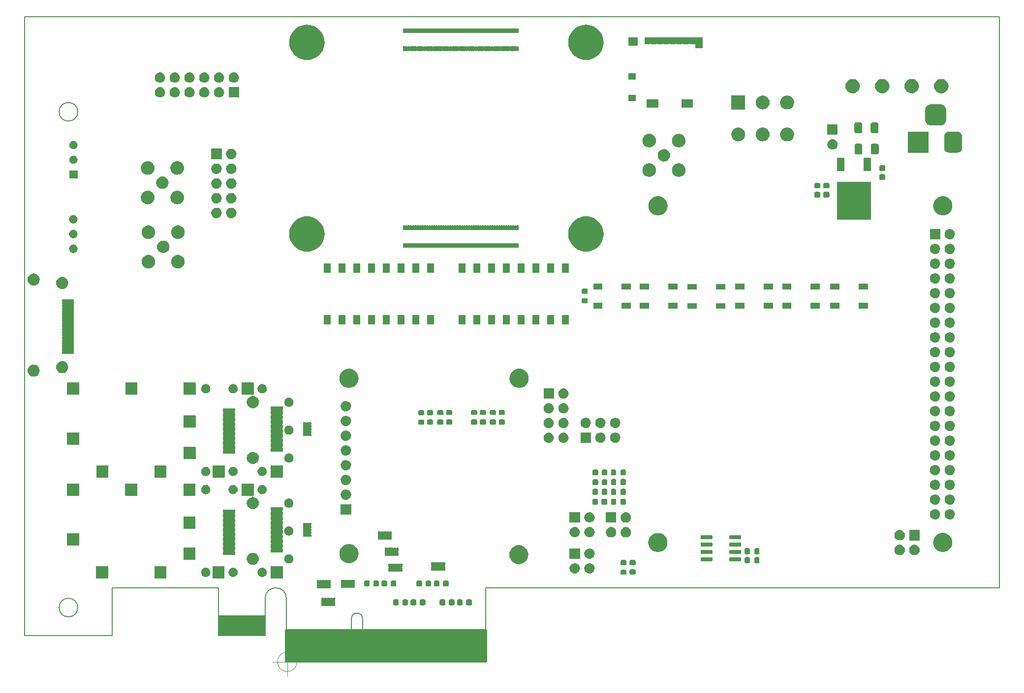
<source format=gts>
G04 #@! TF.GenerationSoftware,KiCad,Pcbnew,8.0.4*
G04 #@! TF.CreationDate,2024-08-19T13:54:33+02:00*
G04 #@! TF.ProjectId,ULX4M-PCIe-IO_x4_half,554c5834-4d2d-4504-9349-652d494f5f78,rev?*
G04 #@! TF.SameCoordinates,Original*
G04 #@! TF.FileFunction,Soldermask,Top*
G04 #@! TF.FilePolarity,Negative*
%FSLAX46Y46*%
G04 Gerber Fmt 4.6, Leading zero omitted, Abs format (unit mm)*
G04 Created by KiCad (PCBNEW 8.0.4) date 2024-08-19 13:54:33*
%MOMM*%
%LPD*%
G01*
G04 APERTURE LIST*
G04 #@! TA.AperFunction,Profile*
%ADD10C,0.150000*%
G04 #@! TD*
G04 #@! TA.AperFunction,Profile*
%ADD11C,0.050000*%
G04 #@! TD*
G04 APERTURE END LIST*
G36*
X143918761Y-188533126D02*
G01*
X143931617Y-188536901D01*
X143933712Y-188539319D01*
X143952782Y-188547218D01*
X143963978Y-188574248D01*
X143973402Y-188585124D01*
X143978843Y-188610136D01*
X143985000Y-188625000D01*
X143985000Y-194125000D01*
X143966870Y-194168768D01*
X143963098Y-194181617D01*
X143960681Y-194183710D01*
X143952782Y-194202782D01*
X143925749Y-194213978D01*
X143914875Y-194223402D01*
X143889863Y-194228843D01*
X143875000Y-194235000D01*
X143861564Y-194235000D01*
X109392973Y-194235000D01*
X109375000Y-194235000D01*
X109331233Y-194216871D01*
X109318382Y-194213098D01*
X109316287Y-194210680D01*
X109297218Y-194202782D01*
X109286021Y-194175752D01*
X109276597Y-194164875D01*
X109271155Y-194139861D01*
X109265000Y-194125000D01*
X109265000Y-188625000D01*
X109283125Y-188581241D01*
X109286901Y-188568382D01*
X109289319Y-188566286D01*
X109297218Y-188547218D01*
X109324245Y-188536022D01*
X109335124Y-188526597D01*
X109360139Y-188521155D01*
X109375000Y-188515000D01*
X143875000Y-188515000D01*
X143918761Y-188533126D01*
G37*
G36*
X105824279Y-186125000D02*
G01*
X105825000Y-186125000D01*
X105825000Y-186125722D01*
X105835000Y-186149863D01*
X105835000Y-189600136D01*
X105825000Y-189624276D01*
X105825000Y-189625000D01*
X105824276Y-189625000D01*
X105800136Y-189635000D01*
X97849864Y-189635000D01*
X97825723Y-189625000D01*
X97825000Y-189625000D01*
X97825000Y-189624278D01*
X97815000Y-189600136D01*
X97815000Y-186149863D01*
X97825000Y-186125720D01*
X97825000Y-186125000D01*
X97825720Y-186125000D01*
X97849864Y-186115000D01*
X105800136Y-186115000D01*
X105824279Y-186125000D01*
G37*
G36*
X115849517Y-183112882D02*
G01*
X115866062Y-183123938D01*
X115869547Y-183129153D01*
X115892083Y-183144211D01*
X115967917Y-183144211D01*
X115990453Y-183129152D01*
X115993938Y-183123938D01*
X116010483Y-183112882D01*
X116030000Y-183109000D01*
X116330000Y-183109000D01*
X116349517Y-183112882D01*
X116366062Y-183123938D01*
X116368447Y-183127507D01*
X116441553Y-183127507D01*
X116443938Y-183123938D01*
X116460483Y-183112882D01*
X116480000Y-183109000D01*
X116880000Y-183109000D01*
X116899517Y-183112882D01*
X116916062Y-183123938D01*
X116918447Y-183127507D01*
X116991553Y-183127507D01*
X116993938Y-183123938D01*
X117010483Y-183112882D01*
X117030000Y-183109000D01*
X117330000Y-183109000D01*
X117349517Y-183112882D01*
X117366062Y-183123938D01*
X117369547Y-183129153D01*
X117392083Y-183144211D01*
X117467917Y-183144211D01*
X117490453Y-183129152D01*
X117493938Y-183123938D01*
X117510483Y-183112882D01*
X117530000Y-183109000D01*
X117830000Y-183109000D01*
X117849517Y-183112882D01*
X117866062Y-183123938D01*
X117877118Y-183140483D01*
X117881000Y-183160000D01*
X117881000Y-183710000D01*
X117877118Y-183729517D01*
X117866062Y-183746062D01*
X117860842Y-183749550D01*
X117839106Y-183782081D01*
X117839106Y-183857919D01*
X117860843Y-183890451D01*
X117866062Y-183893938D01*
X117877118Y-183910483D01*
X117881000Y-183930000D01*
X117881000Y-184480000D01*
X117877118Y-184499517D01*
X117866062Y-184516062D01*
X117849517Y-184527118D01*
X117830000Y-184531000D01*
X117530000Y-184531000D01*
X117510483Y-184527118D01*
X117493938Y-184516062D01*
X117490451Y-184510844D01*
X117467918Y-184495788D01*
X117392082Y-184495788D01*
X117369548Y-184510844D01*
X117366062Y-184516062D01*
X117349517Y-184527118D01*
X117330000Y-184531000D01*
X117030000Y-184531000D01*
X117010483Y-184527118D01*
X116993938Y-184516062D01*
X116991552Y-184512492D01*
X116918448Y-184512492D01*
X116916062Y-184516062D01*
X116899517Y-184527118D01*
X116880000Y-184531000D01*
X116480000Y-184531000D01*
X116460483Y-184527118D01*
X116443938Y-184516062D01*
X116441552Y-184512492D01*
X116368448Y-184512492D01*
X116366062Y-184516062D01*
X116349517Y-184527118D01*
X116330000Y-184531000D01*
X116030000Y-184531000D01*
X116010483Y-184527118D01*
X115993938Y-184516062D01*
X115990451Y-184510844D01*
X115967918Y-184495788D01*
X115892082Y-184495788D01*
X115869548Y-184510844D01*
X115866062Y-184516062D01*
X115849517Y-184527118D01*
X115830000Y-184531000D01*
X115530000Y-184531000D01*
X115510483Y-184527118D01*
X115493938Y-184516062D01*
X115482882Y-184499517D01*
X115479000Y-184480000D01*
X115479000Y-183930000D01*
X115482882Y-183910483D01*
X115493938Y-183893938D01*
X115499152Y-183890453D01*
X115520893Y-183857917D01*
X115520893Y-183782083D01*
X115499153Y-183749547D01*
X115493938Y-183746062D01*
X115482882Y-183729517D01*
X115479000Y-183710000D01*
X115479000Y-183160000D01*
X115482882Y-183140483D01*
X115493938Y-183123938D01*
X115510483Y-183112882D01*
X115530000Y-183109000D01*
X115830000Y-183109000D01*
X115849517Y-183112882D01*
G37*
G36*
X128659479Y-183369533D02*
G01*
X128746992Y-183428008D01*
X128805467Y-183515521D01*
X128826000Y-183618750D01*
X128826000Y-184131250D01*
X128805467Y-184234479D01*
X128746992Y-184321992D01*
X128659479Y-184380467D01*
X128556250Y-184401000D01*
X128118750Y-184401000D01*
X128015521Y-184380467D01*
X127928008Y-184321992D01*
X127869533Y-184234479D01*
X127849000Y-184131250D01*
X127849000Y-183618750D01*
X127869533Y-183515521D01*
X127928008Y-183428008D01*
X128015521Y-183369533D01*
X128118750Y-183349000D01*
X128556250Y-183349000D01*
X128659479Y-183369533D01*
G37*
G36*
X130234479Y-183369533D02*
G01*
X130321992Y-183428008D01*
X130380467Y-183515521D01*
X130401000Y-183618750D01*
X130401000Y-184131250D01*
X130380467Y-184234479D01*
X130321992Y-184321992D01*
X130234479Y-184380467D01*
X130131250Y-184401000D01*
X129693750Y-184401000D01*
X129590521Y-184380467D01*
X129503008Y-184321992D01*
X129444533Y-184234479D01*
X129424000Y-184131250D01*
X129424000Y-183618750D01*
X129444533Y-183515521D01*
X129503008Y-183428008D01*
X129590521Y-183369533D01*
X129693750Y-183349000D01*
X130131250Y-183349000D01*
X130234479Y-183369533D01*
G37*
G36*
X131659479Y-183369533D02*
G01*
X131746992Y-183428008D01*
X131805467Y-183515521D01*
X131826000Y-183618750D01*
X131826000Y-184131250D01*
X131805467Y-184234479D01*
X131746992Y-184321992D01*
X131659479Y-184380467D01*
X131556250Y-184401000D01*
X131118750Y-184401000D01*
X131015521Y-184380467D01*
X130928008Y-184321992D01*
X130869533Y-184234479D01*
X130849000Y-184131250D01*
X130849000Y-183618750D01*
X130869533Y-183515521D01*
X130928008Y-183428008D01*
X131015521Y-183369533D01*
X131118750Y-183349000D01*
X131556250Y-183349000D01*
X131659479Y-183369533D01*
G37*
G36*
X133234479Y-183369533D02*
G01*
X133321992Y-183428008D01*
X133380467Y-183515521D01*
X133401000Y-183618750D01*
X133401000Y-184131250D01*
X133380467Y-184234479D01*
X133321992Y-184321992D01*
X133234479Y-184380467D01*
X133131250Y-184401000D01*
X132693750Y-184401000D01*
X132590521Y-184380467D01*
X132503008Y-184321992D01*
X132444533Y-184234479D01*
X132424000Y-184131250D01*
X132424000Y-183618750D01*
X132444533Y-183515521D01*
X132503008Y-183428008D01*
X132590521Y-183369533D01*
X132693750Y-183349000D01*
X133131250Y-183349000D01*
X133234479Y-183369533D01*
G37*
G36*
X136659479Y-183369533D02*
G01*
X136746992Y-183428008D01*
X136805467Y-183515521D01*
X136826000Y-183618750D01*
X136826000Y-184131250D01*
X136805467Y-184234479D01*
X136746992Y-184321992D01*
X136659479Y-184380467D01*
X136556250Y-184401000D01*
X136118750Y-184401000D01*
X136015521Y-184380467D01*
X135928008Y-184321992D01*
X135869533Y-184234479D01*
X135849000Y-184131250D01*
X135849000Y-183618750D01*
X135869533Y-183515521D01*
X135928008Y-183428008D01*
X136015521Y-183369533D01*
X136118750Y-183349000D01*
X136556250Y-183349000D01*
X136659479Y-183369533D01*
G37*
G36*
X138234479Y-183369533D02*
G01*
X138321992Y-183428008D01*
X138380467Y-183515521D01*
X138401000Y-183618750D01*
X138401000Y-184131250D01*
X138380467Y-184234479D01*
X138321992Y-184321992D01*
X138234479Y-184380467D01*
X138131250Y-184401000D01*
X137693750Y-184401000D01*
X137590521Y-184380467D01*
X137503008Y-184321992D01*
X137444533Y-184234479D01*
X137424000Y-184131250D01*
X137424000Y-183618750D01*
X137444533Y-183515521D01*
X137503008Y-183428008D01*
X137590521Y-183369533D01*
X137693750Y-183349000D01*
X138131250Y-183349000D01*
X138234479Y-183369533D01*
G37*
G36*
X139659479Y-183369533D02*
G01*
X139746992Y-183428008D01*
X139805467Y-183515521D01*
X139826000Y-183618750D01*
X139826000Y-184131250D01*
X139805467Y-184234479D01*
X139746992Y-184321992D01*
X139659479Y-184380467D01*
X139556250Y-184401000D01*
X139118750Y-184401000D01*
X139015521Y-184380467D01*
X138928008Y-184321992D01*
X138869533Y-184234479D01*
X138849000Y-184131250D01*
X138849000Y-183618750D01*
X138869533Y-183515521D01*
X138928008Y-183428008D01*
X139015521Y-183369533D01*
X139118750Y-183349000D01*
X139556250Y-183349000D01*
X139659479Y-183369533D01*
G37*
G36*
X141234479Y-183369533D02*
G01*
X141321992Y-183428008D01*
X141380467Y-183515521D01*
X141401000Y-183618750D01*
X141401000Y-184131250D01*
X141380467Y-184234479D01*
X141321992Y-184321992D01*
X141234479Y-184380467D01*
X141131250Y-184401000D01*
X140693750Y-184401000D01*
X140590521Y-184380467D01*
X140503008Y-184321992D01*
X140444533Y-184234479D01*
X140424000Y-184131250D01*
X140424000Y-183618750D01*
X140444533Y-183515521D01*
X140503008Y-183428008D01*
X140590521Y-183369533D01*
X140693750Y-183349000D01*
X141131250Y-183349000D01*
X141234479Y-183369533D01*
G37*
G36*
X115069517Y-180052882D02*
G01*
X115086062Y-180063938D01*
X115089547Y-180069153D01*
X115112083Y-180084211D01*
X115187917Y-180084211D01*
X115210453Y-180069152D01*
X115213938Y-180063938D01*
X115230483Y-180052882D01*
X115250000Y-180049000D01*
X115550000Y-180049000D01*
X115569517Y-180052882D01*
X115586062Y-180063938D01*
X115588447Y-180067507D01*
X115661553Y-180067507D01*
X115663938Y-180063938D01*
X115680483Y-180052882D01*
X115700000Y-180049000D01*
X116100000Y-180049000D01*
X116119517Y-180052882D01*
X116136062Y-180063938D01*
X116138447Y-180067507D01*
X116211553Y-180067507D01*
X116213938Y-180063938D01*
X116230483Y-180052882D01*
X116250000Y-180049000D01*
X116550000Y-180049000D01*
X116569517Y-180052882D01*
X116586062Y-180063938D01*
X116589547Y-180069153D01*
X116612083Y-180084211D01*
X116687917Y-180084211D01*
X116710453Y-180069152D01*
X116713938Y-180063938D01*
X116730483Y-180052882D01*
X116750000Y-180049000D01*
X117050000Y-180049000D01*
X117069517Y-180052882D01*
X117086062Y-180063938D01*
X117097118Y-180080483D01*
X117101000Y-180100000D01*
X117101000Y-180650000D01*
X117097118Y-180669517D01*
X117086062Y-180686062D01*
X117080842Y-180689550D01*
X117059106Y-180722081D01*
X117059106Y-180797919D01*
X117080843Y-180830451D01*
X117086062Y-180833938D01*
X117097118Y-180850483D01*
X117101000Y-180870000D01*
X117101000Y-181420000D01*
X117097118Y-181439517D01*
X117086062Y-181456062D01*
X117069517Y-181467118D01*
X117050000Y-181471000D01*
X116750000Y-181471000D01*
X116730483Y-181467118D01*
X116713938Y-181456062D01*
X116710451Y-181450844D01*
X116687918Y-181435788D01*
X116612082Y-181435788D01*
X116589548Y-181450844D01*
X116586062Y-181456062D01*
X116569517Y-181467118D01*
X116550000Y-181471000D01*
X116250000Y-181471000D01*
X116230483Y-181467118D01*
X116213938Y-181456062D01*
X116211552Y-181452492D01*
X116138448Y-181452492D01*
X116136062Y-181456062D01*
X116119517Y-181467118D01*
X116100000Y-181471000D01*
X115700000Y-181471000D01*
X115680483Y-181467118D01*
X115663938Y-181456062D01*
X115661552Y-181452492D01*
X115588448Y-181452492D01*
X115586062Y-181456062D01*
X115569517Y-181467118D01*
X115550000Y-181471000D01*
X115250000Y-181471000D01*
X115230483Y-181467118D01*
X115213938Y-181456062D01*
X115210451Y-181450844D01*
X115187918Y-181435788D01*
X115112082Y-181435788D01*
X115089548Y-181450844D01*
X115086062Y-181456062D01*
X115069517Y-181467118D01*
X115050000Y-181471000D01*
X114750000Y-181471000D01*
X114730483Y-181467118D01*
X114713938Y-181456062D01*
X114702882Y-181439517D01*
X114699000Y-181420000D01*
X114699000Y-180870000D01*
X114702882Y-180850483D01*
X114713938Y-180833938D01*
X114719152Y-180830453D01*
X114740893Y-180797917D01*
X114740893Y-180722083D01*
X114719153Y-180689547D01*
X114713938Y-180686062D01*
X114702882Y-180669517D01*
X114699000Y-180650000D01*
X114699000Y-180100000D01*
X114702882Y-180080483D01*
X114713938Y-180063938D01*
X114730483Y-180052882D01*
X114750000Y-180049000D01*
X115050000Y-180049000D01*
X115069517Y-180052882D01*
G37*
G36*
X119229517Y-179997882D02*
G01*
X119246062Y-180008938D01*
X119249547Y-180014153D01*
X119272083Y-180029211D01*
X119347917Y-180029211D01*
X119370453Y-180014152D01*
X119373938Y-180008938D01*
X119390483Y-179997882D01*
X119410000Y-179994000D01*
X119710000Y-179994000D01*
X119729517Y-179997882D01*
X119746062Y-180008938D01*
X119748447Y-180012507D01*
X119821553Y-180012507D01*
X119823938Y-180008938D01*
X119840483Y-179997882D01*
X119860000Y-179994000D01*
X120260000Y-179994000D01*
X120279517Y-179997882D01*
X120296062Y-180008938D01*
X120298447Y-180012507D01*
X120371553Y-180012507D01*
X120373938Y-180008938D01*
X120390483Y-179997882D01*
X120410000Y-179994000D01*
X120710000Y-179994000D01*
X120729517Y-179997882D01*
X120746062Y-180008938D01*
X120749547Y-180014153D01*
X120772083Y-180029211D01*
X120847917Y-180029211D01*
X120870453Y-180014152D01*
X120873938Y-180008938D01*
X120890483Y-179997882D01*
X120910000Y-179994000D01*
X121210000Y-179994000D01*
X121229517Y-179997882D01*
X121246062Y-180008938D01*
X121257118Y-180025483D01*
X121261000Y-180045000D01*
X121261000Y-180595000D01*
X121257118Y-180614517D01*
X121246062Y-180631062D01*
X121240842Y-180634550D01*
X121219106Y-180667081D01*
X121219106Y-180742919D01*
X121240843Y-180775451D01*
X121246062Y-180778938D01*
X121257118Y-180795483D01*
X121261000Y-180815000D01*
X121261000Y-181365000D01*
X121257118Y-181384517D01*
X121246062Y-181401062D01*
X121229517Y-181412118D01*
X121210000Y-181416000D01*
X120910000Y-181416000D01*
X120890483Y-181412118D01*
X120873938Y-181401062D01*
X120870451Y-181395844D01*
X120847918Y-181380788D01*
X120772082Y-181380788D01*
X120749548Y-181395844D01*
X120746062Y-181401062D01*
X120729517Y-181412118D01*
X120710000Y-181416000D01*
X120410000Y-181416000D01*
X120390483Y-181412118D01*
X120373938Y-181401062D01*
X120371552Y-181397492D01*
X120298448Y-181397492D01*
X120296062Y-181401062D01*
X120279517Y-181412118D01*
X120260000Y-181416000D01*
X119860000Y-181416000D01*
X119840483Y-181412118D01*
X119823938Y-181401062D01*
X119821552Y-181397492D01*
X119748448Y-181397492D01*
X119746062Y-181401062D01*
X119729517Y-181412118D01*
X119710000Y-181416000D01*
X119410000Y-181416000D01*
X119390483Y-181412118D01*
X119373938Y-181401062D01*
X119370451Y-181395844D01*
X119347918Y-181380788D01*
X119272082Y-181380788D01*
X119249548Y-181395844D01*
X119246062Y-181401062D01*
X119229517Y-181412118D01*
X119210000Y-181416000D01*
X118910000Y-181416000D01*
X118890483Y-181412118D01*
X118873938Y-181401062D01*
X118862882Y-181384517D01*
X118859000Y-181365000D01*
X118859000Y-180815000D01*
X118862882Y-180795483D01*
X118873938Y-180778938D01*
X118879152Y-180775453D01*
X118900893Y-180742917D01*
X118900893Y-180667083D01*
X118879153Y-180634547D01*
X118873938Y-180631062D01*
X118862882Y-180614517D01*
X118859000Y-180595000D01*
X118859000Y-180045000D01*
X118862882Y-180025483D01*
X118873938Y-180008938D01*
X118890483Y-179997882D01*
X118910000Y-179994000D01*
X119210000Y-179994000D01*
X119229517Y-179997882D01*
G37*
G36*
X123659479Y-180119533D02*
G01*
X123746992Y-180178008D01*
X123805467Y-180265521D01*
X123826000Y-180368750D01*
X123826000Y-180881250D01*
X123805467Y-180984479D01*
X123746992Y-181071992D01*
X123659479Y-181130467D01*
X123556250Y-181151000D01*
X123118750Y-181151000D01*
X123015521Y-181130467D01*
X122928008Y-181071992D01*
X122869533Y-180984479D01*
X122849000Y-180881250D01*
X122849000Y-180368750D01*
X122869533Y-180265521D01*
X122928008Y-180178008D01*
X123015521Y-180119533D01*
X123118750Y-180099000D01*
X123556250Y-180099000D01*
X123659479Y-180119533D01*
G37*
G36*
X125234479Y-180119533D02*
G01*
X125321992Y-180178008D01*
X125380467Y-180265521D01*
X125401000Y-180368750D01*
X125401000Y-180881250D01*
X125380467Y-180984479D01*
X125321992Y-181071992D01*
X125234479Y-181130467D01*
X125131250Y-181151000D01*
X124693750Y-181151000D01*
X124590521Y-181130467D01*
X124503008Y-181071992D01*
X124444533Y-180984479D01*
X124424000Y-180881250D01*
X124424000Y-180368750D01*
X124444533Y-180265521D01*
X124503008Y-180178008D01*
X124590521Y-180119533D01*
X124693750Y-180099000D01*
X125131250Y-180099000D01*
X125234479Y-180119533D01*
G37*
G36*
X126659479Y-180119533D02*
G01*
X126746992Y-180178008D01*
X126805467Y-180265521D01*
X126826000Y-180368750D01*
X126826000Y-180881250D01*
X126805467Y-180984479D01*
X126746992Y-181071992D01*
X126659479Y-181130467D01*
X126556250Y-181151000D01*
X126118750Y-181151000D01*
X126015521Y-181130467D01*
X125928008Y-181071992D01*
X125869533Y-180984479D01*
X125849000Y-180881250D01*
X125849000Y-180368750D01*
X125869533Y-180265521D01*
X125928008Y-180178008D01*
X126015521Y-180119533D01*
X126118750Y-180099000D01*
X126556250Y-180099000D01*
X126659479Y-180119533D01*
G37*
G36*
X128234479Y-180119533D02*
G01*
X128321992Y-180178008D01*
X128380467Y-180265521D01*
X128401000Y-180368750D01*
X128401000Y-180881250D01*
X128380467Y-180984479D01*
X128321992Y-181071992D01*
X128234479Y-181130467D01*
X128131250Y-181151000D01*
X127693750Y-181151000D01*
X127590521Y-181130467D01*
X127503008Y-181071992D01*
X127444533Y-180984479D01*
X127424000Y-180881250D01*
X127424000Y-180368750D01*
X127444533Y-180265521D01*
X127503008Y-180178008D01*
X127590521Y-180119533D01*
X127693750Y-180099000D01*
X128131250Y-180099000D01*
X128234479Y-180119533D01*
G37*
G36*
X132659479Y-180119533D02*
G01*
X132746992Y-180178008D01*
X132805467Y-180265521D01*
X132826000Y-180368750D01*
X132826000Y-180881250D01*
X132805467Y-180984479D01*
X132746992Y-181071992D01*
X132659479Y-181130467D01*
X132556250Y-181151000D01*
X132118750Y-181151000D01*
X132015521Y-181130467D01*
X131928008Y-181071992D01*
X131869533Y-180984479D01*
X131849000Y-180881250D01*
X131849000Y-180368750D01*
X131869533Y-180265521D01*
X131928008Y-180178008D01*
X132015521Y-180119533D01*
X132118750Y-180099000D01*
X132556250Y-180099000D01*
X132659479Y-180119533D01*
G37*
G36*
X134234479Y-180119533D02*
G01*
X134321992Y-180178008D01*
X134380467Y-180265521D01*
X134401000Y-180368750D01*
X134401000Y-180881250D01*
X134380467Y-180984479D01*
X134321992Y-181071992D01*
X134234479Y-181130467D01*
X134131250Y-181151000D01*
X133693750Y-181151000D01*
X133590521Y-181130467D01*
X133503008Y-181071992D01*
X133444533Y-180984479D01*
X133424000Y-180881250D01*
X133424000Y-180368750D01*
X133444533Y-180265521D01*
X133503008Y-180178008D01*
X133590521Y-180119533D01*
X133693750Y-180099000D01*
X134131250Y-180099000D01*
X134234479Y-180119533D01*
G37*
G36*
X135659479Y-180119533D02*
G01*
X135746992Y-180178008D01*
X135805467Y-180265521D01*
X135826000Y-180368750D01*
X135826000Y-180881250D01*
X135805467Y-180984479D01*
X135746992Y-181071992D01*
X135659479Y-181130467D01*
X135556250Y-181151000D01*
X135118750Y-181151000D01*
X135015521Y-181130467D01*
X134928008Y-181071992D01*
X134869533Y-180984479D01*
X134849000Y-180881250D01*
X134849000Y-180368750D01*
X134869533Y-180265521D01*
X134928008Y-180178008D01*
X135015521Y-180119533D01*
X135118750Y-180099000D01*
X135556250Y-180099000D01*
X135659479Y-180119533D01*
G37*
G36*
X137234479Y-180119533D02*
G01*
X137321992Y-180178008D01*
X137380467Y-180265521D01*
X137401000Y-180368750D01*
X137401000Y-180881250D01*
X137380467Y-180984479D01*
X137321992Y-181071992D01*
X137234479Y-181130467D01*
X137131250Y-181151000D01*
X136693750Y-181151000D01*
X136590521Y-181130467D01*
X136503008Y-181071992D01*
X136444533Y-180984479D01*
X136424000Y-180881250D01*
X136424000Y-180368750D01*
X136444533Y-180265521D01*
X136503008Y-180178008D01*
X136590521Y-180119533D01*
X136693750Y-180099000D01*
X137131250Y-180099000D01*
X137234479Y-180119533D01*
G37*
G36*
X78819517Y-177652882D02*
G01*
X78836062Y-177663938D01*
X78847118Y-177680483D01*
X78851000Y-177700000D01*
X78851000Y-179700000D01*
X78847118Y-179719517D01*
X78836062Y-179736062D01*
X78819517Y-179747118D01*
X78800000Y-179751000D01*
X76800000Y-179751000D01*
X76780483Y-179747118D01*
X76763938Y-179736062D01*
X76752882Y-179719517D01*
X76749000Y-179700000D01*
X76749000Y-177700000D01*
X76752882Y-177680483D01*
X76763938Y-177663938D01*
X76780483Y-177652882D01*
X76800000Y-177649000D01*
X78800000Y-177649000D01*
X78819517Y-177652882D01*
G37*
G36*
X88819517Y-177652882D02*
G01*
X88836062Y-177663938D01*
X88847118Y-177680483D01*
X88851000Y-177700000D01*
X88851000Y-179700000D01*
X88847118Y-179719517D01*
X88836062Y-179736062D01*
X88819517Y-179747118D01*
X88800000Y-179751000D01*
X86800000Y-179751000D01*
X86780483Y-179747118D01*
X86763938Y-179736062D01*
X86752882Y-179719517D01*
X86749000Y-179700000D01*
X86749000Y-177700000D01*
X86752882Y-177680483D01*
X86763938Y-177663938D01*
X86780483Y-177652882D01*
X86800000Y-177649000D01*
X88800000Y-177649000D01*
X88819517Y-177652882D01*
G37*
G36*
X98819517Y-177652882D02*
G01*
X98836062Y-177663938D01*
X98847118Y-177680483D01*
X98851000Y-177700000D01*
X98851000Y-179700000D01*
X98847118Y-179719517D01*
X98836062Y-179736062D01*
X98819517Y-179747118D01*
X98800000Y-179751000D01*
X96800000Y-179751000D01*
X96780483Y-179747118D01*
X96763938Y-179736062D01*
X96752882Y-179719517D01*
X96749000Y-179700000D01*
X96749000Y-177700000D01*
X96752882Y-177680483D01*
X96763938Y-177663938D01*
X96780483Y-177652882D01*
X96800000Y-177649000D01*
X98800000Y-177649000D01*
X98819517Y-177652882D01*
G37*
G36*
X108819517Y-177652882D02*
G01*
X108836062Y-177663938D01*
X108847118Y-177680483D01*
X108851000Y-177700000D01*
X108851000Y-179700000D01*
X108847118Y-179719517D01*
X108836062Y-179736062D01*
X108819517Y-179747118D01*
X108800000Y-179751000D01*
X106800000Y-179751000D01*
X106780483Y-179747118D01*
X106763938Y-179736062D01*
X106752882Y-179719517D01*
X106749000Y-179700000D01*
X106749000Y-177700000D01*
X106752882Y-177680483D01*
X106763938Y-177663938D01*
X106780483Y-177652882D01*
X106800000Y-177649000D01*
X108800000Y-177649000D01*
X108819517Y-177652882D01*
G37*
G36*
X95659507Y-177908425D02*
G01*
X95713809Y-177908425D01*
X95777404Y-177927098D01*
X95847523Y-177938204D01*
X95891445Y-177960583D01*
X95932213Y-177972554D01*
X95998318Y-178015037D01*
X96070816Y-178051977D01*
X96097828Y-178078989D01*
X96123701Y-178095617D01*
X96183713Y-178164874D01*
X96248023Y-178229184D01*
X96260275Y-178253230D01*
X96272762Y-178267641D01*
X96317226Y-178365003D01*
X96361796Y-178452477D01*
X96364249Y-178467970D01*
X96367320Y-178474693D01*
X96387056Y-178611966D01*
X96401000Y-178700000D01*
X96387056Y-178788037D01*
X96367320Y-178925306D01*
X96364250Y-178932027D01*
X96361796Y-178947523D01*
X96317221Y-179035005D01*
X96272762Y-179132358D01*
X96260276Y-179146766D01*
X96248023Y-179170816D01*
X96183707Y-179235131D01*
X96123701Y-179304382D01*
X96097831Y-179321007D01*
X96070816Y-179348023D01*
X95998311Y-179384965D01*
X95932213Y-179427445D01*
X95891449Y-179439414D01*
X95847523Y-179461796D01*
X95777402Y-179472902D01*
X95713809Y-179491575D01*
X95659507Y-179491575D01*
X95600000Y-179501000D01*
X95540493Y-179491575D01*
X95486191Y-179491575D01*
X95422597Y-179472901D01*
X95352477Y-179461796D01*
X95308551Y-179439414D01*
X95267786Y-179427445D01*
X95201684Y-179384963D01*
X95129184Y-179348023D01*
X95102170Y-179321009D01*
X95076298Y-179304382D01*
X95016285Y-179235124D01*
X94951977Y-179170816D01*
X94939724Y-179146769D01*
X94927237Y-179132358D01*
X94882768Y-179034986D01*
X94838204Y-178947523D01*
X94835750Y-178932031D01*
X94832679Y-178925306D01*
X94812932Y-178787968D01*
X94799000Y-178700000D01*
X94812932Y-178612035D01*
X94832679Y-178474693D01*
X94835750Y-178467967D01*
X94838204Y-178452477D01*
X94882764Y-178365022D01*
X94927237Y-178267641D01*
X94939725Y-178253228D01*
X94951977Y-178229184D01*
X95016278Y-178164882D01*
X95076298Y-178095617D01*
X95102173Y-178078987D01*
X95129184Y-178051977D01*
X95201676Y-178015040D01*
X95267786Y-177972554D01*
X95308555Y-177960583D01*
X95352477Y-177938204D01*
X95422594Y-177927098D01*
X95486191Y-177908425D01*
X95540493Y-177908425D01*
X95600000Y-177899000D01*
X95659507Y-177908425D01*
G37*
G36*
X100359507Y-177908425D02*
G01*
X100413809Y-177908425D01*
X100477404Y-177927098D01*
X100547523Y-177938204D01*
X100591445Y-177960583D01*
X100632213Y-177972554D01*
X100698318Y-178015037D01*
X100770816Y-178051977D01*
X100797828Y-178078989D01*
X100823701Y-178095617D01*
X100883713Y-178164874D01*
X100948023Y-178229184D01*
X100960275Y-178253230D01*
X100972762Y-178267641D01*
X101017226Y-178365003D01*
X101061796Y-178452477D01*
X101064249Y-178467970D01*
X101067320Y-178474693D01*
X101087056Y-178611966D01*
X101101000Y-178700000D01*
X101087056Y-178788037D01*
X101067320Y-178925306D01*
X101064250Y-178932027D01*
X101061796Y-178947523D01*
X101017221Y-179035005D01*
X100972762Y-179132358D01*
X100960276Y-179146766D01*
X100948023Y-179170816D01*
X100883707Y-179235131D01*
X100823701Y-179304382D01*
X100797831Y-179321007D01*
X100770816Y-179348023D01*
X100698311Y-179384965D01*
X100632213Y-179427445D01*
X100591449Y-179439414D01*
X100547523Y-179461796D01*
X100477402Y-179472902D01*
X100413809Y-179491575D01*
X100359507Y-179491575D01*
X100300000Y-179501000D01*
X100240493Y-179491575D01*
X100186191Y-179491575D01*
X100122597Y-179472901D01*
X100052477Y-179461796D01*
X100008551Y-179439414D01*
X99967786Y-179427445D01*
X99901684Y-179384963D01*
X99829184Y-179348023D01*
X99802170Y-179321009D01*
X99776298Y-179304382D01*
X99716285Y-179235124D01*
X99651977Y-179170816D01*
X99639724Y-179146769D01*
X99627237Y-179132358D01*
X99582768Y-179034986D01*
X99538204Y-178947523D01*
X99535750Y-178932031D01*
X99532679Y-178925306D01*
X99512932Y-178787968D01*
X99499000Y-178700000D01*
X99512932Y-178612035D01*
X99532679Y-178474693D01*
X99535750Y-178467967D01*
X99538204Y-178452477D01*
X99582764Y-178365022D01*
X99627237Y-178267641D01*
X99639725Y-178253228D01*
X99651977Y-178229184D01*
X99716278Y-178164882D01*
X99776298Y-178095617D01*
X99802173Y-178078987D01*
X99829184Y-178051977D01*
X99901676Y-178015040D01*
X99967786Y-177972554D01*
X100008555Y-177960583D01*
X100052477Y-177938204D01*
X100122594Y-177927098D01*
X100186191Y-177908425D01*
X100240493Y-177908425D01*
X100300000Y-177899000D01*
X100359507Y-177908425D01*
G37*
G36*
X105359507Y-177908425D02*
G01*
X105413809Y-177908425D01*
X105477404Y-177927098D01*
X105547523Y-177938204D01*
X105591445Y-177960583D01*
X105632213Y-177972554D01*
X105698318Y-178015037D01*
X105770816Y-178051977D01*
X105797828Y-178078989D01*
X105823701Y-178095617D01*
X105883713Y-178164874D01*
X105948023Y-178229184D01*
X105960275Y-178253230D01*
X105972762Y-178267641D01*
X106017226Y-178365003D01*
X106061796Y-178452477D01*
X106064249Y-178467970D01*
X106067320Y-178474693D01*
X106087056Y-178611966D01*
X106101000Y-178700000D01*
X106087056Y-178788037D01*
X106067320Y-178925306D01*
X106064250Y-178932027D01*
X106061796Y-178947523D01*
X106017221Y-179035005D01*
X105972762Y-179132358D01*
X105960276Y-179146766D01*
X105948023Y-179170816D01*
X105883707Y-179235131D01*
X105823701Y-179304382D01*
X105797831Y-179321007D01*
X105770816Y-179348023D01*
X105698311Y-179384965D01*
X105632213Y-179427445D01*
X105591449Y-179439414D01*
X105547523Y-179461796D01*
X105477402Y-179472902D01*
X105413809Y-179491575D01*
X105359507Y-179491575D01*
X105300000Y-179501000D01*
X105240493Y-179491575D01*
X105186191Y-179491575D01*
X105122597Y-179472901D01*
X105052477Y-179461796D01*
X105008551Y-179439414D01*
X104967786Y-179427445D01*
X104901684Y-179384963D01*
X104829184Y-179348023D01*
X104802170Y-179321009D01*
X104776298Y-179304382D01*
X104716285Y-179235124D01*
X104651977Y-179170816D01*
X104639724Y-179146769D01*
X104627237Y-179132358D01*
X104582768Y-179034986D01*
X104538204Y-178947523D01*
X104535750Y-178932031D01*
X104532679Y-178925306D01*
X104512932Y-178787968D01*
X104499000Y-178700000D01*
X104512932Y-178612035D01*
X104532679Y-178474693D01*
X104535750Y-178467967D01*
X104538204Y-178452477D01*
X104582764Y-178365022D01*
X104627237Y-178267641D01*
X104639725Y-178253228D01*
X104651977Y-178229184D01*
X104716278Y-178164882D01*
X104776298Y-178095617D01*
X104802173Y-178078987D01*
X104829184Y-178051977D01*
X104901676Y-178015040D01*
X104967786Y-177972554D01*
X105008555Y-177960583D01*
X105052477Y-177938204D01*
X105122594Y-177927098D01*
X105186191Y-177908425D01*
X105240493Y-177908425D01*
X105300000Y-177899000D01*
X105359507Y-177908425D01*
G37*
G36*
X167856054Y-178238106D02*
G01*
X167937484Y-178292516D01*
X167991894Y-178373946D01*
X168011000Y-178470000D01*
X168011000Y-178870000D01*
X167991894Y-178966054D01*
X167937484Y-179047484D01*
X167856054Y-179101894D01*
X167760000Y-179121000D01*
X167210000Y-179121000D01*
X167113946Y-179101894D01*
X167032516Y-179047484D01*
X166978106Y-178966054D01*
X166959000Y-178870000D01*
X166959000Y-178470000D01*
X166978106Y-178373946D01*
X167032516Y-178292516D01*
X167113946Y-178238106D01*
X167210000Y-178219000D01*
X167760000Y-178219000D01*
X167856054Y-178238106D01*
G37*
G36*
X169426054Y-178218106D02*
G01*
X169507484Y-178272516D01*
X169561894Y-178353946D01*
X169581000Y-178450000D01*
X169581000Y-178850000D01*
X169561894Y-178946054D01*
X169507484Y-179027484D01*
X169426054Y-179081894D01*
X169330000Y-179101000D01*
X168780000Y-179101000D01*
X168683946Y-179081894D01*
X168602516Y-179027484D01*
X168548106Y-178946054D01*
X168529000Y-178850000D01*
X168529000Y-178450000D01*
X168548106Y-178353946D01*
X168602516Y-178272516D01*
X168683946Y-178218106D01*
X168780000Y-178199000D01*
X169330000Y-178199000D01*
X169426054Y-178218106D01*
G37*
G36*
X159474289Y-177200422D02*
G01*
X159690030Y-177339070D01*
X159857969Y-177532883D01*
X159964503Y-177766159D01*
X160001000Y-178020000D01*
X159964503Y-178273841D01*
X159857969Y-178507117D01*
X159690030Y-178700930D01*
X159474289Y-178839578D01*
X159228226Y-178911829D01*
X158971774Y-178911829D01*
X158725711Y-178839578D01*
X158509970Y-178700930D01*
X158342031Y-178507117D01*
X158235497Y-178273841D01*
X158199000Y-178020000D01*
X158235497Y-177766159D01*
X158342031Y-177532883D01*
X158509970Y-177339070D01*
X158725711Y-177200422D01*
X158971774Y-177128171D01*
X159228226Y-177128171D01*
X159474289Y-177200422D01*
G37*
G36*
X162014289Y-177200422D02*
G01*
X162230030Y-177339070D01*
X162397969Y-177532883D01*
X162504503Y-177766159D01*
X162541000Y-178020000D01*
X162504503Y-178273841D01*
X162397969Y-178507117D01*
X162230030Y-178700930D01*
X162014289Y-178839578D01*
X161768226Y-178911829D01*
X161511774Y-178911829D01*
X161265711Y-178839578D01*
X161049970Y-178700930D01*
X160882031Y-178507117D01*
X160775497Y-178273841D01*
X160739000Y-178020000D01*
X160775497Y-177766159D01*
X160882031Y-177532883D01*
X161049970Y-177339070D01*
X161265711Y-177200422D01*
X161511774Y-177128171D01*
X161768226Y-177128171D01*
X162014289Y-177200422D01*
G37*
G36*
X127399517Y-177192882D02*
G01*
X127416062Y-177203938D01*
X127419547Y-177209153D01*
X127442083Y-177224211D01*
X127517917Y-177224211D01*
X127540453Y-177209152D01*
X127543938Y-177203938D01*
X127560483Y-177192882D01*
X127580000Y-177189000D01*
X127880000Y-177189000D01*
X127899517Y-177192882D01*
X127916062Y-177203938D01*
X127918447Y-177207507D01*
X127991553Y-177207507D01*
X127993938Y-177203938D01*
X128010483Y-177192882D01*
X128030000Y-177189000D01*
X128430000Y-177189000D01*
X128449517Y-177192882D01*
X128466062Y-177203938D01*
X128468447Y-177207507D01*
X128541553Y-177207507D01*
X128543938Y-177203938D01*
X128560483Y-177192882D01*
X128580000Y-177189000D01*
X128880000Y-177189000D01*
X128899517Y-177192882D01*
X128916062Y-177203938D01*
X128919547Y-177209153D01*
X128942083Y-177224211D01*
X129017917Y-177224211D01*
X129040453Y-177209152D01*
X129043938Y-177203938D01*
X129060483Y-177192882D01*
X129080000Y-177189000D01*
X129380000Y-177189000D01*
X129399517Y-177192882D01*
X129416062Y-177203938D01*
X129427118Y-177220483D01*
X129431000Y-177240000D01*
X129431000Y-177790000D01*
X129427118Y-177809517D01*
X129416062Y-177826062D01*
X129410842Y-177829550D01*
X129389106Y-177862081D01*
X129389106Y-177937919D01*
X129410843Y-177970451D01*
X129416062Y-177973938D01*
X129427118Y-177990483D01*
X129431000Y-178010000D01*
X129431000Y-178560000D01*
X129427118Y-178579517D01*
X129416062Y-178596062D01*
X129399517Y-178607118D01*
X129380000Y-178611000D01*
X129080000Y-178611000D01*
X129060483Y-178607118D01*
X129043938Y-178596062D01*
X129040451Y-178590844D01*
X129017918Y-178575788D01*
X128942082Y-178575788D01*
X128919548Y-178590844D01*
X128916062Y-178596062D01*
X128899517Y-178607118D01*
X128880000Y-178611000D01*
X128580000Y-178611000D01*
X128560483Y-178607118D01*
X128543938Y-178596062D01*
X128541552Y-178592492D01*
X128468448Y-178592492D01*
X128466062Y-178596062D01*
X128449517Y-178607118D01*
X128430000Y-178611000D01*
X128030000Y-178611000D01*
X128010483Y-178607118D01*
X127993938Y-178596062D01*
X127991552Y-178592492D01*
X127918448Y-178592492D01*
X127916062Y-178596062D01*
X127899517Y-178607118D01*
X127880000Y-178611000D01*
X127580000Y-178611000D01*
X127560483Y-178607118D01*
X127543938Y-178596062D01*
X127540451Y-178590844D01*
X127517918Y-178575788D01*
X127442082Y-178575788D01*
X127419548Y-178590844D01*
X127416062Y-178596062D01*
X127399517Y-178607118D01*
X127380000Y-178611000D01*
X127080000Y-178611000D01*
X127060483Y-178607118D01*
X127043938Y-178596062D01*
X127032882Y-178579517D01*
X127029000Y-178560000D01*
X127029000Y-178010000D01*
X127032882Y-177990483D01*
X127043938Y-177973938D01*
X127049152Y-177970453D01*
X127070893Y-177937917D01*
X127070893Y-177862083D01*
X127049153Y-177829547D01*
X127043938Y-177826062D01*
X127032882Y-177809517D01*
X127029000Y-177790000D01*
X127029000Y-177240000D01*
X127032882Y-177220483D01*
X127043938Y-177203938D01*
X127060483Y-177192882D01*
X127080000Y-177189000D01*
X127380000Y-177189000D01*
X127399517Y-177192882D01*
G37*
G36*
X134769517Y-176957882D02*
G01*
X134786062Y-176968938D01*
X134789547Y-176974153D01*
X134812083Y-176989211D01*
X134887917Y-176989211D01*
X134910453Y-176974152D01*
X134913938Y-176968938D01*
X134930483Y-176957882D01*
X134950000Y-176954000D01*
X135250000Y-176954000D01*
X135269517Y-176957882D01*
X135286062Y-176968938D01*
X135288447Y-176972507D01*
X135361553Y-176972507D01*
X135363938Y-176968938D01*
X135380483Y-176957882D01*
X135400000Y-176954000D01*
X135800000Y-176954000D01*
X135819517Y-176957882D01*
X135836062Y-176968938D01*
X135838447Y-176972507D01*
X135911553Y-176972507D01*
X135913938Y-176968938D01*
X135930483Y-176957882D01*
X135950000Y-176954000D01*
X136250000Y-176954000D01*
X136269517Y-176957882D01*
X136286062Y-176968938D01*
X136289547Y-176974153D01*
X136312083Y-176989211D01*
X136387917Y-176989211D01*
X136410453Y-176974152D01*
X136413938Y-176968938D01*
X136430483Y-176957882D01*
X136450000Y-176954000D01*
X136750000Y-176954000D01*
X136769517Y-176957882D01*
X136786062Y-176968938D01*
X136797118Y-176985483D01*
X136801000Y-177005000D01*
X136801000Y-177555000D01*
X136797118Y-177574517D01*
X136786062Y-177591062D01*
X136780842Y-177594550D01*
X136759106Y-177627081D01*
X136759106Y-177702919D01*
X136780843Y-177735451D01*
X136786062Y-177738938D01*
X136797118Y-177755483D01*
X136801000Y-177775000D01*
X136801000Y-178325000D01*
X136797118Y-178344517D01*
X136786062Y-178361062D01*
X136769517Y-178372118D01*
X136750000Y-178376000D01*
X136450000Y-178376000D01*
X136430483Y-178372118D01*
X136413938Y-178361062D01*
X136410451Y-178355844D01*
X136387918Y-178340788D01*
X136312082Y-178340788D01*
X136289548Y-178355844D01*
X136286062Y-178361062D01*
X136269517Y-178372118D01*
X136250000Y-178376000D01*
X135950000Y-178376000D01*
X135930483Y-178372118D01*
X135913938Y-178361062D01*
X135911552Y-178357492D01*
X135838448Y-178357492D01*
X135836062Y-178361062D01*
X135819517Y-178372118D01*
X135800000Y-178376000D01*
X135400000Y-178376000D01*
X135380483Y-178372118D01*
X135363938Y-178361062D01*
X135361552Y-178357492D01*
X135288448Y-178357492D01*
X135286062Y-178361062D01*
X135269517Y-178372118D01*
X135250000Y-178376000D01*
X134950000Y-178376000D01*
X134930483Y-178372118D01*
X134913938Y-178361062D01*
X134910451Y-178355844D01*
X134887918Y-178340788D01*
X134812082Y-178340788D01*
X134789548Y-178355844D01*
X134786062Y-178361062D01*
X134769517Y-178372118D01*
X134750000Y-178376000D01*
X134450000Y-178376000D01*
X134430483Y-178372118D01*
X134413938Y-178361062D01*
X134402882Y-178344517D01*
X134399000Y-178325000D01*
X134399000Y-177775000D01*
X134402882Y-177755483D01*
X134413938Y-177738938D01*
X134419152Y-177735453D01*
X134440893Y-177702917D01*
X134440893Y-177627083D01*
X134419153Y-177594547D01*
X134413938Y-177591062D01*
X134402882Y-177574517D01*
X134399000Y-177555000D01*
X134399000Y-177005000D01*
X134402882Y-176985483D01*
X134413938Y-176968938D01*
X134430483Y-176957882D01*
X134450000Y-176954000D01*
X134750000Y-176954000D01*
X134769517Y-176957882D01*
G37*
G36*
X167856054Y-176588106D02*
G01*
X167937484Y-176642516D01*
X167991894Y-176723946D01*
X168011000Y-176820000D01*
X168011000Y-177220000D01*
X167991894Y-177316054D01*
X167937484Y-177397484D01*
X167856054Y-177451894D01*
X167760000Y-177471000D01*
X167210000Y-177471000D01*
X167113946Y-177451894D01*
X167032516Y-177397484D01*
X166978106Y-177316054D01*
X166959000Y-177220000D01*
X166959000Y-176820000D01*
X166978106Y-176723946D01*
X167032516Y-176642516D01*
X167113946Y-176588106D01*
X167210000Y-176569000D01*
X167760000Y-176569000D01*
X167856054Y-176588106D01*
G37*
G36*
X169426054Y-176568106D02*
G01*
X169507484Y-176622516D01*
X169561894Y-176703946D01*
X169581000Y-176800000D01*
X169581000Y-177200000D01*
X169561894Y-177296054D01*
X169507484Y-177377484D01*
X169426054Y-177431894D01*
X169330000Y-177451000D01*
X168780000Y-177451000D01*
X168683946Y-177431894D01*
X168602516Y-177377484D01*
X168548106Y-177296054D01*
X168529000Y-177200000D01*
X168529000Y-176800000D01*
X168548106Y-176703946D01*
X168602516Y-176622516D01*
X168683946Y-176568106D01*
X168780000Y-176549000D01*
X169330000Y-176549000D01*
X169426054Y-176568106D01*
G37*
G36*
X103972019Y-175359812D02*
G01*
X104225500Y-175464807D01*
X104443169Y-175631831D01*
X104610193Y-175849500D01*
X104715188Y-176102981D01*
X104751000Y-176375000D01*
X104715188Y-176647019D01*
X104610193Y-176900500D01*
X104443169Y-177118169D01*
X104225500Y-177285193D01*
X103972019Y-177390188D01*
X103700000Y-177426000D01*
X103427981Y-177390188D01*
X103174500Y-177285193D01*
X102956831Y-177118169D01*
X102789807Y-176900500D01*
X102684812Y-176647019D01*
X102649000Y-176375000D01*
X102684812Y-176102981D01*
X102789807Y-175849500D01*
X102956831Y-175631831D01*
X103174500Y-175464807D01*
X103427981Y-175359812D01*
X103700000Y-175324000D01*
X103972019Y-175359812D01*
G37*
G36*
X149987925Y-174087969D02*
G01*
X150303238Y-174228355D01*
X150582473Y-174431231D01*
X150813425Y-174687730D01*
X150986002Y-174986641D01*
X151092660Y-175314901D01*
X151128738Y-175658163D01*
X151092660Y-176001425D01*
X150986002Y-176329685D01*
X150813425Y-176628596D01*
X150582473Y-176885095D01*
X150303238Y-177087971D01*
X149987925Y-177228357D01*
X149650314Y-177300119D01*
X149305162Y-177300119D01*
X148967551Y-177228357D01*
X148652238Y-177087971D01*
X148373003Y-176885095D01*
X148142051Y-176628596D01*
X147969474Y-176329685D01*
X147862816Y-176001425D01*
X147826738Y-175658163D01*
X147862816Y-175314901D01*
X147969474Y-174986641D01*
X148142051Y-174687730D01*
X148373003Y-174431231D01*
X148652238Y-174228355D01*
X148967551Y-174087969D01*
X149305162Y-174016207D01*
X149650314Y-174016207D01*
X149987925Y-174087969D01*
G37*
G36*
X109959507Y-175583425D02*
G01*
X110013809Y-175583425D01*
X110077404Y-175602098D01*
X110147523Y-175613204D01*
X110191445Y-175635583D01*
X110232213Y-175647554D01*
X110298318Y-175690037D01*
X110370816Y-175726977D01*
X110397828Y-175753989D01*
X110423701Y-175770617D01*
X110483713Y-175839874D01*
X110548023Y-175904184D01*
X110560275Y-175928230D01*
X110572762Y-175942641D01*
X110617226Y-176040003D01*
X110661796Y-176127477D01*
X110664249Y-176142970D01*
X110667320Y-176149693D01*
X110687056Y-176286966D01*
X110701000Y-176375000D01*
X110687056Y-176463037D01*
X110667320Y-176600306D01*
X110664250Y-176607027D01*
X110661796Y-176622523D01*
X110617221Y-176710005D01*
X110572762Y-176807358D01*
X110560276Y-176821766D01*
X110548023Y-176845816D01*
X110483707Y-176910131D01*
X110423701Y-176979382D01*
X110397831Y-176996007D01*
X110370816Y-177023023D01*
X110298311Y-177059965D01*
X110232213Y-177102445D01*
X110191449Y-177114414D01*
X110147523Y-177136796D01*
X110077402Y-177147902D01*
X110013809Y-177166575D01*
X109959507Y-177166575D01*
X109900000Y-177176000D01*
X109840493Y-177166575D01*
X109786191Y-177166575D01*
X109722597Y-177147901D01*
X109652477Y-177136796D01*
X109608551Y-177114414D01*
X109567786Y-177102445D01*
X109501684Y-177059963D01*
X109429184Y-177023023D01*
X109402170Y-176996009D01*
X109376298Y-176979382D01*
X109316285Y-176910124D01*
X109251977Y-176845816D01*
X109239724Y-176821769D01*
X109227237Y-176807358D01*
X109182768Y-176709986D01*
X109138204Y-176622523D01*
X109135750Y-176607031D01*
X109132679Y-176600306D01*
X109112932Y-176462968D01*
X109099000Y-176375000D01*
X109112932Y-176287035D01*
X109132679Y-176149693D01*
X109135750Y-176142967D01*
X109138204Y-176127477D01*
X109182764Y-176040022D01*
X109227237Y-175942641D01*
X109239725Y-175928228D01*
X109251977Y-175904184D01*
X109316278Y-175839882D01*
X109376298Y-175770617D01*
X109402173Y-175753987D01*
X109429184Y-175726977D01*
X109501676Y-175690040D01*
X109567786Y-175647554D01*
X109608555Y-175635583D01*
X109652477Y-175613204D01*
X109722594Y-175602098D01*
X109786191Y-175583425D01*
X109840493Y-175583425D01*
X109900000Y-175574000D01*
X109959507Y-175583425D01*
G37*
G36*
X189076054Y-176088106D02*
G01*
X189157484Y-176142516D01*
X189211894Y-176223946D01*
X189231000Y-176320000D01*
X189231000Y-176870000D01*
X189211894Y-176966054D01*
X189157484Y-177047484D01*
X189076054Y-177101894D01*
X188980000Y-177121000D01*
X188580000Y-177121000D01*
X188483946Y-177101894D01*
X188402516Y-177047484D01*
X188348106Y-176966054D01*
X188329000Y-176870000D01*
X188329000Y-176320000D01*
X188348106Y-176223946D01*
X188402516Y-176142516D01*
X188483946Y-176088106D01*
X188580000Y-176069000D01*
X188980000Y-176069000D01*
X189076054Y-176088106D01*
G37*
G36*
X190726054Y-176088106D02*
G01*
X190807484Y-176142516D01*
X190861894Y-176223946D01*
X190881000Y-176320000D01*
X190881000Y-176870000D01*
X190861894Y-176966054D01*
X190807484Y-177047484D01*
X190726054Y-177101894D01*
X190630000Y-177121000D01*
X190230000Y-177121000D01*
X190133946Y-177101894D01*
X190052516Y-177047484D01*
X189998106Y-176966054D01*
X189979000Y-176870000D01*
X189979000Y-176320000D01*
X189998106Y-176223946D01*
X190052516Y-176142516D01*
X190133946Y-176088106D01*
X190230000Y-176069000D01*
X190630000Y-176069000D01*
X190726054Y-176088106D01*
G37*
G36*
X120745187Y-173904806D02*
G01*
X121060500Y-174045192D01*
X121339735Y-174248068D01*
X121570687Y-174504567D01*
X121743264Y-174803478D01*
X121849922Y-175131738D01*
X121886000Y-175475000D01*
X121849922Y-175818262D01*
X121743264Y-176146522D01*
X121570687Y-176445433D01*
X121339735Y-176701932D01*
X121060500Y-176904808D01*
X120745187Y-177045194D01*
X120407576Y-177116956D01*
X120062424Y-177116956D01*
X119724813Y-177045194D01*
X119409500Y-176904808D01*
X119130265Y-176701932D01*
X118899313Y-176445433D01*
X118726736Y-176146522D01*
X118620078Y-175818262D01*
X118584000Y-175475000D01*
X118620078Y-175131738D01*
X118726736Y-174803478D01*
X118899313Y-174504567D01*
X119130265Y-174248068D01*
X119409500Y-174045192D01*
X119724813Y-173904806D01*
X120062424Y-173833044D01*
X120407576Y-173833044D01*
X120745187Y-173904806D01*
G37*
G36*
X182661919Y-176114300D02*
G01*
X182727128Y-176157872D01*
X182770700Y-176223081D01*
X182786000Y-176300000D01*
X182786000Y-176600000D01*
X182770700Y-176676919D01*
X182727128Y-176742128D01*
X182661919Y-176785700D01*
X182585000Y-176801000D01*
X180935000Y-176801000D01*
X180858081Y-176785700D01*
X180792872Y-176742128D01*
X180749300Y-176676919D01*
X180734000Y-176600000D01*
X180734000Y-176300000D01*
X180749300Y-176223081D01*
X180792872Y-176157872D01*
X180858081Y-176114300D01*
X180935000Y-176099000D01*
X182585000Y-176099000D01*
X182661919Y-176114300D01*
G37*
G36*
X187611919Y-176114300D02*
G01*
X187677128Y-176157872D01*
X187720700Y-176223081D01*
X187736000Y-176300000D01*
X187736000Y-176600000D01*
X187720700Y-176676919D01*
X187677128Y-176742128D01*
X187611919Y-176785700D01*
X187535000Y-176801000D01*
X185885000Y-176801000D01*
X185808081Y-176785700D01*
X185742872Y-176742128D01*
X185699300Y-176676919D01*
X185684000Y-176600000D01*
X185684000Y-176300000D01*
X185699300Y-176223081D01*
X185742872Y-176157872D01*
X185808081Y-176114300D01*
X185885000Y-176099000D01*
X187535000Y-176099000D01*
X187611919Y-176114300D01*
G37*
G36*
X93819517Y-174477882D02*
G01*
X93836062Y-174488938D01*
X93847118Y-174505483D01*
X93851000Y-174525000D01*
X93851000Y-176525000D01*
X93847118Y-176544517D01*
X93836062Y-176561062D01*
X93819517Y-176572118D01*
X93800000Y-176576000D01*
X91800000Y-176576000D01*
X91780483Y-176572118D01*
X91763938Y-176561062D01*
X91752882Y-176544517D01*
X91749000Y-176525000D01*
X91749000Y-174525000D01*
X91752882Y-174505483D01*
X91763938Y-174488938D01*
X91780483Y-174477882D01*
X91800000Y-174474000D01*
X93800000Y-174474000D01*
X93819517Y-174477882D01*
G37*
G36*
X159969517Y-174582882D02*
G01*
X159986062Y-174593938D01*
X159997118Y-174610483D01*
X160001000Y-174630000D01*
X160001000Y-176330000D01*
X159997118Y-176349517D01*
X159986062Y-176366062D01*
X159969517Y-176377118D01*
X159950000Y-176381000D01*
X158250000Y-176381000D01*
X158230483Y-176377118D01*
X158213938Y-176366062D01*
X158202882Y-176349517D01*
X158199000Y-176330000D01*
X158199000Y-174630000D01*
X158202882Y-174610483D01*
X158213938Y-174593938D01*
X158230483Y-174582882D01*
X158250000Y-174579000D01*
X159950000Y-174579000D01*
X159969517Y-174582882D01*
G37*
G36*
X162014289Y-174660422D02*
G01*
X162230030Y-174799070D01*
X162397969Y-174992883D01*
X162504503Y-175226159D01*
X162541000Y-175480000D01*
X162504503Y-175733841D01*
X162397969Y-175967117D01*
X162230030Y-176160930D01*
X162014289Y-176299578D01*
X161768226Y-176371829D01*
X161511774Y-176371829D01*
X161265711Y-176299578D01*
X161049970Y-176160930D01*
X160882031Y-175967117D01*
X160775497Y-175733841D01*
X160739000Y-175480000D01*
X160775497Y-175226159D01*
X160882031Y-174992883D01*
X161049970Y-174799070D01*
X161265711Y-174660422D01*
X161511774Y-174588171D01*
X161768226Y-174588171D01*
X162014289Y-174660422D01*
G37*
G36*
X126749517Y-174472882D02*
G01*
X126766062Y-174483938D01*
X126769547Y-174489153D01*
X126792083Y-174504211D01*
X126867917Y-174504211D01*
X126890453Y-174489152D01*
X126893938Y-174483938D01*
X126910483Y-174472882D01*
X126930000Y-174469000D01*
X127230000Y-174469000D01*
X127249517Y-174472882D01*
X127266062Y-174483938D01*
X127268447Y-174487507D01*
X127341553Y-174487507D01*
X127343938Y-174483938D01*
X127360483Y-174472882D01*
X127380000Y-174469000D01*
X127780000Y-174469000D01*
X127799517Y-174472882D01*
X127816062Y-174483938D01*
X127818447Y-174487507D01*
X127891553Y-174487507D01*
X127893938Y-174483938D01*
X127910483Y-174472882D01*
X127930000Y-174469000D01*
X128230000Y-174469000D01*
X128249517Y-174472882D01*
X128266062Y-174483938D01*
X128269547Y-174489153D01*
X128292083Y-174504211D01*
X128367917Y-174504211D01*
X128390453Y-174489152D01*
X128393938Y-174483938D01*
X128410483Y-174472882D01*
X128430000Y-174469000D01*
X128730000Y-174469000D01*
X128749517Y-174472882D01*
X128766062Y-174483938D01*
X128777118Y-174500483D01*
X128781000Y-174520000D01*
X128781000Y-175070000D01*
X128777118Y-175089517D01*
X128766062Y-175106062D01*
X128760842Y-175109550D01*
X128739106Y-175142081D01*
X128739106Y-175217919D01*
X128760843Y-175250451D01*
X128766062Y-175253938D01*
X128777118Y-175270483D01*
X128781000Y-175290000D01*
X128781000Y-175840000D01*
X128777118Y-175859517D01*
X128766062Y-175876062D01*
X128749517Y-175887118D01*
X128730000Y-175891000D01*
X128430000Y-175891000D01*
X128410483Y-175887118D01*
X128393938Y-175876062D01*
X128390451Y-175870844D01*
X128367918Y-175855788D01*
X128292082Y-175855788D01*
X128269548Y-175870844D01*
X128266062Y-175876062D01*
X128249517Y-175887118D01*
X128230000Y-175891000D01*
X127930000Y-175891000D01*
X127910483Y-175887118D01*
X127893938Y-175876062D01*
X127891552Y-175872492D01*
X127818448Y-175872492D01*
X127816062Y-175876062D01*
X127799517Y-175887118D01*
X127780000Y-175891000D01*
X127380000Y-175891000D01*
X127360483Y-175887118D01*
X127343938Y-175876062D01*
X127341552Y-175872492D01*
X127268448Y-175872492D01*
X127266062Y-175876062D01*
X127249517Y-175887118D01*
X127230000Y-175891000D01*
X126930000Y-175891000D01*
X126910483Y-175887118D01*
X126893938Y-175876062D01*
X126890451Y-175870844D01*
X126867918Y-175855788D01*
X126792082Y-175855788D01*
X126769548Y-175870844D01*
X126766062Y-175876062D01*
X126749517Y-175887118D01*
X126730000Y-175891000D01*
X126430000Y-175891000D01*
X126410483Y-175887118D01*
X126393938Y-175876062D01*
X126382882Y-175859517D01*
X126379000Y-175840000D01*
X126379000Y-175290000D01*
X126382882Y-175270483D01*
X126393938Y-175253938D01*
X126399152Y-175250453D01*
X126420893Y-175217917D01*
X126420893Y-175142083D01*
X126399153Y-175109547D01*
X126393938Y-175106062D01*
X126382882Y-175089517D01*
X126379000Y-175070000D01*
X126379000Y-174520000D01*
X126382882Y-174500483D01*
X126393938Y-174483938D01*
X126410483Y-174472882D01*
X126430000Y-174469000D01*
X126730000Y-174469000D01*
X126749517Y-174472882D01*
G37*
G36*
X215374289Y-174030422D02*
G01*
X215590030Y-174169070D01*
X215757969Y-174362883D01*
X215864503Y-174596159D01*
X215901000Y-174850000D01*
X215864503Y-175103841D01*
X215757969Y-175337117D01*
X215590030Y-175530930D01*
X215374289Y-175669578D01*
X215128226Y-175741829D01*
X214871774Y-175741829D01*
X214625711Y-175669578D01*
X214409970Y-175530930D01*
X214242031Y-175337117D01*
X214135497Y-175103841D01*
X214099000Y-174850000D01*
X214135497Y-174596159D01*
X214242031Y-174362883D01*
X214409970Y-174169070D01*
X214625711Y-174030422D01*
X214871774Y-173958171D01*
X215128226Y-173958171D01*
X215374289Y-174030422D01*
G37*
G36*
X217914289Y-174030422D02*
G01*
X218130030Y-174169070D01*
X218297969Y-174362883D01*
X218404503Y-174596159D01*
X218441000Y-174850000D01*
X218404503Y-175103841D01*
X218297969Y-175337117D01*
X218130030Y-175530930D01*
X217914289Y-175669578D01*
X217668226Y-175741829D01*
X217411774Y-175741829D01*
X217165711Y-175669578D01*
X216949970Y-175530930D01*
X216782031Y-175337117D01*
X216675497Y-175103841D01*
X216639000Y-174850000D01*
X216675497Y-174596159D01*
X216782031Y-174362883D01*
X216949970Y-174169070D01*
X217165711Y-174030422D01*
X217411774Y-173958171D01*
X217668226Y-173958171D01*
X217914289Y-174030422D01*
G37*
G36*
X100619517Y-167877882D02*
G01*
X100636062Y-167888938D01*
X100647118Y-167905483D01*
X100651000Y-167925000D01*
X100651000Y-168425000D01*
X100647118Y-168444517D01*
X100636062Y-168461062D01*
X100619517Y-168472118D01*
X100613359Y-168473342D01*
X100561213Y-168508187D01*
X100561213Y-168641813D01*
X100613360Y-168676657D01*
X100619517Y-168677882D01*
X100636062Y-168688938D01*
X100647118Y-168705483D01*
X100651000Y-168725000D01*
X100651000Y-169225000D01*
X100647118Y-169244517D01*
X100636062Y-169261062D01*
X100619517Y-169272118D01*
X100613359Y-169273342D01*
X100561213Y-169308187D01*
X100561213Y-169441813D01*
X100613360Y-169476657D01*
X100619517Y-169477882D01*
X100636062Y-169488938D01*
X100647118Y-169505483D01*
X100651000Y-169525000D01*
X100651000Y-170025000D01*
X100647118Y-170044517D01*
X100636062Y-170061062D01*
X100619517Y-170072118D01*
X100613359Y-170073342D01*
X100561213Y-170108187D01*
X100561213Y-170241813D01*
X100613360Y-170276657D01*
X100619517Y-170277882D01*
X100636062Y-170288938D01*
X100647118Y-170305483D01*
X100651000Y-170325000D01*
X100651000Y-170825000D01*
X100647118Y-170844517D01*
X100636062Y-170861062D01*
X100619517Y-170872118D01*
X100613359Y-170873342D01*
X100561213Y-170908187D01*
X100561213Y-171041813D01*
X100613360Y-171076657D01*
X100619517Y-171077882D01*
X100636062Y-171088938D01*
X100647118Y-171105483D01*
X100651000Y-171125000D01*
X100651000Y-171625000D01*
X100647118Y-171644517D01*
X100636062Y-171661062D01*
X100619517Y-171672118D01*
X100613359Y-171673342D01*
X100561213Y-171708187D01*
X100561213Y-171841813D01*
X100613360Y-171876657D01*
X100619517Y-171877882D01*
X100636062Y-171888938D01*
X100647118Y-171905483D01*
X100651000Y-171925000D01*
X100651000Y-172425000D01*
X100647118Y-172444517D01*
X100636062Y-172461062D01*
X100619517Y-172472118D01*
X100613359Y-172473342D01*
X100561213Y-172508187D01*
X100561213Y-172641813D01*
X100613360Y-172676657D01*
X100619517Y-172677882D01*
X100636062Y-172688938D01*
X100647118Y-172705483D01*
X100651000Y-172725000D01*
X100651000Y-173225000D01*
X100647118Y-173244517D01*
X100636062Y-173261062D01*
X100619517Y-173272118D01*
X100613359Y-173273342D01*
X100561213Y-173308187D01*
X100561213Y-173441813D01*
X100613360Y-173476657D01*
X100619517Y-173477882D01*
X100636062Y-173488938D01*
X100647118Y-173505483D01*
X100651000Y-173525000D01*
X100651000Y-174025000D01*
X100647118Y-174044517D01*
X100636062Y-174061062D01*
X100619517Y-174072118D01*
X100613359Y-174073342D01*
X100561213Y-174108187D01*
X100561213Y-174241813D01*
X100613360Y-174276657D01*
X100619517Y-174277882D01*
X100636062Y-174288938D01*
X100647118Y-174305483D01*
X100651000Y-174325000D01*
X100651000Y-174825000D01*
X100647118Y-174844517D01*
X100636062Y-174861062D01*
X100619517Y-174872118D01*
X100613359Y-174873342D01*
X100561213Y-174908187D01*
X100561213Y-175041813D01*
X100613360Y-175076657D01*
X100619517Y-175077882D01*
X100636062Y-175088938D01*
X100647118Y-175105483D01*
X100651000Y-175125000D01*
X100651000Y-175625000D01*
X100647118Y-175644517D01*
X100636062Y-175661062D01*
X100619517Y-175672118D01*
X100600000Y-175676000D01*
X98600000Y-175676000D01*
X98580483Y-175672118D01*
X98563938Y-175661062D01*
X98552882Y-175644517D01*
X98549000Y-175625000D01*
X98549000Y-175125000D01*
X98552882Y-175105483D01*
X98563938Y-175088938D01*
X98580483Y-175077882D01*
X98586636Y-175076657D01*
X98638786Y-175041812D01*
X98638786Y-174908188D01*
X98586638Y-174873342D01*
X98580483Y-174872118D01*
X98563938Y-174861062D01*
X98552882Y-174844517D01*
X98549000Y-174825000D01*
X98549000Y-174325000D01*
X98552882Y-174305483D01*
X98563938Y-174288938D01*
X98580483Y-174277882D01*
X98586636Y-174276657D01*
X98638786Y-174241812D01*
X98638786Y-174108188D01*
X98586638Y-174073342D01*
X98580483Y-174072118D01*
X98563938Y-174061062D01*
X98552882Y-174044517D01*
X98549000Y-174025000D01*
X98549000Y-173525000D01*
X98552882Y-173505483D01*
X98563938Y-173488938D01*
X98580483Y-173477882D01*
X98586636Y-173476657D01*
X98638786Y-173441812D01*
X98638786Y-173308188D01*
X98586638Y-173273342D01*
X98580483Y-173272118D01*
X98563938Y-173261062D01*
X98552882Y-173244517D01*
X98549000Y-173225000D01*
X98549000Y-172725000D01*
X98552882Y-172705483D01*
X98563938Y-172688938D01*
X98580483Y-172677882D01*
X98586636Y-172676657D01*
X98638786Y-172641812D01*
X98638786Y-172508188D01*
X98586638Y-172473342D01*
X98580483Y-172472118D01*
X98563938Y-172461062D01*
X98552882Y-172444517D01*
X98549000Y-172425000D01*
X98549000Y-171925000D01*
X98552882Y-171905483D01*
X98563938Y-171888938D01*
X98580483Y-171877882D01*
X98586636Y-171876657D01*
X98638786Y-171841812D01*
X98638786Y-171708188D01*
X98586638Y-171673342D01*
X98580483Y-171672118D01*
X98563938Y-171661062D01*
X98552882Y-171644517D01*
X98549000Y-171625000D01*
X98549000Y-171125000D01*
X98552882Y-171105483D01*
X98563938Y-171088938D01*
X98580483Y-171077882D01*
X98586636Y-171076657D01*
X98638786Y-171041812D01*
X98638786Y-170908188D01*
X98586638Y-170873342D01*
X98580483Y-170872118D01*
X98563938Y-170861062D01*
X98552882Y-170844517D01*
X98549000Y-170825000D01*
X98549000Y-170325000D01*
X98552882Y-170305483D01*
X98563938Y-170288938D01*
X98580483Y-170277882D01*
X98586636Y-170276657D01*
X98638786Y-170241812D01*
X98638786Y-170108188D01*
X98586638Y-170073342D01*
X98580483Y-170072118D01*
X98563938Y-170061062D01*
X98552882Y-170044517D01*
X98549000Y-170025000D01*
X98549000Y-169525000D01*
X98552882Y-169505483D01*
X98563938Y-169488938D01*
X98580483Y-169477882D01*
X98586636Y-169476657D01*
X98638786Y-169441812D01*
X98638786Y-169308188D01*
X98586638Y-169273342D01*
X98580483Y-169272118D01*
X98563938Y-169261062D01*
X98552882Y-169244517D01*
X98549000Y-169225000D01*
X98549000Y-168725000D01*
X98552882Y-168705483D01*
X98563938Y-168688938D01*
X98580483Y-168677882D01*
X98586636Y-168676657D01*
X98638786Y-168641812D01*
X98638786Y-168508188D01*
X98586638Y-168473342D01*
X98580483Y-168472118D01*
X98563938Y-168461062D01*
X98552882Y-168444517D01*
X98549000Y-168425000D01*
X98549000Y-167925000D01*
X98552882Y-167905483D01*
X98563938Y-167888938D01*
X98580483Y-167877882D01*
X98600000Y-167874000D01*
X100600000Y-167874000D01*
X100619517Y-167877882D01*
G37*
G36*
X189076054Y-174548106D02*
G01*
X189157484Y-174602516D01*
X189211894Y-174683946D01*
X189231000Y-174780000D01*
X189231000Y-175330000D01*
X189211894Y-175426054D01*
X189157484Y-175507484D01*
X189076054Y-175561894D01*
X188980000Y-175581000D01*
X188580000Y-175581000D01*
X188483946Y-175561894D01*
X188402516Y-175507484D01*
X188348106Y-175426054D01*
X188329000Y-175330000D01*
X188329000Y-174780000D01*
X188348106Y-174683946D01*
X188402516Y-174602516D01*
X188483946Y-174548106D01*
X188580000Y-174529000D01*
X188980000Y-174529000D01*
X189076054Y-174548106D01*
G37*
G36*
X190726054Y-174548106D02*
G01*
X190807484Y-174602516D01*
X190861894Y-174683946D01*
X190881000Y-174780000D01*
X190881000Y-175330000D01*
X190861894Y-175426054D01*
X190807484Y-175507484D01*
X190726054Y-175561894D01*
X190630000Y-175581000D01*
X190230000Y-175581000D01*
X190133946Y-175561894D01*
X190052516Y-175507484D01*
X189998106Y-175426054D01*
X189979000Y-175330000D01*
X189979000Y-174780000D01*
X189998106Y-174683946D01*
X190052516Y-174602516D01*
X190133946Y-174548106D01*
X190230000Y-174529000D01*
X190630000Y-174529000D01*
X190726054Y-174548106D01*
G37*
G36*
X182661919Y-174844300D02*
G01*
X182727128Y-174887872D01*
X182770700Y-174953081D01*
X182786000Y-175030000D01*
X182786000Y-175330000D01*
X182770700Y-175406919D01*
X182727128Y-175472128D01*
X182661919Y-175515700D01*
X182585000Y-175531000D01*
X180935000Y-175531000D01*
X180858081Y-175515700D01*
X180792872Y-175472128D01*
X180749300Y-175406919D01*
X180734000Y-175330000D01*
X180734000Y-175030000D01*
X180749300Y-174953081D01*
X180792872Y-174887872D01*
X180858081Y-174844300D01*
X180935000Y-174829000D01*
X182585000Y-174829000D01*
X182661919Y-174844300D01*
G37*
G36*
X187611919Y-174844300D02*
G01*
X187677128Y-174887872D01*
X187720700Y-174953081D01*
X187736000Y-175030000D01*
X187736000Y-175330000D01*
X187720700Y-175406919D01*
X187677128Y-175472128D01*
X187611919Y-175515700D01*
X187535000Y-175531000D01*
X185885000Y-175531000D01*
X185808081Y-175515700D01*
X185742872Y-175472128D01*
X185699300Y-175406919D01*
X185684000Y-175330000D01*
X185684000Y-175030000D01*
X185699300Y-174953081D01*
X185742872Y-174887872D01*
X185808081Y-174844300D01*
X185885000Y-174829000D01*
X187535000Y-174829000D01*
X187611919Y-174844300D01*
G37*
G36*
X108819517Y-167477882D02*
G01*
X108836062Y-167488938D01*
X108847118Y-167505483D01*
X108851000Y-167525000D01*
X108851000Y-168025000D01*
X108847118Y-168044517D01*
X108836062Y-168061062D01*
X108819517Y-168072118D01*
X108813359Y-168073342D01*
X108761213Y-168108187D01*
X108761213Y-168241813D01*
X108813360Y-168276657D01*
X108819517Y-168277882D01*
X108836062Y-168288938D01*
X108847118Y-168305483D01*
X108851000Y-168325000D01*
X108851000Y-168825000D01*
X108847118Y-168844517D01*
X108836062Y-168861062D01*
X108819517Y-168872118D01*
X108813359Y-168873342D01*
X108761213Y-168908187D01*
X108761213Y-169041813D01*
X108813360Y-169076657D01*
X108819517Y-169077882D01*
X108836062Y-169088938D01*
X108847118Y-169105483D01*
X108851000Y-169125000D01*
X108851000Y-169625000D01*
X108847118Y-169644517D01*
X108836062Y-169661062D01*
X108819517Y-169672118D01*
X108813359Y-169673342D01*
X108761213Y-169708187D01*
X108761213Y-169841813D01*
X108813360Y-169876657D01*
X108819517Y-169877882D01*
X108836062Y-169888938D01*
X108847118Y-169905483D01*
X108851000Y-169925000D01*
X108851000Y-170425000D01*
X108847118Y-170444517D01*
X108836062Y-170461062D01*
X108819517Y-170472118D01*
X108813359Y-170473342D01*
X108761213Y-170508187D01*
X108761213Y-170641813D01*
X108813360Y-170676657D01*
X108819517Y-170677882D01*
X108836062Y-170688938D01*
X108847118Y-170705483D01*
X108851000Y-170725000D01*
X108851000Y-171225000D01*
X108847118Y-171244517D01*
X108836062Y-171261062D01*
X108819517Y-171272118D01*
X108813359Y-171273342D01*
X108761213Y-171308187D01*
X108761213Y-171441813D01*
X108813360Y-171476657D01*
X108819517Y-171477882D01*
X108836062Y-171488938D01*
X108847118Y-171505483D01*
X108851000Y-171525000D01*
X108851000Y-172025000D01*
X108847118Y-172044517D01*
X108836062Y-172061062D01*
X108819517Y-172072118D01*
X108813359Y-172073342D01*
X108761213Y-172108187D01*
X108761213Y-172241813D01*
X108813360Y-172276657D01*
X108819517Y-172277882D01*
X108836062Y-172288938D01*
X108847118Y-172305483D01*
X108851000Y-172325000D01*
X108851000Y-172825000D01*
X108847118Y-172844517D01*
X108836062Y-172861062D01*
X108819517Y-172872118D01*
X108813359Y-172873342D01*
X108761213Y-172908187D01*
X108761213Y-173041813D01*
X108813360Y-173076657D01*
X108819517Y-173077882D01*
X108836062Y-173088938D01*
X108847118Y-173105483D01*
X108851000Y-173125000D01*
X108851000Y-173625000D01*
X108847118Y-173644517D01*
X108836062Y-173661062D01*
X108819517Y-173672118D01*
X108813359Y-173673342D01*
X108761213Y-173708187D01*
X108761213Y-173841813D01*
X108813360Y-173876657D01*
X108819517Y-173877882D01*
X108836062Y-173888938D01*
X108847118Y-173905483D01*
X108851000Y-173925000D01*
X108851000Y-174425000D01*
X108847118Y-174444517D01*
X108836062Y-174461062D01*
X108819517Y-174472118D01*
X108813359Y-174473342D01*
X108761213Y-174508187D01*
X108761213Y-174641813D01*
X108813360Y-174676657D01*
X108819517Y-174677882D01*
X108836062Y-174688938D01*
X108847118Y-174705483D01*
X108851000Y-174725000D01*
X108851000Y-175225000D01*
X108847118Y-175244517D01*
X108836062Y-175261062D01*
X108819517Y-175272118D01*
X108800000Y-175276000D01*
X106800000Y-175276000D01*
X106780483Y-175272118D01*
X106763938Y-175261062D01*
X106752882Y-175244517D01*
X106749000Y-175225000D01*
X106749000Y-174725000D01*
X106752882Y-174705483D01*
X106763938Y-174688938D01*
X106780483Y-174677882D01*
X106786636Y-174676657D01*
X106838786Y-174641812D01*
X106838786Y-174508188D01*
X106786638Y-174473342D01*
X106780483Y-174472118D01*
X106763938Y-174461062D01*
X106752882Y-174444517D01*
X106749000Y-174425000D01*
X106749000Y-173925000D01*
X106752882Y-173905483D01*
X106763938Y-173888938D01*
X106780483Y-173877882D01*
X106786636Y-173876657D01*
X106838786Y-173841812D01*
X106838786Y-173708188D01*
X106786638Y-173673342D01*
X106780483Y-173672118D01*
X106763938Y-173661062D01*
X106752882Y-173644517D01*
X106749000Y-173625000D01*
X106749000Y-173125000D01*
X106752882Y-173105483D01*
X106763938Y-173088938D01*
X106780483Y-173077882D01*
X106786636Y-173076657D01*
X106838786Y-173041812D01*
X106838786Y-172908188D01*
X106786638Y-172873342D01*
X106780483Y-172872118D01*
X106763938Y-172861062D01*
X106752882Y-172844517D01*
X106749000Y-172825000D01*
X106749000Y-172325000D01*
X106752882Y-172305483D01*
X106763938Y-172288938D01*
X106780483Y-172277882D01*
X106786636Y-172276657D01*
X106838786Y-172241812D01*
X106838786Y-172108188D01*
X106786638Y-172073342D01*
X106780483Y-172072118D01*
X106763938Y-172061062D01*
X106752882Y-172044517D01*
X106749000Y-172025000D01*
X106749000Y-171525000D01*
X106752882Y-171505483D01*
X106763938Y-171488938D01*
X106780483Y-171477882D01*
X106786636Y-171476657D01*
X106838786Y-171441812D01*
X106838786Y-171308188D01*
X106786638Y-171273342D01*
X106780483Y-171272118D01*
X106763938Y-171261062D01*
X106752882Y-171244517D01*
X106749000Y-171225000D01*
X106749000Y-170725000D01*
X106752882Y-170705483D01*
X106763938Y-170688938D01*
X106780483Y-170677882D01*
X106786636Y-170676657D01*
X106838786Y-170641812D01*
X106838786Y-170508188D01*
X106786638Y-170473342D01*
X106780483Y-170472118D01*
X106763938Y-170461062D01*
X106752882Y-170444517D01*
X106749000Y-170425000D01*
X106749000Y-169925000D01*
X106752882Y-169905483D01*
X106763938Y-169888938D01*
X106780483Y-169877882D01*
X106786636Y-169876657D01*
X106838786Y-169841812D01*
X106838786Y-169708188D01*
X106786638Y-169673342D01*
X106780483Y-169672118D01*
X106763938Y-169661062D01*
X106752882Y-169644517D01*
X106749000Y-169625000D01*
X106749000Y-169125000D01*
X106752882Y-169105483D01*
X106763938Y-169088938D01*
X106780483Y-169077882D01*
X106786636Y-169076657D01*
X106838786Y-169041812D01*
X106838786Y-168908188D01*
X106786638Y-168873342D01*
X106780483Y-168872118D01*
X106763938Y-168861062D01*
X106752882Y-168844517D01*
X106749000Y-168825000D01*
X106749000Y-168325000D01*
X106752882Y-168305483D01*
X106763938Y-168288938D01*
X106780483Y-168277882D01*
X106786636Y-168276657D01*
X106838786Y-168241812D01*
X106838786Y-168108188D01*
X106786638Y-168073342D01*
X106780483Y-168072118D01*
X106763938Y-168061062D01*
X106752882Y-168044517D01*
X106749000Y-168025000D01*
X106749000Y-167525000D01*
X106752882Y-167505483D01*
X106763938Y-167488938D01*
X106780483Y-167477882D01*
X106800000Y-167474000D01*
X108800000Y-167474000D01*
X108819517Y-167477882D01*
G37*
G36*
X173900187Y-172009806D02*
G01*
X174215500Y-172150192D01*
X174494735Y-172353068D01*
X174725687Y-172609567D01*
X174898264Y-172908478D01*
X175004922Y-173236738D01*
X175041000Y-173580000D01*
X175004922Y-173923262D01*
X174898264Y-174251522D01*
X174725687Y-174550433D01*
X174494735Y-174806932D01*
X174215500Y-175009808D01*
X173900187Y-175150194D01*
X173562576Y-175221956D01*
X173217424Y-175221956D01*
X172879813Y-175150194D01*
X172564500Y-175009808D01*
X172285265Y-174806932D01*
X172054313Y-174550433D01*
X171881736Y-174251522D01*
X171775078Y-173923262D01*
X171739000Y-173580000D01*
X171775078Y-173236738D01*
X171881736Y-172908478D01*
X172054313Y-172609567D01*
X172285265Y-172353068D01*
X172564500Y-172150192D01*
X172879813Y-172009806D01*
X173217424Y-171938044D01*
X173562576Y-171938044D01*
X173900187Y-172009806D01*
G37*
G36*
X222910187Y-171999806D02*
G01*
X223225500Y-172140192D01*
X223504735Y-172343068D01*
X223735687Y-172599567D01*
X223908264Y-172898478D01*
X224014922Y-173226738D01*
X224051000Y-173570000D01*
X224014922Y-173913262D01*
X223908264Y-174241522D01*
X223735687Y-174540433D01*
X223504735Y-174796932D01*
X223225500Y-174999808D01*
X222910187Y-175140194D01*
X222572576Y-175211956D01*
X222227424Y-175211956D01*
X221889813Y-175140194D01*
X221574500Y-174999808D01*
X221295265Y-174796932D01*
X221064313Y-174540433D01*
X220891736Y-174241522D01*
X220785078Y-173913262D01*
X220749000Y-173570000D01*
X220785078Y-173226738D01*
X220891736Y-172898478D01*
X221064313Y-172599567D01*
X221295265Y-172343068D01*
X221574500Y-172140192D01*
X221889813Y-171999806D01*
X222227424Y-171928044D01*
X222572576Y-171928044D01*
X222910187Y-171999806D01*
G37*
G36*
X182661919Y-173574300D02*
G01*
X182727128Y-173617872D01*
X182770700Y-173683081D01*
X182786000Y-173760000D01*
X182786000Y-174060000D01*
X182770700Y-174136919D01*
X182727128Y-174202128D01*
X182661919Y-174245700D01*
X182585000Y-174261000D01*
X180935000Y-174261000D01*
X180858081Y-174245700D01*
X180792872Y-174202128D01*
X180749300Y-174136919D01*
X180734000Y-174060000D01*
X180734000Y-173760000D01*
X180749300Y-173683081D01*
X180792872Y-173617872D01*
X180858081Y-173574300D01*
X180935000Y-173559000D01*
X182585000Y-173559000D01*
X182661919Y-173574300D01*
G37*
G36*
X187611919Y-173574300D02*
G01*
X187677128Y-173617872D01*
X187720700Y-173683081D01*
X187736000Y-173760000D01*
X187736000Y-174060000D01*
X187720700Y-174136919D01*
X187677128Y-174202128D01*
X187611919Y-174245700D01*
X187535000Y-174261000D01*
X185885000Y-174261000D01*
X185808081Y-174245700D01*
X185742872Y-174202128D01*
X185699300Y-174136919D01*
X185684000Y-174060000D01*
X185684000Y-173760000D01*
X185699300Y-173683081D01*
X185742872Y-173617872D01*
X185808081Y-173574300D01*
X185885000Y-173559000D01*
X187535000Y-173559000D01*
X187611919Y-173574300D01*
G37*
G36*
X73819517Y-171977882D02*
G01*
X73836062Y-171988938D01*
X73847118Y-172005483D01*
X73851000Y-172025000D01*
X73851000Y-174025000D01*
X73847118Y-174044517D01*
X73836062Y-174061062D01*
X73819517Y-174072118D01*
X73800000Y-174076000D01*
X71800000Y-174076000D01*
X71780483Y-174072118D01*
X71763938Y-174061062D01*
X71752882Y-174044517D01*
X71749000Y-174025000D01*
X71749000Y-172025000D01*
X71752882Y-172005483D01*
X71763938Y-171988938D01*
X71780483Y-171977882D01*
X71800000Y-171974000D01*
X73800000Y-171974000D01*
X73819517Y-171977882D01*
G37*
G36*
X218409517Y-171412882D02*
G01*
X218426062Y-171423938D01*
X218437118Y-171440483D01*
X218441000Y-171460000D01*
X218441000Y-173160000D01*
X218437118Y-173179517D01*
X218426062Y-173196062D01*
X218409517Y-173207118D01*
X218390000Y-173211000D01*
X216690000Y-173211000D01*
X216670483Y-173207118D01*
X216653938Y-173196062D01*
X216642882Y-173179517D01*
X216639000Y-173160000D01*
X216639000Y-171460000D01*
X216642882Y-171440483D01*
X216653938Y-171423938D01*
X216670483Y-171412882D01*
X216690000Y-171409000D01*
X218390000Y-171409000D01*
X218409517Y-171412882D01*
G37*
G36*
X215374289Y-171490422D02*
G01*
X215590030Y-171629070D01*
X215757969Y-171822883D01*
X215864503Y-172056159D01*
X215901000Y-172310000D01*
X215864503Y-172563841D01*
X215757969Y-172797117D01*
X215590030Y-172990930D01*
X215374289Y-173129578D01*
X215128226Y-173201829D01*
X214871774Y-173201829D01*
X214625711Y-173129578D01*
X214409970Y-172990930D01*
X214242031Y-172797117D01*
X214135497Y-172563841D01*
X214099000Y-172310000D01*
X214135497Y-172056159D01*
X214242031Y-171822883D01*
X214409970Y-171629070D01*
X214625711Y-171490422D01*
X214871774Y-171418171D01*
X215128226Y-171418171D01*
X215374289Y-171490422D01*
G37*
G36*
X125579517Y-171677882D02*
G01*
X125596062Y-171688938D01*
X125599547Y-171694153D01*
X125622083Y-171709211D01*
X125697917Y-171709211D01*
X125720453Y-171694152D01*
X125723938Y-171688938D01*
X125740483Y-171677882D01*
X125760000Y-171674000D01*
X126060000Y-171674000D01*
X126079517Y-171677882D01*
X126096062Y-171688938D01*
X126098447Y-171692507D01*
X126171553Y-171692507D01*
X126173938Y-171688938D01*
X126190483Y-171677882D01*
X126210000Y-171674000D01*
X126610000Y-171674000D01*
X126629517Y-171677882D01*
X126646062Y-171688938D01*
X126648447Y-171692507D01*
X126721553Y-171692507D01*
X126723938Y-171688938D01*
X126740483Y-171677882D01*
X126760000Y-171674000D01*
X127060000Y-171674000D01*
X127079517Y-171677882D01*
X127096062Y-171688938D01*
X127099547Y-171694153D01*
X127122083Y-171709211D01*
X127197917Y-171709211D01*
X127220453Y-171694152D01*
X127223938Y-171688938D01*
X127240483Y-171677882D01*
X127260000Y-171674000D01*
X127560000Y-171674000D01*
X127579517Y-171677882D01*
X127596062Y-171688938D01*
X127607118Y-171705483D01*
X127611000Y-171725000D01*
X127611000Y-172275000D01*
X127607118Y-172294517D01*
X127596062Y-172311062D01*
X127590842Y-172314550D01*
X127569106Y-172347081D01*
X127569106Y-172422919D01*
X127590843Y-172455451D01*
X127596062Y-172458938D01*
X127607118Y-172475483D01*
X127611000Y-172495000D01*
X127611000Y-173045000D01*
X127607118Y-173064517D01*
X127596062Y-173081062D01*
X127579517Y-173092118D01*
X127560000Y-173096000D01*
X127260000Y-173096000D01*
X127240483Y-173092118D01*
X127223938Y-173081062D01*
X127220451Y-173075844D01*
X127197918Y-173060788D01*
X127122082Y-173060788D01*
X127099548Y-173075844D01*
X127096062Y-173081062D01*
X127079517Y-173092118D01*
X127060000Y-173096000D01*
X126760000Y-173096000D01*
X126740483Y-173092118D01*
X126723938Y-173081062D01*
X126721552Y-173077492D01*
X126648448Y-173077492D01*
X126646062Y-173081062D01*
X126629517Y-173092118D01*
X126610000Y-173096000D01*
X126210000Y-173096000D01*
X126190483Y-173092118D01*
X126173938Y-173081062D01*
X126171552Y-173077492D01*
X126098448Y-173077492D01*
X126096062Y-173081062D01*
X126079517Y-173092118D01*
X126060000Y-173096000D01*
X125760000Y-173096000D01*
X125740483Y-173092118D01*
X125723938Y-173081062D01*
X125720451Y-173075844D01*
X125697918Y-173060788D01*
X125622082Y-173060788D01*
X125599548Y-173075844D01*
X125596062Y-173081062D01*
X125579517Y-173092118D01*
X125560000Y-173096000D01*
X125260000Y-173096000D01*
X125240483Y-173092118D01*
X125223938Y-173081062D01*
X125212882Y-173064517D01*
X125209000Y-173045000D01*
X125209000Y-172495000D01*
X125212882Y-172475483D01*
X125223938Y-172458938D01*
X125229152Y-172455453D01*
X125250893Y-172422917D01*
X125250893Y-172347083D01*
X125229153Y-172314547D01*
X125223938Y-172311062D01*
X125212882Y-172294517D01*
X125209000Y-172275000D01*
X125209000Y-171725000D01*
X125212882Y-171705483D01*
X125223938Y-171688938D01*
X125240483Y-171677882D01*
X125260000Y-171674000D01*
X125560000Y-171674000D01*
X125579517Y-171677882D01*
G37*
G36*
X182661919Y-172304300D02*
G01*
X182727128Y-172347872D01*
X182770700Y-172413081D01*
X182786000Y-172490000D01*
X182786000Y-172790000D01*
X182770700Y-172866919D01*
X182727128Y-172932128D01*
X182661919Y-172975700D01*
X182585000Y-172991000D01*
X180935000Y-172991000D01*
X180858081Y-172975700D01*
X180792872Y-172932128D01*
X180749300Y-172866919D01*
X180734000Y-172790000D01*
X180734000Y-172490000D01*
X180749300Y-172413081D01*
X180792872Y-172347872D01*
X180858081Y-172304300D01*
X180935000Y-172289000D01*
X182585000Y-172289000D01*
X182661919Y-172304300D01*
G37*
G36*
X187611919Y-172304300D02*
G01*
X187677128Y-172347872D01*
X187720700Y-172413081D01*
X187736000Y-172490000D01*
X187736000Y-172790000D01*
X187720700Y-172866919D01*
X187677128Y-172932128D01*
X187611919Y-172975700D01*
X187535000Y-172991000D01*
X185885000Y-172991000D01*
X185808081Y-172975700D01*
X185742872Y-172932128D01*
X185699300Y-172866919D01*
X185684000Y-172790000D01*
X185684000Y-172490000D01*
X185699300Y-172413081D01*
X185742872Y-172347872D01*
X185808081Y-172304300D01*
X185885000Y-172289000D01*
X187535000Y-172289000D01*
X187611919Y-172304300D01*
G37*
G36*
X165719289Y-170975422D02*
G01*
X165935030Y-171114070D01*
X166102969Y-171307883D01*
X166209503Y-171541159D01*
X166246000Y-171795000D01*
X166209503Y-172048841D01*
X166102969Y-172282117D01*
X165935030Y-172475930D01*
X165719289Y-172614578D01*
X165473226Y-172686829D01*
X165216774Y-172686829D01*
X164970711Y-172614578D01*
X164754970Y-172475930D01*
X164587031Y-172282117D01*
X164480497Y-172048841D01*
X164444000Y-171795000D01*
X164480497Y-171541159D01*
X164587031Y-171307883D01*
X164754970Y-171114070D01*
X164970711Y-170975422D01*
X165216774Y-170903171D01*
X165473226Y-170903171D01*
X165719289Y-170975422D01*
G37*
G36*
X168259289Y-170975422D02*
G01*
X168475030Y-171114070D01*
X168642969Y-171307883D01*
X168749503Y-171541159D01*
X168786000Y-171795000D01*
X168749503Y-172048841D01*
X168642969Y-172282117D01*
X168475030Y-172475930D01*
X168259289Y-172614578D01*
X168013226Y-172686829D01*
X167756774Y-172686829D01*
X167510711Y-172614578D01*
X167294970Y-172475930D01*
X167127031Y-172282117D01*
X167020497Y-172048841D01*
X166984000Y-171795000D01*
X167020497Y-171541159D01*
X167127031Y-171307883D01*
X167294970Y-171114070D01*
X167510711Y-170975422D01*
X167756774Y-170903171D01*
X168013226Y-170903171D01*
X168259289Y-170975422D01*
G37*
G36*
X159474289Y-170960422D02*
G01*
X159690030Y-171099070D01*
X159857969Y-171292883D01*
X159964503Y-171526159D01*
X160001000Y-171780000D01*
X159964503Y-172033841D01*
X159857969Y-172267117D01*
X159690030Y-172460930D01*
X159474289Y-172599578D01*
X159228226Y-172671829D01*
X158971774Y-172671829D01*
X158725711Y-172599578D01*
X158509970Y-172460930D01*
X158342031Y-172267117D01*
X158235497Y-172033841D01*
X158199000Y-171780000D01*
X158235497Y-171526159D01*
X158342031Y-171292883D01*
X158509970Y-171099070D01*
X158725711Y-170960422D01*
X158971774Y-170888171D01*
X159228226Y-170888171D01*
X159474289Y-170960422D01*
G37*
G36*
X162014289Y-170960422D02*
G01*
X162230030Y-171099070D01*
X162397969Y-171292883D01*
X162504503Y-171526159D01*
X162541000Y-171780000D01*
X162504503Y-172033841D01*
X162397969Y-172267117D01*
X162230030Y-172460930D01*
X162014289Y-172599578D01*
X161768226Y-172671829D01*
X161511774Y-172671829D01*
X161265711Y-172599578D01*
X161049970Y-172460930D01*
X160882031Y-172267117D01*
X160775497Y-172033841D01*
X160739000Y-171780000D01*
X160775497Y-171526159D01*
X160882031Y-171292883D01*
X161049970Y-171099070D01*
X161265711Y-170960422D01*
X161511774Y-170888171D01*
X161768226Y-170888171D01*
X162014289Y-170960422D01*
G37*
G36*
X112954517Y-170177882D02*
G01*
X112971062Y-170188938D01*
X112974547Y-170194153D01*
X113007083Y-170215893D01*
X113082917Y-170215893D01*
X113115453Y-170194152D01*
X113118938Y-170188938D01*
X113135483Y-170177882D01*
X113155000Y-170174000D01*
X113705000Y-170174000D01*
X113724517Y-170177882D01*
X113741062Y-170188938D01*
X113752118Y-170205483D01*
X113756000Y-170225000D01*
X113756000Y-170525000D01*
X113752118Y-170544517D01*
X113741062Y-170561062D01*
X113735844Y-170564548D01*
X113720788Y-170587082D01*
X113720788Y-170662918D01*
X113735845Y-170685451D01*
X113741062Y-170688938D01*
X113752118Y-170705483D01*
X113756000Y-170725000D01*
X113756000Y-171025000D01*
X113752118Y-171044517D01*
X113741062Y-171061062D01*
X113737492Y-171063447D01*
X113737492Y-171136552D01*
X113741062Y-171138938D01*
X113752118Y-171155483D01*
X113756000Y-171175000D01*
X113756000Y-171575000D01*
X113752118Y-171594517D01*
X113741062Y-171611062D01*
X113737492Y-171613447D01*
X113737492Y-171686552D01*
X113741062Y-171688938D01*
X113752118Y-171705483D01*
X113756000Y-171725000D01*
X113756000Y-172025000D01*
X113752118Y-172044517D01*
X113741062Y-172061062D01*
X113735844Y-172064548D01*
X113720788Y-172087082D01*
X113720788Y-172162918D01*
X113735845Y-172185451D01*
X113741062Y-172188938D01*
X113752118Y-172205483D01*
X113756000Y-172225000D01*
X113756000Y-172525000D01*
X113752118Y-172544517D01*
X113741062Y-172561062D01*
X113724517Y-172572118D01*
X113705000Y-172576000D01*
X113155000Y-172576000D01*
X113135483Y-172572118D01*
X113118938Y-172561062D01*
X113115450Y-172555842D01*
X113082919Y-172534106D01*
X113007081Y-172534106D01*
X112974549Y-172555843D01*
X112971062Y-172561062D01*
X112954517Y-172572118D01*
X112935000Y-172576000D01*
X112385000Y-172576000D01*
X112365483Y-172572118D01*
X112348938Y-172561062D01*
X112337882Y-172544517D01*
X112334000Y-172525000D01*
X112334000Y-172225000D01*
X112337882Y-172205483D01*
X112348938Y-172188938D01*
X112354152Y-172185453D01*
X112369211Y-172162917D01*
X112369211Y-172087083D01*
X112354153Y-172064546D01*
X112348938Y-172061062D01*
X112337882Y-172044517D01*
X112334000Y-172025000D01*
X112334000Y-171725000D01*
X112337882Y-171705483D01*
X112348938Y-171688938D01*
X112352507Y-171686553D01*
X112352507Y-171613446D01*
X112348938Y-171611062D01*
X112337882Y-171594517D01*
X112334000Y-171575000D01*
X112334000Y-171175000D01*
X112337882Y-171155483D01*
X112348938Y-171138938D01*
X112352507Y-171136553D01*
X112352507Y-171063446D01*
X112348938Y-171061062D01*
X112337882Y-171044517D01*
X112334000Y-171025000D01*
X112334000Y-170725000D01*
X112337882Y-170705483D01*
X112348938Y-170688938D01*
X112354152Y-170685453D01*
X112369211Y-170662917D01*
X112369211Y-170587083D01*
X112354153Y-170564546D01*
X112348938Y-170561062D01*
X112337882Y-170544517D01*
X112334000Y-170525000D01*
X112334000Y-170225000D01*
X112337882Y-170205483D01*
X112348938Y-170188938D01*
X112365483Y-170177882D01*
X112385000Y-170174000D01*
X112935000Y-170174000D01*
X112954517Y-170177882D01*
G37*
G36*
X109959507Y-170783425D02*
G01*
X110013809Y-170783425D01*
X110077404Y-170802098D01*
X110147523Y-170813204D01*
X110191445Y-170835583D01*
X110232213Y-170847554D01*
X110298318Y-170890037D01*
X110370816Y-170926977D01*
X110397828Y-170953989D01*
X110423701Y-170970617D01*
X110483713Y-171039874D01*
X110548023Y-171104184D01*
X110560275Y-171128230D01*
X110572762Y-171142641D01*
X110617226Y-171240003D01*
X110661796Y-171327477D01*
X110664249Y-171342970D01*
X110667320Y-171349693D01*
X110687056Y-171486966D01*
X110701000Y-171575000D01*
X110687056Y-171663037D01*
X110667320Y-171800306D01*
X110664250Y-171807027D01*
X110661796Y-171822523D01*
X110617221Y-171910005D01*
X110572762Y-172007358D01*
X110560276Y-172021766D01*
X110548023Y-172045816D01*
X110483707Y-172110131D01*
X110423701Y-172179382D01*
X110397831Y-172196007D01*
X110370816Y-172223023D01*
X110298311Y-172259965D01*
X110232213Y-172302445D01*
X110191449Y-172314414D01*
X110147523Y-172336796D01*
X110077402Y-172347902D01*
X110013809Y-172366575D01*
X109959507Y-172366575D01*
X109900000Y-172376000D01*
X109840493Y-172366575D01*
X109786191Y-172366575D01*
X109722597Y-172347901D01*
X109652477Y-172336796D01*
X109608551Y-172314414D01*
X109567786Y-172302445D01*
X109501684Y-172259963D01*
X109429184Y-172223023D01*
X109402170Y-172196009D01*
X109376298Y-172179382D01*
X109316285Y-172110124D01*
X109251977Y-172045816D01*
X109239724Y-172021769D01*
X109227237Y-172007358D01*
X109182768Y-171909986D01*
X109138204Y-171822523D01*
X109135750Y-171807031D01*
X109132679Y-171800306D01*
X109112935Y-171662986D01*
X109099000Y-171575000D01*
X109112930Y-171487049D01*
X109132679Y-171349694D01*
X109135750Y-171342968D01*
X109138204Y-171327477D01*
X109182766Y-171240018D01*
X109227237Y-171142641D01*
X109239725Y-171128228D01*
X109251977Y-171104184D01*
X109316278Y-171039882D01*
X109376298Y-170970617D01*
X109402173Y-170953987D01*
X109429184Y-170926977D01*
X109501676Y-170890040D01*
X109567786Y-170847554D01*
X109608555Y-170835583D01*
X109652477Y-170813204D01*
X109722594Y-170802098D01*
X109786191Y-170783425D01*
X109840493Y-170783425D01*
X109900000Y-170774000D01*
X109959507Y-170783425D01*
G37*
G36*
X93819517Y-169077882D02*
G01*
X93836062Y-169088938D01*
X93847118Y-169105483D01*
X93851000Y-169125000D01*
X93851000Y-171125000D01*
X93847118Y-171144517D01*
X93836062Y-171161062D01*
X93819517Y-171172118D01*
X93800000Y-171176000D01*
X91800000Y-171176000D01*
X91780483Y-171172118D01*
X91763938Y-171161062D01*
X91752882Y-171144517D01*
X91749000Y-171125000D01*
X91749000Y-169125000D01*
X91752882Y-169105483D01*
X91763938Y-169088938D01*
X91780483Y-169077882D01*
X91800000Y-169074000D01*
X93800000Y-169074000D01*
X93819517Y-169077882D01*
G37*
G36*
X166214517Y-168357882D02*
G01*
X166231062Y-168368938D01*
X166242118Y-168385483D01*
X166246000Y-168405000D01*
X166246000Y-170105000D01*
X166242118Y-170124517D01*
X166231062Y-170141062D01*
X166214517Y-170152118D01*
X166195000Y-170156000D01*
X164495000Y-170156000D01*
X164475483Y-170152118D01*
X164458938Y-170141062D01*
X164447882Y-170124517D01*
X164444000Y-170105000D01*
X164444000Y-168405000D01*
X164447882Y-168385483D01*
X164458938Y-168368938D01*
X164475483Y-168357882D01*
X164495000Y-168354000D01*
X166195000Y-168354000D01*
X166214517Y-168357882D01*
G37*
G36*
X168259289Y-168435422D02*
G01*
X168475030Y-168574070D01*
X168642969Y-168767883D01*
X168749503Y-169001159D01*
X168786000Y-169255000D01*
X168749503Y-169508841D01*
X168642969Y-169742117D01*
X168475030Y-169935930D01*
X168259289Y-170074578D01*
X168013226Y-170146829D01*
X167756774Y-170146829D01*
X167510711Y-170074578D01*
X167294970Y-169935930D01*
X167127031Y-169742117D01*
X167020497Y-169508841D01*
X166984000Y-169255000D01*
X167020497Y-169001159D01*
X167127031Y-168767883D01*
X167294970Y-168574070D01*
X167510711Y-168435422D01*
X167756774Y-168363171D01*
X168013226Y-168363171D01*
X168259289Y-168435422D01*
G37*
G36*
X159969517Y-168342882D02*
G01*
X159986062Y-168353938D01*
X159997118Y-168370483D01*
X160001000Y-168390000D01*
X160001000Y-170090000D01*
X159997118Y-170109517D01*
X159986062Y-170126062D01*
X159969517Y-170137118D01*
X159950000Y-170141000D01*
X158250000Y-170141000D01*
X158230483Y-170137118D01*
X158213938Y-170126062D01*
X158202882Y-170109517D01*
X158199000Y-170090000D01*
X158199000Y-168390000D01*
X158202882Y-168370483D01*
X158213938Y-168353938D01*
X158230483Y-168342882D01*
X158250000Y-168339000D01*
X159950000Y-168339000D01*
X159969517Y-168342882D01*
G37*
G36*
X162014289Y-168420422D02*
G01*
X162230030Y-168559070D01*
X162397969Y-168752883D01*
X162504503Y-168986159D01*
X162541000Y-169240000D01*
X162504503Y-169493841D01*
X162397969Y-169727117D01*
X162230030Y-169920930D01*
X162014289Y-170059578D01*
X161768226Y-170131829D01*
X161511774Y-170131829D01*
X161265711Y-170059578D01*
X161049970Y-169920930D01*
X160882031Y-169727117D01*
X160775497Y-169493841D01*
X160739000Y-169240000D01*
X160775497Y-168986159D01*
X160882031Y-168752883D01*
X161049970Y-168559070D01*
X161265711Y-168420422D01*
X161511774Y-168348171D01*
X161768226Y-168348171D01*
X162014289Y-168420422D01*
G37*
G36*
X221464289Y-167890422D02*
G01*
X221680030Y-168029070D01*
X221847969Y-168222883D01*
X221954503Y-168456159D01*
X221991000Y-168710000D01*
X221954503Y-168963841D01*
X221847969Y-169197117D01*
X221680030Y-169390930D01*
X221464289Y-169529578D01*
X221218226Y-169601829D01*
X220961774Y-169601829D01*
X220715711Y-169529578D01*
X220499970Y-169390930D01*
X220332031Y-169197117D01*
X220225497Y-168963841D01*
X220189000Y-168710000D01*
X220225497Y-168456159D01*
X220332031Y-168222883D01*
X220499970Y-168029070D01*
X220715711Y-167890422D01*
X220961774Y-167818171D01*
X221218226Y-167818171D01*
X221464289Y-167890422D01*
G37*
G36*
X224004289Y-167890422D02*
G01*
X224220030Y-168029070D01*
X224387969Y-168222883D01*
X224494503Y-168456159D01*
X224531000Y-168710000D01*
X224494503Y-168963841D01*
X224387969Y-169197117D01*
X224220030Y-169390930D01*
X224004289Y-169529578D01*
X223758226Y-169601829D01*
X223501774Y-169601829D01*
X223255711Y-169529578D01*
X223039970Y-169390930D01*
X222872031Y-169197117D01*
X222765497Y-168963841D01*
X222729000Y-168710000D01*
X222765497Y-168456159D01*
X222872031Y-168222883D01*
X223039970Y-168029070D01*
X223255711Y-167890422D01*
X223501774Y-167818171D01*
X223758226Y-167818171D01*
X224004289Y-167890422D01*
G37*
G36*
X120584517Y-166967882D02*
G01*
X120601062Y-166978938D01*
X120612118Y-166995483D01*
X120616000Y-167015000D01*
X120616000Y-168715000D01*
X120612118Y-168734517D01*
X120601062Y-168751062D01*
X120584517Y-168762118D01*
X120565000Y-168766000D01*
X118865000Y-168766000D01*
X118845483Y-168762118D01*
X118828938Y-168751062D01*
X118817882Y-168734517D01*
X118814000Y-168715000D01*
X118814000Y-167015000D01*
X118817882Y-166995483D01*
X118828938Y-166978938D01*
X118845483Y-166967882D01*
X118865000Y-166964000D01*
X120565000Y-166964000D01*
X120584517Y-166967882D01*
G37*
G36*
X103819517Y-163402882D02*
G01*
X103836062Y-163413938D01*
X103847118Y-163430483D01*
X103851000Y-163450000D01*
X103851000Y-165450000D01*
X103847118Y-165469517D01*
X103836062Y-165486062D01*
X103819517Y-165497118D01*
X103800000Y-165501000D01*
X103787678Y-165501000D01*
X103713444Y-165515764D01*
X103720344Y-165726678D01*
X103972019Y-165759812D01*
X104225500Y-165864807D01*
X104443169Y-166031831D01*
X104610193Y-166249500D01*
X104715188Y-166502981D01*
X104751000Y-166775000D01*
X104715188Y-167047019D01*
X104610193Y-167300500D01*
X104443169Y-167518169D01*
X104225500Y-167685193D01*
X103972019Y-167790188D01*
X103700000Y-167826000D01*
X103427981Y-167790188D01*
X103174500Y-167685193D01*
X102956831Y-167518169D01*
X102789807Y-167300500D01*
X102684812Y-167047019D01*
X102649000Y-166775000D01*
X102684812Y-166502981D01*
X102789807Y-166249500D01*
X102956831Y-166031831D01*
X103174500Y-165864807D01*
X103427981Y-165759812D01*
X103627252Y-165733577D01*
X103612009Y-165501000D01*
X101800000Y-165501000D01*
X101780483Y-165497118D01*
X101763938Y-165486062D01*
X101752882Y-165469517D01*
X101749000Y-165450000D01*
X101749000Y-163450000D01*
X101752882Y-163430483D01*
X101763938Y-163413938D01*
X101780483Y-163402882D01*
X101800000Y-163399000D01*
X103800000Y-163399000D01*
X103819517Y-163402882D01*
G37*
G36*
X109959507Y-165983425D02*
G01*
X110013809Y-165983425D01*
X110077404Y-166002098D01*
X110147523Y-166013204D01*
X110191445Y-166035583D01*
X110232213Y-166047554D01*
X110298318Y-166090037D01*
X110370816Y-166126977D01*
X110397828Y-166153989D01*
X110423701Y-166170617D01*
X110483713Y-166239874D01*
X110548023Y-166304184D01*
X110560275Y-166328230D01*
X110572762Y-166342641D01*
X110617226Y-166440003D01*
X110661796Y-166527477D01*
X110664249Y-166542970D01*
X110667320Y-166549693D01*
X110687056Y-166686966D01*
X110701000Y-166775000D01*
X110687056Y-166863037D01*
X110667320Y-167000306D01*
X110664250Y-167007027D01*
X110661796Y-167022523D01*
X110617221Y-167110005D01*
X110572762Y-167207358D01*
X110560276Y-167221766D01*
X110548023Y-167245816D01*
X110483707Y-167310131D01*
X110423701Y-167379382D01*
X110397831Y-167396007D01*
X110370816Y-167423023D01*
X110298311Y-167459965D01*
X110232213Y-167502445D01*
X110191449Y-167514414D01*
X110147523Y-167536796D01*
X110077402Y-167547902D01*
X110013809Y-167566575D01*
X109959507Y-167566575D01*
X109900000Y-167576000D01*
X109840493Y-167566575D01*
X109786191Y-167566575D01*
X109722597Y-167547901D01*
X109652477Y-167536796D01*
X109608551Y-167514414D01*
X109567786Y-167502445D01*
X109501684Y-167459963D01*
X109429184Y-167423023D01*
X109402170Y-167396009D01*
X109376298Y-167379382D01*
X109316285Y-167310124D01*
X109251977Y-167245816D01*
X109239724Y-167221769D01*
X109227237Y-167207358D01*
X109182768Y-167109986D01*
X109138204Y-167022523D01*
X109135750Y-167007031D01*
X109132679Y-167000306D01*
X109112932Y-166862968D01*
X109099000Y-166775000D01*
X109112932Y-166687035D01*
X109132679Y-166549693D01*
X109135750Y-166542967D01*
X109138204Y-166527477D01*
X109182764Y-166440022D01*
X109227237Y-166342641D01*
X109239725Y-166328228D01*
X109251977Y-166304184D01*
X109316278Y-166239882D01*
X109376298Y-166170617D01*
X109402173Y-166153987D01*
X109429184Y-166126977D01*
X109501676Y-166090040D01*
X109567786Y-166047554D01*
X109608555Y-166035583D01*
X109652477Y-166013204D01*
X109722594Y-166002098D01*
X109786191Y-165983425D01*
X109840493Y-165983425D01*
X109900000Y-165974000D01*
X109959507Y-165983425D01*
G37*
G36*
X166066054Y-166038106D02*
G01*
X166147484Y-166092516D01*
X166201894Y-166173946D01*
X166221000Y-166270000D01*
X166221000Y-166820000D01*
X166201894Y-166916054D01*
X166147484Y-166997484D01*
X166066054Y-167051894D01*
X165970000Y-167071000D01*
X165570000Y-167071000D01*
X165473946Y-167051894D01*
X165392516Y-166997484D01*
X165338106Y-166916054D01*
X165319000Y-166820000D01*
X165319000Y-166270000D01*
X165338106Y-166173946D01*
X165392516Y-166092516D01*
X165473946Y-166038106D01*
X165570000Y-166019000D01*
X165970000Y-166019000D01*
X166066054Y-166038106D01*
G37*
G36*
X167716054Y-166038106D02*
G01*
X167797484Y-166092516D01*
X167851894Y-166173946D01*
X167871000Y-166270000D01*
X167871000Y-166820000D01*
X167851894Y-166916054D01*
X167797484Y-166997484D01*
X167716054Y-167051894D01*
X167620000Y-167071000D01*
X167220000Y-167071000D01*
X167123946Y-167051894D01*
X167042516Y-166997484D01*
X166988106Y-166916054D01*
X166969000Y-166820000D01*
X166969000Y-166270000D01*
X166988106Y-166173946D01*
X167042516Y-166092516D01*
X167123946Y-166038106D01*
X167220000Y-166019000D01*
X167620000Y-166019000D01*
X167716054Y-166038106D01*
G37*
G36*
X221464289Y-165350422D02*
G01*
X221680030Y-165489070D01*
X221847969Y-165682883D01*
X221954503Y-165916159D01*
X221991000Y-166170000D01*
X221954503Y-166423841D01*
X221847969Y-166657117D01*
X221680030Y-166850930D01*
X221464289Y-166989578D01*
X221218226Y-167061829D01*
X220961774Y-167061829D01*
X220715711Y-166989578D01*
X220499970Y-166850930D01*
X220332031Y-166657117D01*
X220225497Y-166423841D01*
X220189000Y-166170000D01*
X220225497Y-165916159D01*
X220332031Y-165682883D01*
X220499970Y-165489070D01*
X220715711Y-165350422D01*
X220961774Y-165278171D01*
X221218226Y-165278171D01*
X221464289Y-165350422D01*
G37*
G36*
X224004289Y-165350422D02*
G01*
X224220030Y-165489070D01*
X224387969Y-165682883D01*
X224494503Y-165916159D01*
X224531000Y-166170000D01*
X224494503Y-166423841D01*
X224387969Y-166657117D01*
X224220030Y-166850930D01*
X224004289Y-166989578D01*
X223758226Y-167061829D01*
X223501774Y-167061829D01*
X223255711Y-166989578D01*
X223039970Y-166850930D01*
X222872031Y-166657117D01*
X222765497Y-166423841D01*
X222729000Y-166170000D01*
X222765497Y-165916159D01*
X222872031Y-165682883D01*
X223039970Y-165489070D01*
X223255711Y-165350422D01*
X223501774Y-165278171D01*
X223758226Y-165278171D01*
X224004289Y-165350422D01*
G37*
G36*
X162939479Y-166029533D02*
G01*
X163026992Y-166088008D01*
X163085467Y-166175521D01*
X163106000Y-166278750D01*
X163106000Y-166791250D01*
X163085467Y-166894479D01*
X163026992Y-166981992D01*
X162939479Y-167040467D01*
X162836250Y-167061000D01*
X162398750Y-167061000D01*
X162295521Y-167040467D01*
X162208008Y-166981992D01*
X162149533Y-166894479D01*
X162129000Y-166791250D01*
X162129000Y-166278750D01*
X162149533Y-166175521D01*
X162208008Y-166088008D01*
X162295521Y-166029533D01*
X162398750Y-166009000D01*
X162836250Y-166009000D01*
X162939479Y-166029533D01*
G37*
G36*
X164514479Y-166029533D02*
G01*
X164601992Y-166088008D01*
X164660467Y-166175521D01*
X164681000Y-166278750D01*
X164681000Y-166791250D01*
X164660467Y-166894479D01*
X164601992Y-166981992D01*
X164514479Y-167040467D01*
X164411250Y-167061000D01*
X163973750Y-167061000D01*
X163870521Y-167040467D01*
X163783008Y-166981992D01*
X163724533Y-166894479D01*
X163704000Y-166791250D01*
X163704000Y-166278750D01*
X163724533Y-166175521D01*
X163783008Y-166088008D01*
X163870521Y-166029533D01*
X163973750Y-166009000D01*
X164411250Y-166009000D01*
X164514479Y-166029533D01*
G37*
G36*
X120089289Y-164505422D02*
G01*
X120305030Y-164644070D01*
X120472969Y-164837883D01*
X120579503Y-165071159D01*
X120616000Y-165325000D01*
X120579503Y-165578841D01*
X120472969Y-165812117D01*
X120305030Y-166005930D01*
X120089289Y-166144578D01*
X119843226Y-166216829D01*
X119586774Y-166216829D01*
X119340711Y-166144578D01*
X119124970Y-166005930D01*
X118957031Y-165812117D01*
X118850497Y-165578841D01*
X118814000Y-165325000D01*
X118850497Y-165071159D01*
X118957031Y-164837883D01*
X119124970Y-164644070D01*
X119340711Y-164505422D01*
X119586774Y-164433171D01*
X119843226Y-164433171D01*
X120089289Y-164505422D01*
G37*
G36*
X73819517Y-163402882D02*
G01*
X73836062Y-163413938D01*
X73847118Y-163430483D01*
X73851000Y-163450000D01*
X73851000Y-165450000D01*
X73847118Y-165469517D01*
X73836062Y-165486062D01*
X73819517Y-165497118D01*
X73800000Y-165501000D01*
X71800000Y-165501000D01*
X71780483Y-165497118D01*
X71763938Y-165486062D01*
X71752882Y-165469517D01*
X71749000Y-165450000D01*
X71749000Y-163450000D01*
X71752882Y-163430483D01*
X71763938Y-163413938D01*
X71780483Y-163402882D01*
X71800000Y-163399000D01*
X73800000Y-163399000D01*
X73819517Y-163402882D01*
G37*
G36*
X83819517Y-163402882D02*
G01*
X83836062Y-163413938D01*
X83847118Y-163430483D01*
X83851000Y-163450000D01*
X83851000Y-165450000D01*
X83847118Y-165469517D01*
X83836062Y-165486062D01*
X83819517Y-165497118D01*
X83800000Y-165501000D01*
X81800000Y-165501000D01*
X81780483Y-165497118D01*
X81763938Y-165486062D01*
X81752882Y-165469517D01*
X81749000Y-165450000D01*
X81749000Y-163450000D01*
X81752882Y-163430483D01*
X81763938Y-163413938D01*
X81780483Y-163402882D01*
X81800000Y-163399000D01*
X83800000Y-163399000D01*
X83819517Y-163402882D01*
G37*
G36*
X93819517Y-163402882D02*
G01*
X93836062Y-163413938D01*
X93847118Y-163430483D01*
X93851000Y-163450000D01*
X93851000Y-165450000D01*
X93847118Y-165469517D01*
X93836062Y-165486062D01*
X93819517Y-165497118D01*
X93800000Y-165501000D01*
X91800000Y-165501000D01*
X91780483Y-165497118D01*
X91763938Y-165486062D01*
X91752882Y-165469517D01*
X91749000Y-165450000D01*
X91749000Y-163450000D01*
X91752882Y-163430483D01*
X91763938Y-163413938D01*
X91780483Y-163402882D01*
X91800000Y-163399000D01*
X93800000Y-163399000D01*
X93819517Y-163402882D01*
G37*
G36*
X162949479Y-164319533D02*
G01*
X163036992Y-164378008D01*
X163095467Y-164465521D01*
X163116000Y-164568750D01*
X163116000Y-165081250D01*
X163095467Y-165184479D01*
X163036992Y-165271992D01*
X162949479Y-165330467D01*
X162846250Y-165351000D01*
X162408750Y-165351000D01*
X162305521Y-165330467D01*
X162218008Y-165271992D01*
X162159533Y-165184479D01*
X162139000Y-165081250D01*
X162139000Y-164568750D01*
X162159533Y-164465521D01*
X162218008Y-164378008D01*
X162305521Y-164319533D01*
X162408750Y-164299000D01*
X162846250Y-164299000D01*
X162949479Y-164319533D01*
G37*
G36*
X164524479Y-164319533D02*
G01*
X164611992Y-164378008D01*
X164670467Y-164465521D01*
X164691000Y-164568750D01*
X164691000Y-165081250D01*
X164670467Y-165184479D01*
X164611992Y-165271992D01*
X164524479Y-165330467D01*
X164421250Y-165351000D01*
X163983750Y-165351000D01*
X163880521Y-165330467D01*
X163793008Y-165271992D01*
X163734533Y-165184479D01*
X163714000Y-165081250D01*
X163714000Y-164568750D01*
X163734533Y-164465521D01*
X163793008Y-164378008D01*
X163880521Y-164319533D01*
X163983750Y-164299000D01*
X164421250Y-164299000D01*
X164524479Y-164319533D01*
G37*
G36*
X166066054Y-164318106D02*
G01*
X166147484Y-164372516D01*
X166201894Y-164453946D01*
X166221000Y-164550000D01*
X166221000Y-165100000D01*
X166201894Y-165196054D01*
X166147484Y-165277484D01*
X166066054Y-165331894D01*
X165970000Y-165351000D01*
X165570000Y-165351000D01*
X165473946Y-165331894D01*
X165392516Y-165277484D01*
X165338106Y-165196054D01*
X165319000Y-165100000D01*
X165319000Y-164550000D01*
X165338106Y-164453946D01*
X165392516Y-164372516D01*
X165473946Y-164318106D01*
X165570000Y-164299000D01*
X165970000Y-164299000D01*
X166066054Y-164318106D01*
G37*
G36*
X167716054Y-164318106D02*
G01*
X167797484Y-164372516D01*
X167851894Y-164453946D01*
X167871000Y-164550000D01*
X167871000Y-165100000D01*
X167851894Y-165196054D01*
X167797484Y-165277484D01*
X167716054Y-165331894D01*
X167620000Y-165351000D01*
X167220000Y-165351000D01*
X167123946Y-165331894D01*
X167042516Y-165277484D01*
X166988106Y-165196054D01*
X166969000Y-165100000D01*
X166969000Y-164550000D01*
X166988106Y-164453946D01*
X167042516Y-164372516D01*
X167123946Y-164318106D01*
X167220000Y-164299000D01*
X167620000Y-164299000D01*
X167716054Y-164318106D01*
G37*
G36*
X95659507Y-163658425D02*
G01*
X95713809Y-163658425D01*
X95777404Y-163677098D01*
X95847523Y-163688204D01*
X95891445Y-163710583D01*
X95932213Y-163722554D01*
X95998318Y-163765037D01*
X96070816Y-163801977D01*
X96097828Y-163828989D01*
X96123701Y-163845617D01*
X96183713Y-163914874D01*
X96248023Y-163979184D01*
X96260275Y-164003230D01*
X96272762Y-164017641D01*
X96317226Y-164115003D01*
X96361796Y-164202477D01*
X96364249Y-164217970D01*
X96367320Y-164224693D01*
X96387056Y-164361966D01*
X96401000Y-164450000D01*
X96387056Y-164538037D01*
X96367320Y-164675306D01*
X96364250Y-164682027D01*
X96361796Y-164697523D01*
X96317221Y-164785005D01*
X96272762Y-164882358D01*
X96260276Y-164896766D01*
X96248023Y-164920816D01*
X96183707Y-164985131D01*
X96123701Y-165054382D01*
X96097831Y-165071007D01*
X96070816Y-165098023D01*
X95998311Y-165134965D01*
X95932213Y-165177445D01*
X95891449Y-165189414D01*
X95847523Y-165211796D01*
X95777402Y-165222902D01*
X95713809Y-165241575D01*
X95659507Y-165241575D01*
X95600000Y-165251000D01*
X95540493Y-165241575D01*
X95486191Y-165241575D01*
X95422597Y-165222901D01*
X95352477Y-165211796D01*
X95308551Y-165189414D01*
X95267786Y-165177445D01*
X95201684Y-165134963D01*
X95129184Y-165098023D01*
X95102170Y-165071009D01*
X95076298Y-165054382D01*
X95016285Y-164985124D01*
X94951977Y-164920816D01*
X94939724Y-164896769D01*
X94927237Y-164882358D01*
X94882768Y-164784986D01*
X94838204Y-164697523D01*
X94835750Y-164682031D01*
X94832679Y-164675306D01*
X94812932Y-164537968D01*
X94799000Y-164450000D01*
X94812932Y-164362035D01*
X94832679Y-164224693D01*
X94835750Y-164217967D01*
X94838204Y-164202477D01*
X94882764Y-164115022D01*
X94927237Y-164017641D01*
X94939725Y-164003228D01*
X94951977Y-163979184D01*
X95016278Y-163914882D01*
X95076298Y-163845617D01*
X95102173Y-163828987D01*
X95129184Y-163801977D01*
X95201676Y-163765040D01*
X95267786Y-163722554D01*
X95308555Y-163710583D01*
X95352477Y-163688204D01*
X95422594Y-163677098D01*
X95486191Y-163658425D01*
X95540493Y-163658425D01*
X95600000Y-163649000D01*
X95659507Y-163658425D01*
G37*
G36*
X100359507Y-163658425D02*
G01*
X100413809Y-163658425D01*
X100477404Y-163677098D01*
X100547523Y-163688204D01*
X100591445Y-163710583D01*
X100632213Y-163722554D01*
X100698318Y-163765037D01*
X100770816Y-163801977D01*
X100797828Y-163828989D01*
X100823701Y-163845617D01*
X100883713Y-163914874D01*
X100948023Y-163979184D01*
X100960275Y-164003230D01*
X100972762Y-164017641D01*
X101017226Y-164115003D01*
X101061796Y-164202477D01*
X101064249Y-164217970D01*
X101067320Y-164224693D01*
X101087056Y-164361966D01*
X101101000Y-164450000D01*
X101087056Y-164538037D01*
X101067320Y-164675306D01*
X101064250Y-164682027D01*
X101061796Y-164697523D01*
X101017221Y-164785005D01*
X100972762Y-164882358D01*
X100960276Y-164896766D01*
X100948023Y-164920816D01*
X100883707Y-164985131D01*
X100823701Y-165054382D01*
X100797831Y-165071007D01*
X100770816Y-165098023D01*
X100698311Y-165134965D01*
X100632213Y-165177445D01*
X100591449Y-165189414D01*
X100547523Y-165211796D01*
X100477402Y-165222902D01*
X100413809Y-165241575D01*
X100359507Y-165241575D01*
X100300000Y-165251000D01*
X100240493Y-165241575D01*
X100186191Y-165241575D01*
X100122597Y-165222901D01*
X100052477Y-165211796D01*
X100008551Y-165189414D01*
X99967786Y-165177445D01*
X99901684Y-165134963D01*
X99829184Y-165098023D01*
X99802170Y-165071009D01*
X99776298Y-165054382D01*
X99716285Y-164985124D01*
X99651977Y-164920816D01*
X99639724Y-164896769D01*
X99627237Y-164882358D01*
X99582768Y-164784986D01*
X99538204Y-164697523D01*
X99535750Y-164682031D01*
X99532679Y-164675306D01*
X99512932Y-164537968D01*
X99499000Y-164450000D01*
X99512932Y-164362035D01*
X99532679Y-164224693D01*
X99535750Y-164217967D01*
X99538204Y-164202477D01*
X99582764Y-164115022D01*
X99627237Y-164017641D01*
X99639725Y-164003228D01*
X99651977Y-163979184D01*
X99716278Y-163914882D01*
X99776298Y-163845617D01*
X99802173Y-163828987D01*
X99829184Y-163801977D01*
X99901676Y-163765040D01*
X99967786Y-163722554D01*
X100008555Y-163710583D01*
X100052477Y-163688204D01*
X100122594Y-163677098D01*
X100186191Y-163658425D01*
X100240493Y-163658425D01*
X100300000Y-163649000D01*
X100359507Y-163658425D01*
G37*
G36*
X105359507Y-163658425D02*
G01*
X105413809Y-163658425D01*
X105477404Y-163677098D01*
X105547523Y-163688204D01*
X105591445Y-163710583D01*
X105632213Y-163722554D01*
X105698318Y-163765037D01*
X105770816Y-163801977D01*
X105797828Y-163828989D01*
X105823701Y-163845617D01*
X105883713Y-163914874D01*
X105948023Y-163979184D01*
X105960275Y-164003230D01*
X105972762Y-164017641D01*
X106017226Y-164115003D01*
X106061796Y-164202477D01*
X106064249Y-164217970D01*
X106067320Y-164224693D01*
X106087056Y-164361966D01*
X106101000Y-164450000D01*
X106087056Y-164538037D01*
X106067320Y-164675306D01*
X106064250Y-164682027D01*
X106061796Y-164697523D01*
X106017221Y-164785005D01*
X105972762Y-164882358D01*
X105960276Y-164896766D01*
X105948023Y-164920816D01*
X105883707Y-164985131D01*
X105823701Y-165054382D01*
X105797831Y-165071007D01*
X105770816Y-165098023D01*
X105698311Y-165134965D01*
X105632213Y-165177445D01*
X105591449Y-165189414D01*
X105547523Y-165211796D01*
X105477402Y-165222902D01*
X105413809Y-165241575D01*
X105359507Y-165241575D01*
X105300000Y-165251000D01*
X105240493Y-165241575D01*
X105186191Y-165241575D01*
X105122597Y-165222901D01*
X105052477Y-165211796D01*
X105008551Y-165189414D01*
X104967786Y-165177445D01*
X104901684Y-165134963D01*
X104829184Y-165098023D01*
X104802170Y-165071009D01*
X104776298Y-165054382D01*
X104716285Y-164985124D01*
X104651977Y-164920816D01*
X104639724Y-164896769D01*
X104627237Y-164882358D01*
X104582768Y-164784986D01*
X104538204Y-164697523D01*
X104535750Y-164682031D01*
X104532679Y-164675306D01*
X104512932Y-164537968D01*
X104499000Y-164450000D01*
X104512932Y-164362035D01*
X104532679Y-164224693D01*
X104535750Y-164217967D01*
X104538204Y-164202477D01*
X104582764Y-164115022D01*
X104627237Y-164017641D01*
X104639725Y-164003228D01*
X104651977Y-163979184D01*
X104716278Y-163914882D01*
X104776298Y-163845617D01*
X104802173Y-163828987D01*
X104829184Y-163801977D01*
X104901676Y-163765040D01*
X104967786Y-163722554D01*
X105008555Y-163710583D01*
X105052477Y-163688204D01*
X105122594Y-163677098D01*
X105186191Y-163658425D01*
X105240493Y-163658425D01*
X105300000Y-163649000D01*
X105359507Y-163658425D01*
G37*
G36*
X221464289Y-162810422D02*
G01*
X221680030Y-162949070D01*
X221847969Y-163142883D01*
X221954503Y-163376159D01*
X221991000Y-163630000D01*
X221954503Y-163883841D01*
X221847969Y-164117117D01*
X221680030Y-164310930D01*
X221464289Y-164449578D01*
X221218226Y-164521829D01*
X220961774Y-164521829D01*
X220715711Y-164449578D01*
X220499970Y-164310930D01*
X220332031Y-164117117D01*
X220225497Y-163883841D01*
X220189000Y-163630000D01*
X220225497Y-163376159D01*
X220332031Y-163142883D01*
X220499970Y-162949070D01*
X220715711Y-162810422D01*
X220961774Y-162738171D01*
X221218226Y-162738171D01*
X221464289Y-162810422D01*
G37*
G36*
X224004289Y-162810422D02*
G01*
X224220030Y-162949070D01*
X224387969Y-163142883D01*
X224494503Y-163376159D01*
X224531000Y-163630000D01*
X224494503Y-163883841D01*
X224387969Y-164117117D01*
X224220030Y-164310930D01*
X224004289Y-164449578D01*
X223758226Y-164521829D01*
X223501774Y-164521829D01*
X223255711Y-164449578D01*
X223039970Y-164310930D01*
X222872031Y-164117117D01*
X222765497Y-163883841D01*
X222729000Y-163630000D01*
X222765497Y-163376159D01*
X222872031Y-163142883D01*
X223039970Y-162949070D01*
X223255711Y-162810422D01*
X223501774Y-162738171D01*
X223758226Y-162738171D01*
X224004289Y-162810422D01*
G37*
G36*
X162959479Y-162649533D02*
G01*
X163046992Y-162708008D01*
X163105467Y-162795521D01*
X163126000Y-162898750D01*
X163126000Y-163411250D01*
X163105467Y-163514479D01*
X163046992Y-163601992D01*
X162959479Y-163660467D01*
X162856250Y-163681000D01*
X162418750Y-163681000D01*
X162315521Y-163660467D01*
X162228008Y-163601992D01*
X162169533Y-163514479D01*
X162149000Y-163411250D01*
X162149000Y-162898750D01*
X162169533Y-162795521D01*
X162228008Y-162708008D01*
X162315521Y-162649533D01*
X162418750Y-162629000D01*
X162856250Y-162629000D01*
X162959479Y-162649533D01*
G37*
G36*
X164534479Y-162649533D02*
G01*
X164621992Y-162708008D01*
X164680467Y-162795521D01*
X164701000Y-162898750D01*
X164701000Y-163411250D01*
X164680467Y-163514479D01*
X164621992Y-163601992D01*
X164534479Y-163660467D01*
X164431250Y-163681000D01*
X163993750Y-163681000D01*
X163890521Y-163660467D01*
X163803008Y-163601992D01*
X163744533Y-163514479D01*
X163724000Y-163411250D01*
X163724000Y-162898750D01*
X163744533Y-162795521D01*
X163803008Y-162708008D01*
X163890521Y-162649533D01*
X163993750Y-162629000D01*
X164431250Y-162629000D01*
X164534479Y-162649533D01*
G37*
G36*
X120089289Y-161965422D02*
G01*
X120305030Y-162104070D01*
X120472969Y-162297883D01*
X120579503Y-162531159D01*
X120616000Y-162785000D01*
X120579503Y-163038841D01*
X120472969Y-163272117D01*
X120305030Y-163465930D01*
X120089289Y-163604578D01*
X119843226Y-163676829D01*
X119586774Y-163676829D01*
X119340711Y-163604578D01*
X119124970Y-163465930D01*
X118957031Y-163272117D01*
X118850497Y-163038841D01*
X118814000Y-162785000D01*
X118850497Y-162531159D01*
X118957031Y-162297883D01*
X119124970Y-162104070D01*
X119340711Y-161965422D01*
X119586774Y-161893171D01*
X119843226Y-161893171D01*
X120089289Y-161965422D01*
G37*
G36*
X166081054Y-162638106D02*
G01*
X166162484Y-162692516D01*
X166216894Y-162773946D01*
X166236000Y-162870000D01*
X166236000Y-163420000D01*
X166216894Y-163516054D01*
X166162484Y-163597484D01*
X166081054Y-163651894D01*
X165985000Y-163671000D01*
X165585000Y-163671000D01*
X165488946Y-163651894D01*
X165407516Y-163597484D01*
X165353106Y-163516054D01*
X165334000Y-163420000D01*
X165334000Y-162870000D01*
X165353106Y-162773946D01*
X165407516Y-162692516D01*
X165488946Y-162638106D01*
X165585000Y-162619000D01*
X165985000Y-162619000D01*
X166081054Y-162638106D01*
G37*
G36*
X167731054Y-162638106D02*
G01*
X167812484Y-162692516D01*
X167866894Y-162773946D01*
X167886000Y-162870000D01*
X167886000Y-163420000D01*
X167866894Y-163516054D01*
X167812484Y-163597484D01*
X167731054Y-163651894D01*
X167635000Y-163671000D01*
X167235000Y-163671000D01*
X167138946Y-163651894D01*
X167057516Y-163597484D01*
X167003106Y-163516054D01*
X166984000Y-163420000D01*
X166984000Y-162870000D01*
X167003106Y-162773946D01*
X167057516Y-162692516D01*
X167138946Y-162638106D01*
X167235000Y-162619000D01*
X167635000Y-162619000D01*
X167731054Y-162638106D01*
G37*
G36*
X78829517Y-160272882D02*
G01*
X78846062Y-160283938D01*
X78857118Y-160300483D01*
X78861000Y-160320000D01*
X78861000Y-162320000D01*
X78857118Y-162339517D01*
X78846062Y-162356062D01*
X78829517Y-162367118D01*
X78810000Y-162371000D01*
X76810000Y-162371000D01*
X76790483Y-162367118D01*
X76773938Y-162356062D01*
X76762882Y-162339517D01*
X76759000Y-162320000D01*
X76759000Y-160320000D01*
X76762882Y-160300483D01*
X76773938Y-160283938D01*
X76790483Y-160272882D01*
X76810000Y-160269000D01*
X78810000Y-160269000D01*
X78829517Y-160272882D01*
G37*
G36*
X88829517Y-160272882D02*
G01*
X88846062Y-160283938D01*
X88857118Y-160300483D01*
X88861000Y-160320000D01*
X88861000Y-162320000D01*
X88857118Y-162339517D01*
X88846062Y-162356062D01*
X88829517Y-162367118D01*
X88810000Y-162371000D01*
X86810000Y-162371000D01*
X86790483Y-162367118D01*
X86773938Y-162356062D01*
X86762882Y-162339517D01*
X86759000Y-162320000D01*
X86759000Y-160320000D01*
X86762882Y-160300483D01*
X86773938Y-160283938D01*
X86790483Y-160272882D01*
X86810000Y-160269000D01*
X88810000Y-160269000D01*
X88829517Y-160272882D01*
G37*
G36*
X98829517Y-160272882D02*
G01*
X98846062Y-160283938D01*
X98857118Y-160300483D01*
X98861000Y-160320000D01*
X98861000Y-162320000D01*
X98857118Y-162339517D01*
X98846062Y-162356062D01*
X98829517Y-162367118D01*
X98810000Y-162371000D01*
X96810000Y-162371000D01*
X96790483Y-162367118D01*
X96773938Y-162356062D01*
X96762882Y-162339517D01*
X96759000Y-162320000D01*
X96759000Y-160320000D01*
X96762882Y-160300483D01*
X96773938Y-160283938D01*
X96790483Y-160272882D01*
X96810000Y-160269000D01*
X98810000Y-160269000D01*
X98829517Y-160272882D01*
G37*
G36*
X108829517Y-160272882D02*
G01*
X108846062Y-160283938D01*
X108857118Y-160300483D01*
X108861000Y-160320000D01*
X108861000Y-162320000D01*
X108857118Y-162339517D01*
X108846062Y-162356062D01*
X108829517Y-162367118D01*
X108810000Y-162371000D01*
X106810000Y-162371000D01*
X106790483Y-162367118D01*
X106773938Y-162356062D01*
X106762882Y-162339517D01*
X106759000Y-162320000D01*
X106759000Y-160320000D01*
X106762882Y-160300483D01*
X106773938Y-160283938D01*
X106790483Y-160272882D01*
X106810000Y-160269000D01*
X108810000Y-160269000D01*
X108829517Y-160272882D01*
G37*
G36*
X95669507Y-160528425D02*
G01*
X95723809Y-160528425D01*
X95787404Y-160547098D01*
X95857523Y-160558204D01*
X95901445Y-160580583D01*
X95942213Y-160592554D01*
X96008318Y-160635037D01*
X96080816Y-160671977D01*
X96107828Y-160698989D01*
X96133701Y-160715617D01*
X96193713Y-160784874D01*
X96258023Y-160849184D01*
X96270275Y-160873230D01*
X96282762Y-160887641D01*
X96327226Y-160985003D01*
X96371796Y-161072477D01*
X96374249Y-161087970D01*
X96377320Y-161094693D01*
X96397056Y-161231966D01*
X96411000Y-161320000D01*
X96397056Y-161408037D01*
X96377320Y-161545306D01*
X96374250Y-161552027D01*
X96371796Y-161567523D01*
X96327221Y-161655005D01*
X96282762Y-161752358D01*
X96270276Y-161766766D01*
X96258023Y-161790816D01*
X96193707Y-161855131D01*
X96133701Y-161924382D01*
X96107831Y-161941007D01*
X96080816Y-161968023D01*
X96008311Y-162004965D01*
X95942213Y-162047445D01*
X95901449Y-162059414D01*
X95857523Y-162081796D01*
X95787402Y-162092902D01*
X95723809Y-162111575D01*
X95669507Y-162111575D01*
X95610000Y-162121000D01*
X95550493Y-162111575D01*
X95496191Y-162111575D01*
X95432597Y-162092901D01*
X95362477Y-162081796D01*
X95318551Y-162059414D01*
X95277786Y-162047445D01*
X95211684Y-162004963D01*
X95139184Y-161968023D01*
X95112170Y-161941009D01*
X95086298Y-161924382D01*
X95026285Y-161855124D01*
X94961977Y-161790816D01*
X94949724Y-161766769D01*
X94937237Y-161752358D01*
X94892768Y-161654986D01*
X94848204Y-161567523D01*
X94845750Y-161552031D01*
X94842679Y-161545306D01*
X94822932Y-161407968D01*
X94809000Y-161320000D01*
X94822932Y-161232035D01*
X94842679Y-161094693D01*
X94845750Y-161087967D01*
X94848204Y-161072477D01*
X94892764Y-160985022D01*
X94937237Y-160887641D01*
X94949725Y-160873228D01*
X94961977Y-160849184D01*
X95026278Y-160784882D01*
X95086298Y-160715617D01*
X95112173Y-160698987D01*
X95139184Y-160671977D01*
X95211676Y-160635040D01*
X95277786Y-160592554D01*
X95318555Y-160580583D01*
X95362477Y-160558204D01*
X95432594Y-160547098D01*
X95496191Y-160528425D01*
X95550493Y-160528425D01*
X95610000Y-160519000D01*
X95669507Y-160528425D01*
G37*
G36*
X100369507Y-160528425D02*
G01*
X100423809Y-160528425D01*
X100487404Y-160547098D01*
X100557523Y-160558204D01*
X100601445Y-160580583D01*
X100642213Y-160592554D01*
X100708318Y-160635037D01*
X100780816Y-160671977D01*
X100807828Y-160698989D01*
X100833701Y-160715617D01*
X100893713Y-160784874D01*
X100958023Y-160849184D01*
X100970275Y-160873230D01*
X100982762Y-160887641D01*
X101027226Y-160985003D01*
X101071796Y-161072477D01*
X101074249Y-161087970D01*
X101077320Y-161094693D01*
X101097056Y-161231966D01*
X101111000Y-161320000D01*
X101097056Y-161408037D01*
X101077320Y-161545306D01*
X101074250Y-161552027D01*
X101071796Y-161567523D01*
X101027221Y-161655005D01*
X100982762Y-161752358D01*
X100970276Y-161766766D01*
X100958023Y-161790816D01*
X100893707Y-161855131D01*
X100833701Y-161924382D01*
X100807831Y-161941007D01*
X100780816Y-161968023D01*
X100708311Y-162004965D01*
X100642213Y-162047445D01*
X100601449Y-162059414D01*
X100557523Y-162081796D01*
X100487402Y-162092902D01*
X100423809Y-162111575D01*
X100369507Y-162111575D01*
X100310000Y-162121000D01*
X100250493Y-162111575D01*
X100196191Y-162111575D01*
X100132597Y-162092901D01*
X100062477Y-162081796D01*
X100018551Y-162059414D01*
X99977786Y-162047445D01*
X99911684Y-162004963D01*
X99839184Y-161968023D01*
X99812170Y-161941009D01*
X99786298Y-161924382D01*
X99726285Y-161855124D01*
X99661977Y-161790816D01*
X99649724Y-161766769D01*
X99637237Y-161752358D01*
X99592768Y-161654986D01*
X99548204Y-161567523D01*
X99545750Y-161552031D01*
X99542679Y-161545306D01*
X99522932Y-161407968D01*
X99509000Y-161320000D01*
X99522932Y-161232035D01*
X99542679Y-161094693D01*
X99545750Y-161087967D01*
X99548204Y-161072477D01*
X99592764Y-160985022D01*
X99637237Y-160887641D01*
X99649725Y-160873228D01*
X99661977Y-160849184D01*
X99726278Y-160784882D01*
X99786298Y-160715617D01*
X99812173Y-160698987D01*
X99839184Y-160671977D01*
X99911676Y-160635040D01*
X99977786Y-160592554D01*
X100018555Y-160580583D01*
X100062477Y-160558204D01*
X100132594Y-160547098D01*
X100196191Y-160528425D01*
X100250493Y-160528425D01*
X100310000Y-160519000D01*
X100369507Y-160528425D01*
G37*
G36*
X105369507Y-160528425D02*
G01*
X105423809Y-160528425D01*
X105487404Y-160547098D01*
X105557523Y-160558204D01*
X105601445Y-160580583D01*
X105642213Y-160592554D01*
X105708318Y-160635037D01*
X105780816Y-160671977D01*
X105807828Y-160698989D01*
X105833701Y-160715617D01*
X105893713Y-160784874D01*
X105958023Y-160849184D01*
X105970275Y-160873230D01*
X105982762Y-160887641D01*
X106027226Y-160985003D01*
X106071796Y-161072477D01*
X106074249Y-161087970D01*
X106077320Y-161094693D01*
X106097056Y-161231966D01*
X106111000Y-161320000D01*
X106097056Y-161408037D01*
X106077320Y-161545306D01*
X106074250Y-161552027D01*
X106071796Y-161567523D01*
X106027221Y-161655005D01*
X105982762Y-161752358D01*
X105970276Y-161766766D01*
X105958023Y-161790816D01*
X105893707Y-161855131D01*
X105833701Y-161924382D01*
X105807831Y-161941007D01*
X105780816Y-161968023D01*
X105708311Y-162004965D01*
X105642213Y-162047445D01*
X105601449Y-162059414D01*
X105557523Y-162081796D01*
X105487402Y-162092902D01*
X105423809Y-162111575D01*
X105369507Y-162111575D01*
X105310000Y-162121000D01*
X105250493Y-162111575D01*
X105196191Y-162111575D01*
X105132597Y-162092901D01*
X105062477Y-162081796D01*
X105018551Y-162059414D01*
X104977786Y-162047445D01*
X104911684Y-162004963D01*
X104839184Y-161968023D01*
X104812170Y-161941009D01*
X104786298Y-161924382D01*
X104726285Y-161855124D01*
X104661977Y-161790816D01*
X104649724Y-161766769D01*
X104637237Y-161752358D01*
X104592768Y-161654986D01*
X104548204Y-161567523D01*
X104545750Y-161552031D01*
X104542679Y-161545306D01*
X104522932Y-161407968D01*
X104509000Y-161320000D01*
X104522932Y-161232035D01*
X104542679Y-161094693D01*
X104545750Y-161087967D01*
X104548204Y-161072477D01*
X104592764Y-160985022D01*
X104637237Y-160887641D01*
X104649725Y-160873228D01*
X104661977Y-160849184D01*
X104726278Y-160784882D01*
X104786298Y-160715617D01*
X104812173Y-160698987D01*
X104839184Y-160671977D01*
X104911676Y-160635040D01*
X104977786Y-160592554D01*
X105018555Y-160580583D01*
X105062477Y-160558204D01*
X105132594Y-160547098D01*
X105196191Y-160528425D01*
X105250493Y-160528425D01*
X105310000Y-160519000D01*
X105369507Y-160528425D01*
G37*
G36*
X166066054Y-160968106D02*
G01*
X166147484Y-161022516D01*
X166201894Y-161103946D01*
X166221000Y-161200000D01*
X166221000Y-161750000D01*
X166201894Y-161846054D01*
X166147484Y-161927484D01*
X166066054Y-161981894D01*
X165970000Y-162001000D01*
X165570000Y-162001000D01*
X165473946Y-161981894D01*
X165392516Y-161927484D01*
X165338106Y-161846054D01*
X165319000Y-161750000D01*
X165319000Y-161200000D01*
X165338106Y-161103946D01*
X165392516Y-161022516D01*
X165473946Y-160968106D01*
X165570000Y-160949000D01*
X165970000Y-160949000D01*
X166066054Y-160968106D01*
G37*
G36*
X167716054Y-160968106D02*
G01*
X167797484Y-161022516D01*
X167851894Y-161103946D01*
X167871000Y-161200000D01*
X167871000Y-161750000D01*
X167851894Y-161846054D01*
X167797484Y-161927484D01*
X167716054Y-161981894D01*
X167620000Y-162001000D01*
X167220000Y-162001000D01*
X167123946Y-161981894D01*
X167042516Y-161927484D01*
X166988106Y-161846054D01*
X166969000Y-161750000D01*
X166969000Y-161200000D01*
X166988106Y-161103946D01*
X167042516Y-161022516D01*
X167123946Y-160968106D01*
X167220000Y-160949000D01*
X167620000Y-160949000D01*
X167716054Y-160968106D01*
G37*
G36*
X162964479Y-160959533D02*
G01*
X163051992Y-161018008D01*
X163110467Y-161105521D01*
X163131000Y-161208750D01*
X163131000Y-161721250D01*
X163110467Y-161824479D01*
X163051992Y-161911992D01*
X162964479Y-161970467D01*
X162861250Y-161991000D01*
X162423750Y-161991000D01*
X162320521Y-161970467D01*
X162233008Y-161911992D01*
X162174533Y-161824479D01*
X162154000Y-161721250D01*
X162154000Y-161208750D01*
X162174533Y-161105521D01*
X162233008Y-161018008D01*
X162320521Y-160959533D01*
X162423750Y-160939000D01*
X162861250Y-160939000D01*
X162964479Y-160959533D01*
G37*
G36*
X164539479Y-160959533D02*
G01*
X164626992Y-161018008D01*
X164685467Y-161105521D01*
X164706000Y-161208750D01*
X164706000Y-161721250D01*
X164685467Y-161824479D01*
X164626992Y-161911992D01*
X164539479Y-161970467D01*
X164436250Y-161991000D01*
X163998750Y-161991000D01*
X163895521Y-161970467D01*
X163808008Y-161911992D01*
X163749533Y-161824479D01*
X163729000Y-161721250D01*
X163729000Y-161208750D01*
X163749533Y-161105521D01*
X163808008Y-161018008D01*
X163895521Y-160959533D01*
X163998750Y-160939000D01*
X164436250Y-160939000D01*
X164539479Y-160959533D01*
G37*
G36*
X221464289Y-160270422D02*
G01*
X221680030Y-160409070D01*
X221847969Y-160602883D01*
X221954503Y-160836159D01*
X221991000Y-161090000D01*
X221954503Y-161343841D01*
X221847969Y-161577117D01*
X221680030Y-161770930D01*
X221464289Y-161909578D01*
X221218226Y-161981829D01*
X220961774Y-161981829D01*
X220715711Y-161909578D01*
X220499970Y-161770930D01*
X220332031Y-161577117D01*
X220225497Y-161343841D01*
X220189000Y-161090000D01*
X220225497Y-160836159D01*
X220332031Y-160602883D01*
X220499970Y-160409070D01*
X220715711Y-160270422D01*
X220961774Y-160198171D01*
X221218226Y-160198171D01*
X221464289Y-160270422D01*
G37*
G36*
X224004289Y-160270422D02*
G01*
X224220030Y-160409070D01*
X224387969Y-160602883D01*
X224494503Y-160836159D01*
X224531000Y-161090000D01*
X224494503Y-161343841D01*
X224387969Y-161577117D01*
X224220030Y-161770930D01*
X224004289Y-161909578D01*
X223758226Y-161981829D01*
X223501774Y-161981829D01*
X223255711Y-161909578D01*
X223039970Y-161770930D01*
X222872031Y-161577117D01*
X222765497Y-161343841D01*
X222729000Y-161090000D01*
X222765497Y-160836159D01*
X222872031Y-160602883D01*
X223039970Y-160409070D01*
X223255711Y-160270422D01*
X223501774Y-160198171D01*
X223758226Y-160198171D01*
X224004289Y-160270422D01*
G37*
G36*
X120089289Y-159425422D02*
G01*
X120305030Y-159564070D01*
X120472969Y-159757883D01*
X120579503Y-159991159D01*
X120616000Y-160245000D01*
X120579503Y-160498841D01*
X120472969Y-160732117D01*
X120305030Y-160925930D01*
X120089289Y-161064578D01*
X119843226Y-161136829D01*
X119586774Y-161136829D01*
X119340711Y-161064578D01*
X119124970Y-160925930D01*
X118957031Y-160732117D01*
X118850497Y-160498841D01*
X118814000Y-160245000D01*
X118850497Y-159991159D01*
X118957031Y-159757883D01*
X119124970Y-159564070D01*
X119340711Y-159425422D01*
X119586774Y-159353171D01*
X119843226Y-159353171D01*
X120089289Y-159425422D01*
G37*
G36*
X103982019Y-157979812D02*
G01*
X104235500Y-158084807D01*
X104453169Y-158251831D01*
X104620193Y-158469500D01*
X104725188Y-158722981D01*
X104761000Y-158995000D01*
X104725188Y-159267019D01*
X104620193Y-159520500D01*
X104453169Y-159738169D01*
X104235500Y-159905193D01*
X103982019Y-160010188D01*
X103710000Y-160046000D01*
X103437981Y-160010188D01*
X103184500Y-159905193D01*
X102966831Y-159738169D01*
X102799807Y-159520500D01*
X102694812Y-159267019D01*
X102659000Y-158995000D01*
X102694812Y-158722981D01*
X102799807Y-158469500D01*
X102966831Y-158251831D01*
X103184500Y-158084807D01*
X103437981Y-157979812D01*
X103710000Y-157944000D01*
X103982019Y-157979812D01*
G37*
G36*
X109969507Y-158203425D02*
G01*
X110023809Y-158203425D01*
X110087404Y-158222098D01*
X110157523Y-158233204D01*
X110201445Y-158255583D01*
X110242213Y-158267554D01*
X110308318Y-158310037D01*
X110380816Y-158346977D01*
X110407828Y-158373989D01*
X110433701Y-158390617D01*
X110493713Y-158459874D01*
X110558023Y-158524184D01*
X110570275Y-158548230D01*
X110582762Y-158562641D01*
X110627226Y-158660003D01*
X110671796Y-158747477D01*
X110674249Y-158762970D01*
X110677320Y-158769693D01*
X110697056Y-158906966D01*
X110711000Y-158995000D01*
X110697056Y-159083037D01*
X110677320Y-159220306D01*
X110674250Y-159227027D01*
X110671796Y-159242523D01*
X110627221Y-159330005D01*
X110582762Y-159427358D01*
X110570276Y-159441766D01*
X110558023Y-159465816D01*
X110493707Y-159530131D01*
X110433701Y-159599382D01*
X110407831Y-159616007D01*
X110380816Y-159643023D01*
X110308311Y-159679965D01*
X110242213Y-159722445D01*
X110201449Y-159734414D01*
X110157523Y-159756796D01*
X110087402Y-159767902D01*
X110023809Y-159786575D01*
X109969507Y-159786575D01*
X109910000Y-159796000D01*
X109850493Y-159786575D01*
X109796191Y-159786575D01*
X109732597Y-159767901D01*
X109662477Y-159756796D01*
X109618551Y-159734414D01*
X109577786Y-159722445D01*
X109511684Y-159679963D01*
X109439184Y-159643023D01*
X109412170Y-159616009D01*
X109386298Y-159599382D01*
X109326285Y-159530124D01*
X109261977Y-159465816D01*
X109249724Y-159441769D01*
X109237237Y-159427358D01*
X109192768Y-159329986D01*
X109148204Y-159242523D01*
X109145750Y-159227031D01*
X109142679Y-159220306D01*
X109122932Y-159082968D01*
X109109000Y-158995000D01*
X109122932Y-158907035D01*
X109142679Y-158769693D01*
X109145750Y-158762967D01*
X109148204Y-158747477D01*
X109192764Y-158660022D01*
X109237237Y-158562641D01*
X109249725Y-158548228D01*
X109261977Y-158524184D01*
X109326278Y-158459882D01*
X109386298Y-158390617D01*
X109412173Y-158373987D01*
X109439184Y-158346977D01*
X109511676Y-158310040D01*
X109577786Y-158267554D01*
X109618555Y-158255583D01*
X109662477Y-158233204D01*
X109732594Y-158222098D01*
X109796191Y-158203425D01*
X109850493Y-158203425D01*
X109910000Y-158194000D01*
X109969507Y-158203425D01*
G37*
G36*
X221464289Y-157730422D02*
G01*
X221680030Y-157869070D01*
X221847969Y-158062883D01*
X221954503Y-158296159D01*
X221991000Y-158550000D01*
X221954503Y-158803841D01*
X221847969Y-159037117D01*
X221680030Y-159230930D01*
X221464289Y-159369578D01*
X221218226Y-159441829D01*
X220961774Y-159441829D01*
X220715711Y-159369578D01*
X220499970Y-159230930D01*
X220332031Y-159037117D01*
X220225497Y-158803841D01*
X220189000Y-158550000D01*
X220225497Y-158296159D01*
X220332031Y-158062883D01*
X220499970Y-157869070D01*
X220715711Y-157730422D01*
X220961774Y-157658171D01*
X221218226Y-157658171D01*
X221464289Y-157730422D01*
G37*
G36*
X224004289Y-157730422D02*
G01*
X224220030Y-157869070D01*
X224387969Y-158062883D01*
X224494503Y-158296159D01*
X224531000Y-158550000D01*
X224494503Y-158803841D01*
X224387969Y-159037117D01*
X224220030Y-159230930D01*
X224004289Y-159369578D01*
X223758226Y-159441829D01*
X223501774Y-159441829D01*
X223255711Y-159369578D01*
X223039970Y-159230930D01*
X222872031Y-159037117D01*
X222765497Y-158803841D01*
X222729000Y-158550000D01*
X222765497Y-158296159D01*
X222872031Y-158062883D01*
X223039970Y-157869070D01*
X223255711Y-157730422D01*
X223501774Y-157658171D01*
X223758226Y-157658171D01*
X224004289Y-157730422D01*
G37*
G36*
X93829517Y-157097882D02*
G01*
X93846062Y-157108938D01*
X93857118Y-157125483D01*
X93861000Y-157145000D01*
X93861000Y-159145000D01*
X93857118Y-159164517D01*
X93846062Y-159181062D01*
X93829517Y-159192118D01*
X93810000Y-159196000D01*
X91810000Y-159196000D01*
X91790483Y-159192118D01*
X91773938Y-159181062D01*
X91762882Y-159164517D01*
X91759000Y-159145000D01*
X91759000Y-157145000D01*
X91762882Y-157125483D01*
X91773938Y-157108938D01*
X91790483Y-157097882D01*
X91810000Y-157094000D01*
X93810000Y-157094000D01*
X93829517Y-157097882D01*
G37*
G36*
X120089289Y-156885422D02*
G01*
X120305030Y-157024070D01*
X120472969Y-157217883D01*
X120579503Y-157451159D01*
X120616000Y-157705000D01*
X120579503Y-157958841D01*
X120472969Y-158192117D01*
X120305030Y-158385930D01*
X120089289Y-158524578D01*
X119843226Y-158596829D01*
X119586774Y-158596829D01*
X119340711Y-158524578D01*
X119124970Y-158385930D01*
X118957031Y-158192117D01*
X118850497Y-157958841D01*
X118814000Y-157705000D01*
X118850497Y-157451159D01*
X118957031Y-157217883D01*
X119124970Y-157024070D01*
X119340711Y-156885422D01*
X119586774Y-156813171D01*
X119843226Y-156813171D01*
X120089289Y-156885422D01*
G37*
G36*
X100629517Y-150497882D02*
G01*
X100646062Y-150508938D01*
X100657118Y-150525483D01*
X100661000Y-150545000D01*
X100661000Y-151045000D01*
X100657118Y-151064517D01*
X100646062Y-151081062D01*
X100629517Y-151092118D01*
X100623359Y-151093342D01*
X100571213Y-151128187D01*
X100571213Y-151261813D01*
X100623360Y-151296657D01*
X100629517Y-151297882D01*
X100646062Y-151308938D01*
X100657118Y-151325483D01*
X100661000Y-151345000D01*
X100661000Y-151845000D01*
X100657118Y-151864517D01*
X100646062Y-151881062D01*
X100629517Y-151892118D01*
X100623359Y-151893342D01*
X100571213Y-151928187D01*
X100571213Y-152061813D01*
X100623360Y-152096657D01*
X100629517Y-152097882D01*
X100646062Y-152108938D01*
X100657118Y-152125483D01*
X100661000Y-152145000D01*
X100661000Y-152645000D01*
X100657118Y-152664517D01*
X100646062Y-152681062D01*
X100629517Y-152692118D01*
X100623359Y-152693342D01*
X100571213Y-152728187D01*
X100571213Y-152861813D01*
X100623360Y-152896657D01*
X100629517Y-152897882D01*
X100646062Y-152908938D01*
X100657118Y-152925483D01*
X100661000Y-152945000D01*
X100661000Y-153445000D01*
X100657118Y-153464517D01*
X100646062Y-153481062D01*
X100629517Y-153492118D01*
X100623359Y-153493342D01*
X100571213Y-153528187D01*
X100571213Y-153661813D01*
X100623360Y-153696657D01*
X100629517Y-153697882D01*
X100646062Y-153708938D01*
X100657118Y-153725483D01*
X100661000Y-153745000D01*
X100661000Y-154245000D01*
X100657118Y-154264517D01*
X100646062Y-154281062D01*
X100629517Y-154292118D01*
X100623359Y-154293342D01*
X100571213Y-154328187D01*
X100571213Y-154461813D01*
X100623360Y-154496657D01*
X100629517Y-154497882D01*
X100646062Y-154508938D01*
X100657118Y-154525483D01*
X100661000Y-154545000D01*
X100661000Y-155045000D01*
X100657118Y-155064517D01*
X100646062Y-155081062D01*
X100629517Y-155092118D01*
X100623359Y-155093342D01*
X100571213Y-155128187D01*
X100571213Y-155261813D01*
X100623360Y-155296657D01*
X100629517Y-155297882D01*
X100646062Y-155308938D01*
X100657118Y-155325483D01*
X100661000Y-155345000D01*
X100661000Y-155845000D01*
X100657118Y-155864517D01*
X100646062Y-155881062D01*
X100629517Y-155892118D01*
X100623359Y-155893342D01*
X100571213Y-155928187D01*
X100571213Y-156061813D01*
X100623360Y-156096657D01*
X100629517Y-156097882D01*
X100646062Y-156108938D01*
X100657118Y-156125483D01*
X100661000Y-156145000D01*
X100661000Y-156645000D01*
X100657118Y-156664517D01*
X100646062Y-156681062D01*
X100629517Y-156692118D01*
X100623359Y-156693342D01*
X100571213Y-156728187D01*
X100571213Y-156861813D01*
X100623360Y-156896657D01*
X100629517Y-156897882D01*
X100646062Y-156908938D01*
X100657118Y-156925483D01*
X100661000Y-156945000D01*
X100661000Y-157445000D01*
X100657118Y-157464517D01*
X100646062Y-157481062D01*
X100629517Y-157492118D01*
X100623359Y-157493342D01*
X100571213Y-157528187D01*
X100571213Y-157661813D01*
X100623360Y-157696657D01*
X100629517Y-157697882D01*
X100646062Y-157708938D01*
X100657118Y-157725483D01*
X100661000Y-157745000D01*
X100661000Y-158245000D01*
X100657118Y-158264517D01*
X100646062Y-158281062D01*
X100629517Y-158292118D01*
X100610000Y-158296000D01*
X98610000Y-158296000D01*
X98590483Y-158292118D01*
X98573938Y-158281062D01*
X98562882Y-158264517D01*
X98559000Y-158245000D01*
X98559000Y-157745000D01*
X98562882Y-157725483D01*
X98573938Y-157708938D01*
X98590483Y-157697882D01*
X98596636Y-157696657D01*
X98648786Y-157661812D01*
X98648786Y-157528188D01*
X98596638Y-157493342D01*
X98590483Y-157492118D01*
X98573938Y-157481062D01*
X98562882Y-157464517D01*
X98559000Y-157445000D01*
X98559000Y-156945000D01*
X98562882Y-156925483D01*
X98573938Y-156908938D01*
X98590483Y-156897882D01*
X98596636Y-156896657D01*
X98648786Y-156861812D01*
X98648786Y-156728188D01*
X98596638Y-156693342D01*
X98590483Y-156692118D01*
X98573938Y-156681062D01*
X98562882Y-156664517D01*
X98559000Y-156645000D01*
X98559000Y-156145000D01*
X98562882Y-156125483D01*
X98573938Y-156108938D01*
X98590483Y-156097882D01*
X98596636Y-156096657D01*
X98648786Y-156061812D01*
X98648786Y-155928188D01*
X98596638Y-155893342D01*
X98590483Y-155892118D01*
X98573938Y-155881062D01*
X98562882Y-155864517D01*
X98559000Y-155845000D01*
X98559000Y-155345000D01*
X98562882Y-155325483D01*
X98573938Y-155308938D01*
X98590483Y-155297882D01*
X98596636Y-155296657D01*
X98648786Y-155261812D01*
X98648786Y-155128188D01*
X98596638Y-155093342D01*
X98590483Y-155092118D01*
X98573938Y-155081062D01*
X98562882Y-155064517D01*
X98559000Y-155045000D01*
X98559000Y-154545000D01*
X98562882Y-154525483D01*
X98573938Y-154508938D01*
X98590483Y-154497882D01*
X98596636Y-154496657D01*
X98648786Y-154461812D01*
X98648786Y-154328188D01*
X98596638Y-154293342D01*
X98590483Y-154292118D01*
X98573938Y-154281062D01*
X98562882Y-154264517D01*
X98559000Y-154245000D01*
X98559000Y-153745000D01*
X98562882Y-153725483D01*
X98573938Y-153708938D01*
X98590483Y-153697882D01*
X98596636Y-153696657D01*
X98648786Y-153661812D01*
X98648786Y-153528188D01*
X98596638Y-153493342D01*
X98590483Y-153492118D01*
X98573938Y-153481062D01*
X98562882Y-153464517D01*
X98559000Y-153445000D01*
X98559000Y-152945000D01*
X98562882Y-152925483D01*
X98573938Y-152908938D01*
X98590483Y-152897882D01*
X98596636Y-152896657D01*
X98648786Y-152861812D01*
X98648786Y-152728188D01*
X98596638Y-152693342D01*
X98590483Y-152692118D01*
X98573938Y-152681062D01*
X98562882Y-152664517D01*
X98559000Y-152645000D01*
X98559000Y-152145000D01*
X98562882Y-152125483D01*
X98573938Y-152108938D01*
X98590483Y-152097882D01*
X98596636Y-152096657D01*
X98648786Y-152061812D01*
X98648786Y-151928188D01*
X98596638Y-151893342D01*
X98590483Y-151892118D01*
X98573938Y-151881062D01*
X98562882Y-151864517D01*
X98559000Y-151845000D01*
X98559000Y-151345000D01*
X98562882Y-151325483D01*
X98573938Y-151308938D01*
X98590483Y-151297882D01*
X98596636Y-151296657D01*
X98648786Y-151261812D01*
X98648786Y-151128188D01*
X98596638Y-151093342D01*
X98590483Y-151092118D01*
X98573938Y-151081062D01*
X98562882Y-151064517D01*
X98559000Y-151045000D01*
X98559000Y-150545000D01*
X98562882Y-150525483D01*
X98573938Y-150508938D01*
X98590483Y-150497882D01*
X98610000Y-150494000D01*
X100610000Y-150494000D01*
X100629517Y-150497882D01*
G37*
G36*
X108829517Y-150097882D02*
G01*
X108846062Y-150108938D01*
X108857118Y-150125483D01*
X108861000Y-150145000D01*
X108861000Y-150645000D01*
X108857118Y-150664517D01*
X108846062Y-150681062D01*
X108829517Y-150692118D01*
X108823359Y-150693342D01*
X108771213Y-150728187D01*
X108771213Y-150861813D01*
X108823360Y-150896657D01*
X108829517Y-150897882D01*
X108846062Y-150908938D01*
X108857118Y-150925483D01*
X108861000Y-150945000D01*
X108861000Y-151445000D01*
X108857118Y-151464517D01*
X108846062Y-151481062D01*
X108829517Y-151492118D01*
X108823359Y-151493342D01*
X108771213Y-151528187D01*
X108771213Y-151661813D01*
X108823360Y-151696657D01*
X108829517Y-151697882D01*
X108846062Y-151708938D01*
X108857118Y-151725483D01*
X108861000Y-151745000D01*
X108861000Y-152245000D01*
X108857118Y-152264517D01*
X108846062Y-152281062D01*
X108829517Y-152292118D01*
X108823359Y-152293342D01*
X108771213Y-152328187D01*
X108771213Y-152461813D01*
X108823360Y-152496657D01*
X108829517Y-152497882D01*
X108846062Y-152508938D01*
X108857118Y-152525483D01*
X108861000Y-152545000D01*
X108861000Y-153045000D01*
X108857118Y-153064517D01*
X108846062Y-153081062D01*
X108829517Y-153092118D01*
X108823359Y-153093342D01*
X108771213Y-153128187D01*
X108771213Y-153261813D01*
X108823360Y-153296657D01*
X108829517Y-153297882D01*
X108846062Y-153308938D01*
X108857118Y-153325483D01*
X108861000Y-153345000D01*
X108861000Y-153845000D01*
X108857118Y-153864517D01*
X108846062Y-153881062D01*
X108829517Y-153892118D01*
X108823359Y-153893342D01*
X108771213Y-153928187D01*
X108771213Y-154061813D01*
X108823360Y-154096657D01*
X108829517Y-154097882D01*
X108846062Y-154108938D01*
X108857118Y-154125483D01*
X108861000Y-154145000D01*
X108861000Y-154645000D01*
X108857118Y-154664517D01*
X108846062Y-154681062D01*
X108829517Y-154692118D01*
X108823359Y-154693342D01*
X108771213Y-154728187D01*
X108771213Y-154861813D01*
X108823360Y-154896657D01*
X108829517Y-154897882D01*
X108846062Y-154908938D01*
X108857118Y-154925483D01*
X108861000Y-154945000D01*
X108861000Y-155445000D01*
X108857118Y-155464517D01*
X108846062Y-155481062D01*
X108829517Y-155492118D01*
X108823359Y-155493342D01*
X108771213Y-155528187D01*
X108771213Y-155661813D01*
X108823360Y-155696657D01*
X108829517Y-155697882D01*
X108846062Y-155708938D01*
X108857118Y-155725483D01*
X108861000Y-155745000D01*
X108861000Y-156245000D01*
X108857118Y-156264517D01*
X108846062Y-156281062D01*
X108829517Y-156292118D01*
X108823359Y-156293342D01*
X108771213Y-156328187D01*
X108771213Y-156461813D01*
X108823360Y-156496657D01*
X108829517Y-156497882D01*
X108846062Y-156508938D01*
X108857118Y-156525483D01*
X108861000Y-156545000D01*
X108861000Y-157045000D01*
X108857118Y-157064517D01*
X108846062Y-157081062D01*
X108829517Y-157092118D01*
X108823359Y-157093342D01*
X108771213Y-157128187D01*
X108771213Y-157261813D01*
X108823360Y-157296657D01*
X108829517Y-157297882D01*
X108846062Y-157308938D01*
X108857118Y-157325483D01*
X108861000Y-157345000D01*
X108861000Y-157845000D01*
X108857118Y-157864517D01*
X108846062Y-157881062D01*
X108829517Y-157892118D01*
X108810000Y-157896000D01*
X106810000Y-157896000D01*
X106790483Y-157892118D01*
X106773938Y-157881062D01*
X106762882Y-157864517D01*
X106759000Y-157845000D01*
X106759000Y-157345000D01*
X106762882Y-157325483D01*
X106773938Y-157308938D01*
X106790483Y-157297882D01*
X106796636Y-157296657D01*
X106848786Y-157261812D01*
X106848786Y-157128188D01*
X106796638Y-157093342D01*
X106790483Y-157092118D01*
X106773938Y-157081062D01*
X106762882Y-157064517D01*
X106759000Y-157045000D01*
X106759000Y-156545000D01*
X106762882Y-156525483D01*
X106773938Y-156508938D01*
X106790483Y-156497882D01*
X106796636Y-156496657D01*
X106848786Y-156461812D01*
X106848786Y-156328188D01*
X106796638Y-156293342D01*
X106790483Y-156292118D01*
X106773938Y-156281062D01*
X106762882Y-156264517D01*
X106759000Y-156245000D01*
X106759000Y-155745000D01*
X106762882Y-155725483D01*
X106773938Y-155708938D01*
X106790483Y-155697882D01*
X106796636Y-155696657D01*
X106848786Y-155661812D01*
X106848786Y-155528188D01*
X106796638Y-155493342D01*
X106790483Y-155492118D01*
X106773938Y-155481062D01*
X106762882Y-155464517D01*
X106759000Y-155445000D01*
X106759000Y-154945000D01*
X106762882Y-154925483D01*
X106773938Y-154908938D01*
X106790483Y-154897882D01*
X106796636Y-154896657D01*
X106848786Y-154861812D01*
X106848786Y-154728188D01*
X106796638Y-154693342D01*
X106790483Y-154692118D01*
X106773938Y-154681062D01*
X106762882Y-154664517D01*
X106759000Y-154645000D01*
X106759000Y-154145000D01*
X106762882Y-154125483D01*
X106773938Y-154108938D01*
X106790483Y-154097882D01*
X106796636Y-154096657D01*
X106848786Y-154061812D01*
X106848786Y-153928188D01*
X106796638Y-153893342D01*
X106790483Y-153892118D01*
X106773938Y-153881062D01*
X106762882Y-153864517D01*
X106759000Y-153845000D01*
X106759000Y-153345000D01*
X106762882Y-153325483D01*
X106773938Y-153308938D01*
X106790483Y-153297882D01*
X106796636Y-153296657D01*
X106848786Y-153261812D01*
X106848786Y-153128188D01*
X106796638Y-153093342D01*
X106790483Y-153092118D01*
X106773938Y-153081062D01*
X106762882Y-153064517D01*
X106759000Y-153045000D01*
X106759000Y-152545000D01*
X106762882Y-152525483D01*
X106773938Y-152508938D01*
X106790483Y-152497882D01*
X106796636Y-152496657D01*
X106848786Y-152461812D01*
X106848786Y-152328188D01*
X106796638Y-152293342D01*
X106790483Y-152292118D01*
X106773938Y-152281062D01*
X106762882Y-152264517D01*
X106759000Y-152245000D01*
X106759000Y-151745000D01*
X106762882Y-151725483D01*
X106773938Y-151708938D01*
X106790483Y-151697882D01*
X106796636Y-151696657D01*
X106848786Y-151661812D01*
X106848786Y-151528188D01*
X106796638Y-151493342D01*
X106790483Y-151492118D01*
X106773938Y-151481062D01*
X106762882Y-151464517D01*
X106759000Y-151445000D01*
X106759000Y-150945000D01*
X106762882Y-150925483D01*
X106773938Y-150908938D01*
X106790483Y-150897882D01*
X106796636Y-150896657D01*
X106848786Y-150861812D01*
X106848786Y-150728188D01*
X106796638Y-150693342D01*
X106790483Y-150692118D01*
X106773938Y-150681062D01*
X106762882Y-150664517D01*
X106759000Y-150645000D01*
X106759000Y-150145000D01*
X106762882Y-150125483D01*
X106773938Y-150108938D01*
X106790483Y-150097882D01*
X106810000Y-150094000D01*
X108810000Y-150094000D01*
X108829517Y-150097882D01*
G37*
G36*
X221464289Y-155190422D02*
G01*
X221680030Y-155329070D01*
X221847969Y-155522883D01*
X221954503Y-155756159D01*
X221991000Y-156010000D01*
X221954503Y-156263841D01*
X221847969Y-156497117D01*
X221680030Y-156690930D01*
X221464289Y-156829578D01*
X221218226Y-156901829D01*
X220961774Y-156901829D01*
X220715711Y-156829578D01*
X220499970Y-156690930D01*
X220332031Y-156497117D01*
X220225497Y-156263841D01*
X220189000Y-156010000D01*
X220225497Y-155756159D01*
X220332031Y-155522883D01*
X220499970Y-155329070D01*
X220715711Y-155190422D01*
X220961774Y-155118171D01*
X221218226Y-155118171D01*
X221464289Y-155190422D01*
G37*
G36*
X224004289Y-155190422D02*
G01*
X224220030Y-155329070D01*
X224387969Y-155522883D01*
X224494503Y-155756159D01*
X224531000Y-156010000D01*
X224494503Y-156263841D01*
X224387969Y-156497117D01*
X224220030Y-156690930D01*
X224004289Y-156829578D01*
X223758226Y-156901829D01*
X223501774Y-156901829D01*
X223255711Y-156829578D01*
X223039970Y-156690930D01*
X222872031Y-156497117D01*
X222765497Y-156263841D01*
X222729000Y-156010000D01*
X222765497Y-155756159D01*
X222872031Y-155522883D01*
X223039970Y-155329070D01*
X223255711Y-155190422D01*
X223501774Y-155118171D01*
X223758226Y-155118171D01*
X224004289Y-155190422D01*
G37*
G36*
X73829517Y-154597882D02*
G01*
X73846062Y-154608938D01*
X73857118Y-154625483D01*
X73861000Y-154645000D01*
X73861000Y-156645000D01*
X73857118Y-156664517D01*
X73846062Y-156681062D01*
X73829517Y-156692118D01*
X73810000Y-156696000D01*
X71810000Y-156696000D01*
X71790483Y-156692118D01*
X71773938Y-156681062D01*
X71762882Y-156664517D01*
X71759000Y-156645000D01*
X71759000Y-154645000D01*
X71762882Y-154625483D01*
X71773938Y-154608938D01*
X71790483Y-154597882D01*
X71810000Y-154594000D01*
X73810000Y-154594000D01*
X73829517Y-154597882D01*
G37*
G36*
X155004289Y-154705422D02*
G01*
X155220030Y-154844070D01*
X155387969Y-155037883D01*
X155494503Y-155271159D01*
X155531000Y-155525000D01*
X155494503Y-155778841D01*
X155387969Y-156012117D01*
X155220030Y-156205930D01*
X155004289Y-156344578D01*
X154758226Y-156416829D01*
X154501774Y-156416829D01*
X154255711Y-156344578D01*
X154039970Y-156205930D01*
X153872031Y-156012117D01*
X153765497Y-155778841D01*
X153729000Y-155525000D01*
X153765497Y-155271159D01*
X153872031Y-155037883D01*
X154039970Y-154844070D01*
X154255711Y-154705422D01*
X154501774Y-154633171D01*
X154758226Y-154633171D01*
X155004289Y-154705422D01*
G37*
G36*
X157544289Y-154705422D02*
G01*
X157760030Y-154844070D01*
X157927969Y-155037883D01*
X158034503Y-155271159D01*
X158071000Y-155525000D01*
X158034503Y-155778841D01*
X157927969Y-156012117D01*
X157760030Y-156205930D01*
X157544289Y-156344578D01*
X157298226Y-156416829D01*
X157041774Y-156416829D01*
X156795711Y-156344578D01*
X156579970Y-156205930D01*
X156412031Y-156012117D01*
X156305497Y-155778841D01*
X156269000Y-155525000D01*
X156305497Y-155271159D01*
X156412031Y-155037883D01*
X156579970Y-154844070D01*
X156795711Y-154705422D01*
X157041774Y-154633171D01*
X157298226Y-154633171D01*
X157544289Y-154705422D01*
G37*
G36*
X161849517Y-154592882D02*
G01*
X161866062Y-154603938D01*
X161877118Y-154620483D01*
X161881000Y-154640000D01*
X161881000Y-156340000D01*
X161877118Y-156359517D01*
X161866062Y-156376062D01*
X161849517Y-156387118D01*
X161830000Y-156391000D01*
X160130000Y-156391000D01*
X160110483Y-156387118D01*
X160093938Y-156376062D01*
X160082882Y-156359517D01*
X160079000Y-156340000D01*
X160079000Y-154640000D01*
X160082882Y-154620483D01*
X160093938Y-154603938D01*
X160110483Y-154592882D01*
X160130000Y-154589000D01*
X161830000Y-154589000D01*
X161849517Y-154592882D01*
G37*
G36*
X163894289Y-154670422D02*
G01*
X164110030Y-154809070D01*
X164277969Y-155002883D01*
X164384503Y-155236159D01*
X164421000Y-155490000D01*
X164384503Y-155743841D01*
X164277969Y-155977117D01*
X164110030Y-156170930D01*
X163894289Y-156309578D01*
X163648226Y-156381829D01*
X163391774Y-156381829D01*
X163145711Y-156309578D01*
X162929970Y-156170930D01*
X162762031Y-155977117D01*
X162655497Y-155743841D01*
X162619000Y-155490000D01*
X162655497Y-155236159D01*
X162762031Y-155002883D01*
X162929970Y-154809070D01*
X163145711Y-154670422D01*
X163391774Y-154598171D01*
X163648226Y-154598171D01*
X163894289Y-154670422D01*
G37*
G36*
X166434289Y-154670422D02*
G01*
X166650030Y-154809070D01*
X166817969Y-155002883D01*
X166924503Y-155236159D01*
X166961000Y-155490000D01*
X166924503Y-155743841D01*
X166817969Y-155977117D01*
X166650030Y-156170930D01*
X166434289Y-156309578D01*
X166188226Y-156381829D01*
X165931774Y-156381829D01*
X165685711Y-156309578D01*
X165469970Y-156170930D01*
X165302031Y-155977117D01*
X165195497Y-155743841D01*
X165159000Y-155490000D01*
X165195497Y-155236159D01*
X165302031Y-155002883D01*
X165469970Y-154809070D01*
X165685711Y-154670422D01*
X165931774Y-154598171D01*
X166188226Y-154598171D01*
X166434289Y-154670422D01*
G37*
G36*
X120089289Y-154345422D02*
G01*
X120305030Y-154484070D01*
X120472969Y-154677883D01*
X120579503Y-154911159D01*
X120616000Y-155165000D01*
X120579503Y-155418841D01*
X120472969Y-155652117D01*
X120305030Y-155845930D01*
X120089289Y-155984578D01*
X119843226Y-156056829D01*
X119586774Y-156056829D01*
X119340711Y-155984578D01*
X119124970Y-155845930D01*
X118957031Y-155652117D01*
X118850497Y-155418841D01*
X118814000Y-155165000D01*
X118850497Y-154911159D01*
X118957031Y-154677883D01*
X119124970Y-154484070D01*
X119340711Y-154345422D01*
X119586774Y-154273171D01*
X119843226Y-154273171D01*
X120089289Y-154345422D01*
G37*
G36*
X112959517Y-152857882D02*
G01*
X112976062Y-152868938D01*
X112979547Y-152874153D01*
X113012083Y-152895893D01*
X113087917Y-152895893D01*
X113120453Y-152874152D01*
X113123938Y-152868938D01*
X113140483Y-152857882D01*
X113160000Y-152854000D01*
X113710000Y-152854000D01*
X113729517Y-152857882D01*
X113746062Y-152868938D01*
X113757118Y-152885483D01*
X113761000Y-152905000D01*
X113761000Y-153205000D01*
X113757118Y-153224517D01*
X113746062Y-153241062D01*
X113740844Y-153244548D01*
X113725788Y-153267082D01*
X113725788Y-153342918D01*
X113740845Y-153365451D01*
X113746062Y-153368938D01*
X113757118Y-153385483D01*
X113761000Y-153405000D01*
X113761000Y-153705000D01*
X113757118Y-153724517D01*
X113746062Y-153741062D01*
X113742492Y-153743447D01*
X113742492Y-153816552D01*
X113746062Y-153818938D01*
X113757118Y-153835483D01*
X113761000Y-153855000D01*
X113761000Y-154255000D01*
X113757118Y-154274517D01*
X113746062Y-154291062D01*
X113742492Y-154293447D01*
X113742492Y-154366552D01*
X113746062Y-154368938D01*
X113757118Y-154385483D01*
X113761000Y-154405000D01*
X113761000Y-154705000D01*
X113757118Y-154724517D01*
X113746062Y-154741062D01*
X113740844Y-154744548D01*
X113725788Y-154767082D01*
X113725788Y-154842918D01*
X113740845Y-154865451D01*
X113746062Y-154868938D01*
X113757118Y-154885483D01*
X113761000Y-154905000D01*
X113761000Y-155205000D01*
X113757118Y-155224517D01*
X113746062Y-155241062D01*
X113729517Y-155252118D01*
X113710000Y-155256000D01*
X113160000Y-155256000D01*
X113140483Y-155252118D01*
X113123938Y-155241062D01*
X113120450Y-155235842D01*
X113087919Y-155214106D01*
X113012081Y-155214106D01*
X112979549Y-155235843D01*
X112976062Y-155241062D01*
X112959517Y-155252118D01*
X112940000Y-155256000D01*
X112390000Y-155256000D01*
X112370483Y-155252118D01*
X112353938Y-155241062D01*
X112342882Y-155224517D01*
X112339000Y-155205000D01*
X112339000Y-154905000D01*
X112342882Y-154885483D01*
X112353938Y-154868938D01*
X112359152Y-154865453D01*
X112374211Y-154842917D01*
X112374211Y-154767083D01*
X112359153Y-154744546D01*
X112353938Y-154741062D01*
X112342882Y-154724517D01*
X112339000Y-154705000D01*
X112339000Y-154405000D01*
X112342882Y-154385483D01*
X112353938Y-154368938D01*
X112357507Y-154366553D01*
X112357507Y-154293446D01*
X112353938Y-154291062D01*
X112342882Y-154274517D01*
X112339000Y-154255000D01*
X112339000Y-153855000D01*
X112342882Y-153835483D01*
X112353938Y-153818938D01*
X112357507Y-153816553D01*
X112357507Y-153743446D01*
X112353938Y-153741062D01*
X112342882Y-153724517D01*
X112339000Y-153705000D01*
X112339000Y-153405000D01*
X112342882Y-153385483D01*
X112353938Y-153368938D01*
X112359152Y-153365453D01*
X112374211Y-153342917D01*
X112374211Y-153267083D01*
X112359153Y-153244546D01*
X112353938Y-153241062D01*
X112342882Y-153224517D01*
X112339000Y-153205000D01*
X112339000Y-152905000D01*
X112342882Y-152885483D01*
X112353938Y-152868938D01*
X112370483Y-152857882D01*
X112390000Y-152854000D01*
X112940000Y-152854000D01*
X112959517Y-152857882D01*
G37*
G36*
X109969507Y-153403425D02*
G01*
X110023809Y-153403425D01*
X110087404Y-153422098D01*
X110157523Y-153433204D01*
X110201445Y-153455583D01*
X110242213Y-153467554D01*
X110308318Y-153510037D01*
X110380816Y-153546977D01*
X110407828Y-153573989D01*
X110433701Y-153590617D01*
X110493713Y-153659874D01*
X110558023Y-153724184D01*
X110570275Y-153748230D01*
X110582762Y-153762641D01*
X110627226Y-153860003D01*
X110671796Y-153947477D01*
X110674249Y-153962970D01*
X110677320Y-153969693D01*
X110697056Y-154106966D01*
X110711000Y-154195000D01*
X110697056Y-154283037D01*
X110677320Y-154420306D01*
X110674250Y-154427027D01*
X110671796Y-154442523D01*
X110627221Y-154530005D01*
X110582762Y-154627358D01*
X110570276Y-154641766D01*
X110558023Y-154665816D01*
X110493707Y-154730131D01*
X110433701Y-154799382D01*
X110407831Y-154816007D01*
X110380816Y-154843023D01*
X110308311Y-154879965D01*
X110242213Y-154922445D01*
X110201449Y-154934414D01*
X110157523Y-154956796D01*
X110087402Y-154967902D01*
X110023809Y-154986575D01*
X109969507Y-154986575D01*
X109910000Y-154996000D01*
X109850493Y-154986575D01*
X109796191Y-154986575D01*
X109732597Y-154967901D01*
X109662477Y-154956796D01*
X109618551Y-154934414D01*
X109577786Y-154922445D01*
X109511684Y-154879963D01*
X109439184Y-154843023D01*
X109412170Y-154816009D01*
X109386298Y-154799382D01*
X109326285Y-154730124D01*
X109261977Y-154665816D01*
X109249724Y-154641769D01*
X109237237Y-154627358D01*
X109192768Y-154529986D01*
X109148204Y-154442523D01*
X109145750Y-154427031D01*
X109142679Y-154420306D01*
X109122935Y-154282986D01*
X109109000Y-154195000D01*
X109122930Y-154107049D01*
X109142679Y-153969694D01*
X109145750Y-153962968D01*
X109148204Y-153947477D01*
X109192766Y-153860018D01*
X109237237Y-153762641D01*
X109249725Y-153748228D01*
X109261977Y-153724184D01*
X109326278Y-153659882D01*
X109386298Y-153590617D01*
X109412173Y-153573987D01*
X109439184Y-153546977D01*
X109511676Y-153510040D01*
X109577786Y-153467554D01*
X109618555Y-153455583D01*
X109662477Y-153433204D01*
X109732594Y-153422098D01*
X109796191Y-153403425D01*
X109850493Y-153403425D01*
X109910000Y-153394000D01*
X109969507Y-153403425D01*
G37*
G36*
X221464289Y-152650422D02*
G01*
X221680030Y-152789070D01*
X221847969Y-152982883D01*
X221954503Y-153216159D01*
X221991000Y-153470000D01*
X221954503Y-153723841D01*
X221847969Y-153957117D01*
X221680030Y-154150930D01*
X221464289Y-154289578D01*
X221218226Y-154361829D01*
X220961774Y-154361829D01*
X220715711Y-154289578D01*
X220499970Y-154150930D01*
X220332031Y-153957117D01*
X220225497Y-153723841D01*
X220189000Y-153470000D01*
X220225497Y-153216159D01*
X220332031Y-152982883D01*
X220499970Y-152789070D01*
X220715711Y-152650422D01*
X220961774Y-152578171D01*
X221218226Y-152578171D01*
X221464289Y-152650422D01*
G37*
G36*
X224004289Y-152650422D02*
G01*
X224220030Y-152789070D01*
X224387969Y-152982883D01*
X224494503Y-153216159D01*
X224531000Y-153470000D01*
X224494503Y-153723841D01*
X224387969Y-153957117D01*
X224220030Y-154150930D01*
X224004289Y-154289578D01*
X223758226Y-154361829D01*
X223501774Y-154361829D01*
X223255711Y-154289578D01*
X223039970Y-154150930D01*
X222872031Y-153957117D01*
X222765497Y-153723841D01*
X222729000Y-153470000D01*
X222765497Y-153216159D01*
X222872031Y-152982883D01*
X223039970Y-152789070D01*
X223255711Y-152650422D01*
X223501774Y-152578171D01*
X223758226Y-152578171D01*
X224004289Y-152650422D01*
G37*
G36*
X155004289Y-152165422D02*
G01*
X155220030Y-152304070D01*
X155387969Y-152497883D01*
X155494503Y-152731159D01*
X155531000Y-152985000D01*
X155494503Y-153238841D01*
X155387969Y-153472117D01*
X155220030Y-153665930D01*
X155004289Y-153804578D01*
X154758226Y-153876829D01*
X154501774Y-153876829D01*
X154255711Y-153804578D01*
X154039970Y-153665930D01*
X153872031Y-153472117D01*
X153765497Y-153238841D01*
X153729000Y-152985000D01*
X153765497Y-152731159D01*
X153872031Y-152497883D01*
X154039970Y-152304070D01*
X154255711Y-152165422D01*
X154501774Y-152093171D01*
X154758226Y-152093171D01*
X155004289Y-152165422D01*
G37*
G36*
X157544289Y-152165422D02*
G01*
X157760030Y-152304070D01*
X157927969Y-152497883D01*
X158034503Y-152731159D01*
X158071000Y-152985000D01*
X158034503Y-153238841D01*
X157927969Y-153472117D01*
X157760030Y-153665930D01*
X157544289Y-153804578D01*
X157298226Y-153876829D01*
X157041774Y-153876829D01*
X156795711Y-153804578D01*
X156579970Y-153665930D01*
X156412031Y-153472117D01*
X156305497Y-153238841D01*
X156269000Y-152985000D01*
X156305497Y-152731159D01*
X156412031Y-152497883D01*
X156579970Y-152304070D01*
X156795711Y-152165422D01*
X157041774Y-152093171D01*
X157298226Y-152093171D01*
X157544289Y-152165422D01*
G37*
G36*
X161354289Y-152130422D02*
G01*
X161570030Y-152269070D01*
X161737969Y-152462883D01*
X161844503Y-152696159D01*
X161881000Y-152950000D01*
X161844503Y-153203841D01*
X161737969Y-153437117D01*
X161570030Y-153630930D01*
X161354289Y-153769578D01*
X161108226Y-153841829D01*
X160851774Y-153841829D01*
X160605711Y-153769578D01*
X160389970Y-153630930D01*
X160222031Y-153437117D01*
X160115497Y-153203841D01*
X160079000Y-152950000D01*
X160115497Y-152696159D01*
X160222031Y-152462883D01*
X160389970Y-152269070D01*
X160605711Y-152130422D01*
X160851774Y-152058171D01*
X161108226Y-152058171D01*
X161354289Y-152130422D01*
G37*
G36*
X163894289Y-152130422D02*
G01*
X164110030Y-152269070D01*
X164277969Y-152462883D01*
X164384503Y-152696159D01*
X164421000Y-152950000D01*
X164384503Y-153203841D01*
X164277969Y-153437117D01*
X164110030Y-153630930D01*
X163894289Y-153769578D01*
X163648226Y-153841829D01*
X163391774Y-153841829D01*
X163145711Y-153769578D01*
X162929970Y-153630930D01*
X162762031Y-153437117D01*
X162655497Y-153203841D01*
X162619000Y-152950000D01*
X162655497Y-152696159D01*
X162762031Y-152462883D01*
X162929970Y-152269070D01*
X163145711Y-152130422D01*
X163391774Y-152058171D01*
X163648226Y-152058171D01*
X163894289Y-152130422D01*
G37*
G36*
X166434289Y-152130422D02*
G01*
X166650030Y-152269070D01*
X166817969Y-152462883D01*
X166924503Y-152696159D01*
X166961000Y-152950000D01*
X166924503Y-153203841D01*
X166817969Y-153437117D01*
X166650030Y-153630930D01*
X166434289Y-153769578D01*
X166188226Y-153841829D01*
X165931774Y-153841829D01*
X165685711Y-153769578D01*
X165469970Y-153630930D01*
X165302031Y-153437117D01*
X165195497Y-153203841D01*
X165159000Y-152950000D01*
X165195497Y-152696159D01*
X165302031Y-152462883D01*
X165469970Y-152269070D01*
X165685711Y-152130422D01*
X165931774Y-152058171D01*
X166188226Y-152058171D01*
X166434289Y-152130422D01*
G37*
G36*
X93829517Y-151697882D02*
G01*
X93846062Y-151708938D01*
X93857118Y-151725483D01*
X93861000Y-151745000D01*
X93861000Y-153745000D01*
X93857118Y-153764517D01*
X93846062Y-153781062D01*
X93829517Y-153792118D01*
X93810000Y-153796000D01*
X91810000Y-153796000D01*
X91790483Y-153792118D01*
X91773938Y-153781062D01*
X91762882Y-153764517D01*
X91759000Y-153745000D01*
X91759000Y-151745000D01*
X91762882Y-151725483D01*
X91773938Y-151708938D01*
X91790483Y-151697882D01*
X91810000Y-151694000D01*
X93810000Y-151694000D01*
X93829517Y-151697882D01*
G37*
G36*
X120089289Y-151805422D02*
G01*
X120305030Y-151944070D01*
X120472969Y-152137883D01*
X120579503Y-152371159D01*
X120616000Y-152625000D01*
X120579503Y-152878841D01*
X120472969Y-153112117D01*
X120305030Y-153305930D01*
X120089289Y-153444578D01*
X119843226Y-153516829D01*
X119586774Y-153516829D01*
X119340711Y-153444578D01*
X119124970Y-153305930D01*
X118957031Y-153112117D01*
X118850497Y-152878841D01*
X118814000Y-152625000D01*
X118850497Y-152371159D01*
X118957031Y-152137883D01*
X119124970Y-151944070D01*
X119340711Y-151805422D01*
X119586774Y-151733171D01*
X119843226Y-151733171D01*
X120089289Y-151805422D01*
G37*
G36*
X133046054Y-152398106D02*
G01*
X133127484Y-152452516D01*
X133181894Y-152533946D01*
X133201000Y-152630000D01*
X133201000Y-153030000D01*
X133181894Y-153126054D01*
X133127484Y-153207484D01*
X133046054Y-153261894D01*
X132950000Y-153281000D01*
X132400000Y-153281000D01*
X132303946Y-153261894D01*
X132222516Y-153207484D01*
X132168106Y-153126054D01*
X132149000Y-153030000D01*
X132149000Y-152630000D01*
X132168106Y-152533946D01*
X132222516Y-152452516D01*
X132303946Y-152398106D01*
X132400000Y-152379000D01*
X132950000Y-152379000D01*
X133046054Y-152398106D01*
G37*
G36*
X134586054Y-152393106D02*
G01*
X134667484Y-152447516D01*
X134721894Y-152528946D01*
X134741000Y-152625000D01*
X134741000Y-153025000D01*
X134721894Y-153121054D01*
X134667484Y-153202484D01*
X134586054Y-153256894D01*
X134490000Y-153276000D01*
X133940000Y-153276000D01*
X133843946Y-153256894D01*
X133762516Y-153202484D01*
X133708106Y-153121054D01*
X133689000Y-153025000D01*
X133689000Y-152625000D01*
X133708106Y-152528946D01*
X133762516Y-152447516D01*
X133843946Y-152393106D01*
X133940000Y-152374000D01*
X134490000Y-152374000D01*
X134586054Y-152393106D01*
G37*
G36*
X136326054Y-152378106D02*
G01*
X136407484Y-152432516D01*
X136461894Y-152513946D01*
X136481000Y-152610000D01*
X136481000Y-153010000D01*
X136461894Y-153106054D01*
X136407484Y-153187484D01*
X136326054Y-153241894D01*
X136230000Y-153261000D01*
X135680000Y-153261000D01*
X135583946Y-153241894D01*
X135502516Y-153187484D01*
X135448106Y-153106054D01*
X135429000Y-153010000D01*
X135429000Y-152610000D01*
X135448106Y-152513946D01*
X135502516Y-152432516D01*
X135583946Y-152378106D01*
X135680000Y-152359000D01*
X136230000Y-152359000D01*
X136326054Y-152378106D01*
G37*
G36*
X137866054Y-152378106D02*
G01*
X137947484Y-152432516D01*
X138001894Y-152513946D01*
X138021000Y-152610000D01*
X138021000Y-153010000D01*
X138001894Y-153106054D01*
X137947484Y-153187484D01*
X137866054Y-153241894D01*
X137770000Y-153261000D01*
X137220000Y-153261000D01*
X137123946Y-153241894D01*
X137042516Y-153187484D01*
X136988106Y-153106054D01*
X136969000Y-153010000D01*
X136969000Y-152610000D01*
X136988106Y-152513946D01*
X137042516Y-152432516D01*
X137123946Y-152378106D01*
X137220000Y-152359000D01*
X137770000Y-152359000D01*
X137866054Y-152378106D01*
G37*
G36*
X145386054Y-152378106D02*
G01*
X145467484Y-152432516D01*
X145521894Y-152513946D01*
X145541000Y-152610000D01*
X145541000Y-153010000D01*
X145521894Y-153106054D01*
X145467484Y-153187484D01*
X145386054Y-153241894D01*
X145290000Y-153261000D01*
X144740000Y-153261000D01*
X144643946Y-153241894D01*
X144562516Y-153187484D01*
X144508106Y-153106054D01*
X144489000Y-153010000D01*
X144489000Y-152610000D01*
X144508106Y-152513946D01*
X144562516Y-152432516D01*
X144643946Y-152378106D01*
X144740000Y-152359000D01*
X145290000Y-152359000D01*
X145386054Y-152378106D01*
G37*
G36*
X146916054Y-152378106D02*
G01*
X146997484Y-152432516D01*
X147051894Y-152513946D01*
X147071000Y-152610000D01*
X147071000Y-153010000D01*
X147051894Y-153106054D01*
X146997484Y-153187484D01*
X146916054Y-153241894D01*
X146820000Y-153261000D01*
X146270000Y-153261000D01*
X146173946Y-153241894D01*
X146092516Y-153187484D01*
X146038106Y-153106054D01*
X146019000Y-153010000D01*
X146019000Y-152610000D01*
X146038106Y-152513946D01*
X146092516Y-152432516D01*
X146173946Y-152378106D01*
X146270000Y-152359000D01*
X146820000Y-152359000D01*
X146916054Y-152378106D01*
G37*
G36*
X142146054Y-152368106D02*
G01*
X142227484Y-152422516D01*
X142281894Y-152503946D01*
X142301000Y-152600000D01*
X142301000Y-153000000D01*
X142281894Y-153096054D01*
X142227484Y-153177484D01*
X142146054Y-153231894D01*
X142050000Y-153251000D01*
X141500000Y-153251000D01*
X141403946Y-153231894D01*
X141322516Y-153177484D01*
X141268106Y-153096054D01*
X141249000Y-153000000D01*
X141249000Y-152600000D01*
X141268106Y-152503946D01*
X141322516Y-152422516D01*
X141403946Y-152368106D01*
X141500000Y-152349000D01*
X142050000Y-152349000D01*
X142146054Y-152368106D01*
G37*
G36*
X143666054Y-152368106D02*
G01*
X143747484Y-152422516D01*
X143801894Y-152503946D01*
X143821000Y-152600000D01*
X143821000Y-153000000D01*
X143801894Y-153096054D01*
X143747484Y-153177484D01*
X143666054Y-153231894D01*
X143570000Y-153251000D01*
X143020000Y-153251000D01*
X142923946Y-153231894D01*
X142842516Y-153177484D01*
X142788106Y-153096054D01*
X142769000Y-153000000D01*
X142769000Y-152600000D01*
X142788106Y-152503946D01*
X142842516Y-152422516D01*
X142923946Y-152368106D01*
X143020000Y-152349000D01*
X143570000Y-152349000D01*
X143666054Y-152368106D01*
G37*
G36*
X221464289Y-150110422D02*
G01*
X221680030Y-150249070D01*
X221847969Y-150442883D01*
X221954503Y-150676159D01*
X221991000Y-150930000D01*
X221954503Y-151183841D01*
X221847969Y-151417117D01*
X221680030Y-151610930D01*
X221464289Y-151749578D01*
X221218226Y-151821829D01*
X220961774Y-151821829D01*
X220715711Y-151749578D01*
X220499970Y-151610930D01*
X220332031Y-151417117D01*
X220225497Y-151183841D01*
X220189000Y-150930000D01*
X220225497Y-150676159D01*
X220332031Y-150442883D01*
X220499970Y-150249070D01*
X220715711Y-150110422D01*
X220961774Y-150038171D01*
X221218226Y-150038171D01*
X221464289Y-150110422D01*
G37*
G36*
X224004289Y-150110422D02*
G01*
X224220030Y-150249070D01*
X224387969Y-150442883D01*
X224494503Y-150676159D01*
X224531000Y-150930000D01*
X224494503Y-151183841D01*
X224387969Y-151417117D01*
X224220030Y-151610930D01*
X224004289Y-151749578D01*
X223758226Y-151821829D01*
X223501774Y-151821829D01*
X223255711Y-151749578D01*
X223039970Y-151610930D01*
X222872031Y-151417117D01*
X222765497Y-151183841D01*
X222729000Y-150930000D01*
X222765497Y-150676159D01*
X222872031Y-150442883D01*
X223039970Y-150249070D01*
X223255711Y-150110422D01*
X223501774Y-150038171D01*
X223758226Y-150038171D01*
X224004289Y-150110422D01*
G37*
G36*
X133046054Y-150748106D02*
G01*
X133127484Y-150802516D01*
X133181894Y-150883946D01*
X133201000Y-150980000D01*
X133201000Y-151380000D01*
X133181894Y-151476054D01*
X133127484Y-151557484D01*
X133046054Y-151611894D01*
X132950000Y-151631000D01*
X132400000Y-151631000D01*
X132303946Y-151611894D01*
X132222516Y-151557484D01*
X132168106Y-151476054D01*
X132149000Y-151380000D01*
X132149000Y-150980000D01*
X132168106Y-150883946D01*
X132222516Y-150802516D01*
X132303946Y-150748106D01*
X132400000Y-150729000D01*
X132950000Y-150729000D01*
X133046054Y-150748106D01*
G37*
G36*
X134586054Y-150743106D02*
G01*
X134667484Y-150797516D01*
X134721894Y-150878946D01*
X134741000Y-150975000D01*
X134741000Y-151375000D01*
X134721894Y-151471054D01*
X134667484Y-151552484D01*
X134586054Y-151606894D01*
X134490000Y-151626000D01*
X133940000Y-151626000D01*
X133843946Y-151606894D01*
X133762516Y-151552484D01*
X133708106Y-151471054D01*
X133689000Y-151375000D01*
X133689000Y-150975000D01*
X133708106Y-150878946D01*
X133762516Y-150797516D01*
X133843946Y-150743106D01*
X133940000Y-150724000D01*
X134490000Y-150724000D01*
X134586054Y-150743106D01*
G37*
G36*
X136326054Y-150728106D02*
G01*
X136407484Y-150782516D01*
X136461894Y-150863946D01*
X136481000Y-150960000D01*
X136481000Y-151360000D01*
X136461894Y-151456054D01*
X136407484Y-151537484D01*
X136326054Y-151591894D01*
X136230000Y-151611000D01*
X135680000Y-151611000D01*
X135583946Y-151591894D01*
X135502516Y-151537484D01*
X135448106Y-151456054D01*
X135429000Y-151360000D01*
X135429000Y-150960000D01*
X135448106Y-150863946D01*
X135502516Y-150782516D01*
X135583946Y-150728106D01*
X135680000Y-150709000D01*
X136230000Y-150709000D01*
X136326054Y-150728106D01*
G37*
G36*
X137866054Y-150728106D02*
G01*
X137947484Y-150782516D01*
X138001894Y-150863946D01*
X138021000Y-150960000D01*
X138021000Y-151360000D01*
X138001894Y-151456054D01*
X137947484Y-151537484D01*
X137866054Y-151591894D01*
X137770000Y-151611000D01*
X137220000Y-151611000D01*
X137123946Y-151591894D01*
X137042516Y-151537484D01*
X136988106Y-151456054D01*
X136969000Y-151360000D01*
X136969000Y-150960000D01*
X136988106Y-150863946D01*
X137042516Y-150782516D01*
X137123946Y-150728106D01*
X137220000Y-150709000D01*
X137770000Y-150709000D01*
X137866054Y-150728106D01*
G37*
G36*
X145386054Y-150728106D02*
G01*
X145467484Y-150782516D01*
X145521894Y-150863946D01*
X145541000Y-150960000D01*
X145541000Y-151360000D01*
X145521894Y-151456054D01*
X145467484Y-151537484D01*
X145386054Y-151591894D01*
X145290000Y-151611000D01*
X144740000Y-151611000D01*
X144643946Y-151591894D01*
X144562516Y-151537484D01*
X144508106Y-151456054D01*
X144489000Y-151360000D01*
X144489000Y-150960000D01*
X144508106Y-150863946D01*
X144562516Y-150782516D01*
X144643946Y-150728106D01*
X144740000Y-150709000D01*
X145290000Y-150709000D01*
X145386054Y-150728106D01*
G37*
G36*
X146916054Y-150728106D02*
G01*
X146997484Y-150782516D01*
X147051894Y-150863946D01*
X147071000Y-150960000D01*
X147071000Y-151360000D01*
X147051894Y-151456054D01*
X146997484Y-151537484D01*
X146916054Y-151591894D01*
X146820000Y-151611000D01*
X146270000Y-151611000D01*
X146173946Y-151591894D01*
X146092516Y-151537484D01*
X146038106Y-151456054D01*
X146019000Y-151360000D01*
X146019000Y-150960000D01*
X146038106Y-150863946D01*
X146092516Y-150782516D01*
X146173946Y-150728106D01*
X146270000Y-150709000D01*
X146820000Y-150709000D01*
X146916054Y-150728106D01*
G37*
G36*
X142146054Y-150718106D02*
G01*
X142227484Y-150772516D01*
X142281894Y-150853946D01*
X142301000Y-150950000D01*
X142301000Y-151350000D01*
X142281894Y-151446054D01*
X142227484Y-151527484D01*
X142146054Y-151581894D01*
X142050000Y-151601000D01*
X141500000Y-151601000D01*
X141403946Y-151581894D01*
X141322516Y-151527484D01*
X141268106Y-151446054D01*
X141249000Y-151350000D01*
X141249000Y-150950000D01*
X141268106Y-150853946D01*
X141322516Y-150772516D01*
X141403946Y-150718106D01*
X141500000Y-150699000D01*
X142050000Y-150699000D01*
X142146054Y-150718106D01*
G37*
G36*
X143666054Y-150718106D02*
G01*
X143747484Y-150772516D01*
X143801894Y-150853946D01*
X143821000Y-150950000D01*
X143821000Y-151350000D01*
X143801894Y-151446054D01*
X143747484Y-151527484D01*
X143666054Y-151581894D01*
X143570000Y-151601000D01*
X143020000Y-151601000D01*
X142923946Y-151581894D01*
X142842516Y-151527484D01*
X142788106Y-151446054D01*
X142769000Y-151350000D01*
X142769000Y-150950000D01*
X142788106Y-150853946D01*
X142842516Y-150772516D01*
X142923946Y-150718106D01*
X143020000Y-150699000D01*
X143570000Y-150699000D01*
X143666054Y-150718106D01*
G37*
G36*
X155004289Y-149625422D02*
G01*
X155220030Y-149764070D01*
X155387969Y-149957883D01*
X155494503Y-150191159D01*
X155531000Y-150445000D01*
X155494503Y-150698841D01*
X155387969Y-150932117D01*
X155220030Y-151125930D01*
X155004289Y-151264578D01*
X154758226Y-151336829D01*
X154501774Y-151336829D01*
X154255711Y-151264578D01*
X154039970Y-151125930D01*
X153872031Y-150932117D01*
X153765497Y-150698841D01*
X153729000Y-150445000D01*
X153765497Y-150191159D01*
X153872031Y-149957883D01*
X154039970Y-149764070D01*
X154255711Y-149625422D01*
X154501774Y-149553171D01*
X154758226Y-149553171D01*
X155004289Y-149625422D01*
G37*
G36*
X157544289Y-149625422D02*
G01*
X157760030Y-149764070D01*
X157927969Y-149957883D01*
X158034503Y-150191159D01*
X158071000Y-150445000D01*
X158034503Y-150698841D01*
X157927969Y-150932117D01*
X157760030Y-151125930D01*
X157544289Y-151264578D01*
X157298226Y-151336829D01*
X157041774Y-151336829D01*
X156795711Y-151264578D01*
X156579970Y-151125930D01*
X156412031Y-150932117D01*
X156305497Y-150698841D01*
X156269000Y-150445000D01*
X156305497Y-150191159D01*
X156412031Y-149957883D01*
X156579970Y-149764070D01*
X156795711Y-149625422D01*
X157041774Y-149553171D01*
X157298226Y-149553171D01*
X157544289Y-149625422D01*
G37*
G36*
X120089289Y-149265422D02*
G01*
X120305030Y-149404070D01*
X120472969Y-149597883D01*
X120579503Y-149831159D01*
X120616000Y-150085000D01*
X120579503Y-150338841D01*
X120472969Y-150572117D01*
X120305030Y-150765930D01*
X120089289Y-150904578D01*
X119843226Y-150976829D01*
X119586774Y-150976829D01*
X119340711Y-150904578D01*
X119124970Y-150765930D01*
X118957031Y-150572117D01*
X118850497Y-150338841D01*
X118814000Y-150085000D01*
X118850497Y-149831159D01*
X118957031Y-149597883D01*
X119124970Y-149404070D01*
X119340711Y-149265422D01*
X119586774Y-149193171D01*
X119843226Y-149193171D01*
X120089289Y-149265422D01*
G37*
G36*
X103829517Y-146022882D02*
G01*
X103846062Y-146033938D01*
X103857118Y-146050483D01*
X103861000Y-146070000D01*
X103861000Y-148070000D01*
X103857118Y-148089517D01*
X103846062Y-148106062D01*
X103829517Y-148117118D01*
X103810000Y-148121000D01*
X103797678Y-148121000D01*
X103723444Y-148135764D01*
X103730344Y-148346678D01*
X103982019Y-148379812D01*
X104235500Y-148484807D01*
X104453169Y-148651831D01*
X104620193Y-148869500D01*
X104725188Y-149122981D01*
X104761000Y-149395000D01*
X104725188Y-149667019D01*
X104620193Y-149920500D01*
X104453169Y-150138169D01*
X104235500Y-150305193D01*
X103982019Y-150410188D01*
X103710000Y-150446000D01*
X103437981Y-150410188D01*
X103184500Y-150305193D01*
X102966831Y-150138169D01*
X102799807Y-149920500D01*
X102694812Y-149667019D01*
X102659000Y-149395000D01*
X102694812Y-149122981D01*
X102799807Y-148869500D01*
X102966831Y-148651831D01*
X103184500Y-148484807D01*
X103437981Y-148379812D01*
X103637252Y-148353577D01*
X103622009Y-148121000D01*
X101810000Y-148121000D01*
X101790483Y-148117118D01*
X101773938Y-148106062D01*
X101762882Y-148089517D01*
X101759000Y-148070000D01*
X101759000Y-146070000D01*
X101762882Y-146050483D01*
X101773938Y-146033938D01*
X101790483Y-146022882D01*
X101810000Y-146019000D01*
X103810000Y-146019000D01*
X103829517Y-146022882D01*
G37*
G36*
X109969507Y-148603425D02*
G01*
X110023809Y-148603425D01*
X110087404Y-148622098D01*
X110157523Y-148633204D01*
X110201445Y-148655583D01*
X110242213Y-148667554D01*
X110308318Y-148710037D01*
X110380816Y-148746977D01*
X110407828Y-148773989D01*
X110433701Y-148790617D01*
X110493713Y-148859874D01*
X110558023Y-148924184D01*
X110570275Y-148948230D01*
X110582762Y-148962641D01*
X110627226Y-149060003D01*
X110671796Y-149147477D01*
X110674249Y-149162970D01*
X110677320Y-149169693D01*
X110697056Y-149306966D01*
X110711000Y-149395000D01*
X110697056Y-149483037D01*
X110677320Y-149620306D01*
X110674250Y-149627027D01*
X110671796Y-149642523D01*
X110627221Y-149730005D01*
X110582762Y-149827358D01*
X110570276Y-149841766D01*
X110558023Y-149865816D01*
X110493707Y-149930131D01*
X110433701Y-149999382D01*
X110407831Y-150016007D01*
X110380816Y-150043023D01*
X110308311Y-150079965D01*
X110242213Y-150122445D01*
X110201449Y-150134414D01*
X110157523Y-150156796D01*
X110087402Y-150167902D01*
X110023809Y-150186575D01*
X109969507Y-150186575D01*
X109910000Y-150196000D01*
X109850493Y-150186575D01*
X109796191Y-150186575D01*
X109732597Y-150167901D01*
X109662477Y-150156796D01*
X109618551Y-150134414D01*
X109577786Y-150122445D01*
X109511684Y-150079963D01*
X109439184Y-150043023D01*
X109412170Y-150016009D01*
X109386298Y-149999382D01*
X109326285Y-149930124D01*
X109261977Y-149865816D01*
X109249724Y-149841769D01*
X109237237Y-149827358D01*
X109192768Y-149729986D01*
X109148204Y-149642523D01*
X109145750Y-149627031D01*
X109142679Y-149620306D01*
X109122932Y-149482968D01*
X109109000Y-149395000D01*
X109122932Y-149307035D01*
X109142679Y-149169693D01*
X109145750Y-149162967D01*
X109148204Y-149147477D01*
X109192764Y-149060022D01*
X109237237Y-148962641D01*
X109249725Y-148948228D01*
X109261977Y-148924184D01*
X109326278Y-148859882D01*
X109386298Y-148790617D01*
X109412173Y-148773987D01*
X109439184Y-148746977D01*
X109511676Y-148710040D01*
X109577786Y-148667554D01*
X109618555Y-148655583D01*
X109662477Y-148633204D01*
X109732594Y-148622098D01*
X109796191Y-148603425D01*
X109850493Y-148603425D01*
X109910000Y-148594000D01*
X109969507Y-148603425D01*
G37*
G36*
X221464289Y-147570422D02*
G01*
X221680030Y-147709070D01*
X221847969Y-147902883D01*
X221954503Y-148136159D01*
X221991000Y-148390000D01*
X221954503Y-148643841D01*
X221847969Y-148877117D01*
X221680030Y-149070930D01*
X221464289Y-149209578D01*
X221218226Y-149281829D01*
X220961774Y-149281829D01*
X220715711Y-149209578D01*
X220499970Y-149070930D01*
X220332031Y-148877117D01*
X220225497Y-148643841D01*
X220189000Y-148390000D01*
X220225497Y-148136159D01*
X220332031Y-147902883D01*
X220499970Y-147709070D01*
X220715711Y-147570422D01*
X220961774Y-147498171D01*
X221218226Y-147498171D01*
X221464289Y-147570422D01*
G37*
G36*
X224004289Y-147570422D02*
G01*
X224220030Y-147709070D01*
X224387969Y-147902883D01*
X224494503Y-148136159D01*
X224531000Y-148390000D01*
X224494503Y-148643841D01*
X224387969Y-148877117D01*
X224220030Y-149070930D01*
X224004289Y-149209578D01*
X223758226Y-149281829D01*
X223501774Y-149281829D01*
X223255711Y-149209578D01*
X223039970Y-149070930D01*
X222872031Y-148877117D01*
X222765497Y-148643841D01*
X222729000Y-148390000D01*
X222765497Y-148136159D01*
X222872031Y-147902883D01*
X223039970Y-147709070D01*
X223255711Y-147570422D01*
X223501774Y-147498171D01*
X223758226Y-147498171D01*
X224004289Y-147570422D01*
G37*
G36*
X155499517Y-147007882D02*
G01*
X155516062Y-147018938D01*
X155527118Y-147035483D01*
X155531000Y-147055000D01*
X155531000Y-148755000D01*
X155527118Y-148774517D01*
X155516062Y-148791062D01*
X155499517Y-148802118D01*
X155480000Y-148806000D01*
X153780000Y-148806000D01*
X153760483Y-148802118D01*
X153743938Y-148791062D01*
X153732882Y-148774517D01*
X153729000Y-148755000D01*
X153729000Y-147055000D01*
X153732882Y-147035483D01*
X153743938Y-147018938D01*
X153760483Y-147007882D01*
X153780000Y-147004000D01*
X155480000Y-147004000D01*
X155499517Y-147007882D01*
G37*
G36*
X157544289Y-147085422D02*
G01*
X157760030Y-147224070D01*
X157927969Y-147417883D01*
X158034503Y-147651159D01*
X158071000Y-147905000D01*
X158034503Y-148158841D01*
X157927969Y-148392117D01*
X157760030Y-148585930D01*
X157544289Y-148724578D01*
X157298226Y-148796829D01*
X157041774Y-148796829D01*
X156795711Y-148724578D01*
X156579970Y-148585930D01*
X156412031Y-148392117D01*
X156305497Y-148158841D01*
X156269000Y-147905000D01*
X156305497Y-147651159D01*
X156412031Y-147417883D01*
X156579970Y-147224070D01*
X156795711Y-147085422D01*
X157041774Y-147013171D01*
X157298226Y-147013171D01*
X157544289Y-147085422D01*
G37*
G36*
X73829517Y-146022882D02*
G01*
X73846062Y-146033938D01*
X73857118Y-146050483D01*
X73861000Y-146070000D01*
X73861000Y-148070000D01*
X73857118Y-148089517D01*
X73846062Y-148106062D01*
X73829517Y-148117118D01*
X73810000Y-148121000D01*
X71810000Y-148121000D01*
X71790483Y-148117118D01*
X71773938Y-148106062D01*
X71762882Y-148089517D01*
X71759000Y-148070000D01*
X71759000Y-146070000D01*
X71762882Y-146050483D01*
X71773938Y-146033938D01*
X71790483Y-146022882D01*
X71810000Y-146019000D01*
X73810000Y-146019000D01*
X73829517Y-146022882D01*
G37*
G36*
X83829517Y-146022882D02*
G01*
X83846062Y-146033938D01*
X83857118Y-146050483D01*
X83861000Y-146070000D01*
X83861000Y-148070000D01*
X83857118Y-148089517D01*
X83846062Y-148106062D01*
X83829517Y-148117118D01*
X83810000Y-148121000D01*
X81810000Y-148121000D01*
X81790483Y-148117118D01*
X81773938Y-148106062D01*
X81762882Y-148089517D01*
X81759000Y-148070000D01*
X81759000Y-146070000D01*
X81762882Y-146050483D01*
X81773938Y-146033938D01*
X81790483Y-146022882D01*
X81810000Y-146019000D01*
X83810000Y-146019000D01*
X83829517Y-146022882D01*
G37*
G36*
X93829517Y-146022882D02*
G01*
X93846062Y-146033938D01*
X93857118Y-146050483D01*
X93861000Y-146070000D01*
X93861000Y-148070000D01*
X93857118Y-148089517D01*
X93846062Y-148106062D01*
X93829517Y-148117118D01*
X93810000Y-148121000D01*
X91810000Y-148121000D01*
X91790483Y-148117118D01*
X91773938Y-148106062D01*
X91762882Y-148089517D01*
X91759000Y-148070000D01*
X91759000Y-146070000D01*
X91762882Y-146050483D01*
X91773938Y-146033938D01*
X91790483Y-146022882D01*
X91810000Y-146019000D01*
X93810000Y-146019000D01*
X93829517Y-146022882D01*
G37*
G36*
X95669507Y-146278425D02*
G01*
X95723809Y-146278425D01*
X95787404Y-146297098D01*
X95857523Y-146308204D01*
X95901445Y-146330583D01*
X95942213Y-146342554D01*
X96008318Y-146385037D01*
X96080816Y-146421977D01*
X96107828Y-146448989D01*
X96133701Y-146465617D01*
X96193713Y-146534874D01*
X96258023Y-146599184D01*
X96270275Y-146623230D01*
X96282762Y-146637641D01*
X96327226Y-146735003D01*
X96371796Y-146822477D01*
X96374249Y-146837970D01*
X96377320Y-146844693D01*
X96397056Y-146981966D01*
X96411000Y-147070000D01*
X96397056Y-147158037D01*
X96377320Y-147295306D01*
X96374250Y-147302027D01*
X96371796Y-147317523D01*
X96327221Y-147405005D01*
X96282762Y-147502358D01*
X96270276Y-147516766D01*
X96258023Y-147540816D01*
X96193707Y-147605131D01*
X96133701Y-147674382D01*
X96107831Y-147691007D01*
X96080816Y-147718023D01*
X96008311Y-147754965D01*
X95942213Y-147797445D01*
X95901449Y-147809414D01*
X95857523Y-147831796D01*
X95787402Y-147842902D01*
X95723809Y-147861575D01*
X95669507Y-147861575D01*
X95610000Y-147871000D01*
X95550493Y-147861575D01*
X95496191Y-147861575D01*
X95432597Y-147842901D01*
X95362477Y-147831796D01*
X95318551Y-147809414D01*
X95277786Y-147797445D01*
X95211684Y-147754963D01*
X95139184Y-147718023D01*
X95112170Y-147691009D01*
X95086298Y-147674382D01*
X95026285Y-147605124D01*
X94961977Y-147540816D01*
X94949724Y-147516769D01*
X94937237Y-147502358D01*
X94892768Y-147404986D01*
X94848204Y-147317523D01*
X94845750Y-147302031D01*
X94842679Y-147295306D01*
X94822932Y-147157968D01*
X94809000Y-147070000D01*
X94822932Y-146982035D01*
X94842679Y-146844693D01*
X94845750Y-146837967D01*
X94848204Y-146822477D01*
X94892764Y-146735022D01*
X94937237Y-146637641D01*
X94949725Y-146623228D01*
X94961977Y-146599184D01*
X95026278Y-146534882D01*
X95086298Y-146465617D01*
X95112173Y-146448987D01*
X95139184Y-146421977D01*
X95211676Y-146385040D01*
X95277786Y-146342554D01*
X95318555Y-146330583D01*
X95362477Y-146308204D01*
X95432594Y-146297098D01*
X95496191Y-146278425D01*
X95550493Y-146278425D01*
X95610000Y-146269000D01*
X95669507Y-146278425D01*
G37*
G36*
X100369507Y-146278425D02*
G01*
X100423809Y-146278425D01*
X100487404Y-146297098D01*
X100557523Y-146308204D01*
X100601445Y-146330583D01*
X100642213Y-146342554D01*
X100708318Y-146385037D01*
X100780816Y-146421977D01*
X100807828Y-146448989D01*
X100833701Y-146465617D01*
X100893713Y-146534874D01*
X100958023Y-146599184D01*
X100970275Y-146623230D01*
X100982762Y-146637641D01*
X101027226Y-146735003D01*
X101071796Y-146822477D01*
X101074249Y-146837970D01*
X101077320Y-146844693D01*
X101097056Y-146981966D01*
X101111000Y-147070000D01*
X101097056Y-147158037D01*
X101077320Y-147295306D01*
X101074250Y-147302027D01*
X101071796Y-147317523D01*
X101027221Y-147405005D01*
X100982762Y-147502358D01*
X100970276Y-147516766D01*
X100958023Y-147540816D01*
X100893707Y-147605131D01*
X100833701Y-147674382D01*
X100807831Y-147691007D01*
X100780816Y-147718023D01*
X100708311Y-147754965D01*
X100642213Y-147797445D01*
X100601449Y-147809414D01*
X100557523Y-147831796D01*
X100487402Y-147842902D01*
X100423809Y-147861575D01*
X100369507Y-147861575D01*
X100310000Y-147871000D01*
X100250493Y-147861575D01*
X100196191Y-147861575D01*
X100132597Y-147842901D01*
X100062477Y-147831796D01*
X100018551Y-147809414D01*
X99977786Y-147797445D01*
X99911684Y-147754963D01*
X99839184Y-147718023D01*
X99812170Y-147691009D01*
X99786298Y-147674382D01*
X99726285Y-147605124D01*
X99661977Y-147540816D01*
X99649724Y-147516769D01*
X99637237Y-147502358D01*
X99592768Y-147404986D01*
X99548204Y-147317523D01*
X99545750Y-147302031D01*
X99542679Y-147295306D01*
X99522932Y-147157968D01*
X99509000Y-147070000D01*
X99522932Y-146982035D01*
X99542679Y-146844693D01*
X99545750Y-146837967D01*
X99548204Y-146822477D01*
X99592764Y-146735022D01*
X99637237Y-146637641D01*
X99649725Y-146623228D01*
X99661977Y-146599184D01*
X99726278Y-146534882D01*
X99786298Y-146465617D01*
X99812173Y-146448987D01*
X99839184Y-146421977D01*
X99911676Y-146385040D01*
X99977786Y-146342554D01*
X100018555Y-146330583D01*
X100062477Y-146308204D01*
X100132594Y-146297098D01*
X100196191Y-146278425D01*
X100250493Y-146278425D01*
X100310000Y-146269000D01*
X100369507Y-146278425D01*
G37*
G36*
X105369507Y-146278425D02*
G01*
X105423809Y-146278425D01*
X105487404Y-146297098D01*
X105557523Y-146308204D01*
X105601445Y-146330583D01*
X105642213Y-146342554D01*
X105708318Y-146385037D01*
X105780816Y-146421977D01*
X105807828Y-146448989D01*
X105833701Y-146465617D01*
X105893713Y-146534874D01*
X105958023Y-146599184D01*
X105970275Y-146623230D01*
X105982762Y-146637641D01*
X106027226Y-146735003D01*
X106071796Y-146822477D01*
X106074249Y-146837970D01*
X106077320Y-146844693D01*
X106097056Y-146981966D01*
X106111000Y-147070000D01*
X106097056Y-147158037D01*
X106077320Y-147295306D01*
X106074250Y-147302027D01*
X106071796Y-147317523D01*
X106027221Y-147405005D01*
X105982762Y-147502358D01*
X105970276Y-147516766D01*
X105958023Y-147540816D01*
X105893707Y-147605131D01*
X105833701Y-147674382D01*
X105807831Y-147691007D01*
X105780816Y-147718023D01*
X105708311Y-147754965D01*
X105642213Y-147797445D01*
X105601449Y-147809414D01*
X105557523Y-147831796D01*
X105487402Y-147842902D01*
X105423809Y-147861575D01*
X105369507Y-147861575D01*
X105310000Y-147871000D01*
X105250493Y-147861575D01*
X105196191Y-147861575D01*
X105132597Y-147842901D01*
X105062477Y-147831796D01*
X105018551Y-147809414D01*
X104977786Y-147797445D01*
X104911684Y-147754963D01*
X104839184Y-147718023D01*
X104812170Y-147691009D01*
X104786298Y-147674382D01*
X104726285Y-147605124D01*
X104661977Y-147540816D01*
X104649724Y-147516769D01*
X104637237Y-147502358D01*
X104592768Y-147404986D01*
X104548204Y-147317523D01*
X104545750Y-147302031D01*
X104542679Y-147295306D01*
X104522932Y-147157968D01*
X104509000Y-147070000D01*
X104522932Y-146982035D01*
X104542679Y-146844693D01*
X104545750Y-146837967D01*
X104548204Y-146822477D01*
X104592764Y-146735022D01*
X104637237Y-146637641D01*
X104649725Y-146623228D01*
X104661977Y-146599184D01*
X104726278Y-146534882D01*
X104786298Y-146465617D01*
X104812173Y-146448987D01*
X104839184Y-146421977D01*
X104911676Y-146385040D01*
X104977786Y-146342554D01*
X105018555Y-146330583D01*
X105062477Y-146308204D01*
X105132594Y-146297098D01*
X105196191Y-146278425D01*
X105250493Y-146278425D01*
X105310000Y-146269000D01*
X105369507Y-146278425D01*
G37*
G36*
X120745187Y-143724806D02*
G01*
X121060500Y-143865192D01*
X121339735Y-144068068D01*
X121570687Y-144324567D01*
X121743264Y-144623478D01*
X121849922Y-144951738D01*
X121886000Y-145295000D01*
X121849922Y-145638262D01*
X121743264Y-145966522D01*
X121570687Y-146265433D01*
X121339735Y-146521932D01*
X121060500Y-146724808D01*
X120745187Y-146865194D01*
X120407576Y-146936956D01*
X120062424Y-146936956D01*
X119724813Y-146865194D01*
X119409500Y-146724808D01*
X119130265Y-146521932D01*
X118899313Y-146265433D01*
X118726736Y-145966522D01*
X118620078Y-145638262D01*
X118584000Y-145295000D01*
X118620078Y-144951738D01*
X118726736Y-144623478D01*
X118899313Y-144324567D01*
X119130265Y-144068068D01*
X119409500Y-143865192D01*
X119724813Y-143724806D01*
X120062424Y-143653044D01*
X120407576Y-143653044D01*
X120745187Y-143724806D01*
G37*
G36*
X150025187Y-143724806D02*
G01*
X150340500Y-143865192D01*
X150619735Y-144068068D01*
X150850687Y-144324567D01*
X151023264Y-144623478D01*
X151129922Y-144951738D01*
X151166000Y-145295000D01*
X151129922Y-145638262D01*
X151023264Y-145966522D01*
X150850687Y-146265433D01*
X150619735Y-146521932D01*
X150340500Y-146724808D01*
X150025187Y-146865194D01*
X149687576Y-146936956D01*
X149342424Y-146936956D01*
X149004813Y-146865194D01*
X148689500Y-146724808D01*
X148410265Y-146521932D01*
X148179313Y-146265433D01*
X148006736Y-145966522D01*
X147900078Y-145638262D01*
X147864000Y-145295000D01*
X147900078Y-144951738D01*
X148006736Y-144623478D01*
X148179313Y-144324567D01*
X148410265Y-144068068D01*
X148689500Y-143865192D01*
X149004813Y-143724806D01*
X149342424Y-143653044D01*
X149687576Y-143653044D01*
X150025187Y-143724806D01*
G37*
G36*
X221464289Y-145030422D02*
G01*
X221680030Y-145169070D01*
X221847969Y-145362883D01*
X221954503Y-145596159D01*
X221991000Y-145850000D01*
X221954503Y-146103841D01*
X221847969Y-146337117D01*
X221680030Y-146530930D01*
X221464289Y-146669578D01*
X221218226Y-146741829D01*
X220961774Y-146741829D01*
X220715711Y-146669578D01*
X220499970Y-146530930D01*
X220332031Y-146337117D01*
X220225497Y-146103841D01*
X220189000Y-145850000D01*
X220225497Y-145596159D01*
X220332031Y-145362883D01*
X220499970Y-145169070D01*
X220715711Y-145030422D01*
X220961774Y-144958171D01*
X221218226Y-144958171D01*
X221464289Y-145030422D01*
G37*
G36*
X224004289Y-145030422D02*
G01*
X224220030Y-145169070D01*
X224387969Y-145362883D01*
X224494503Y-145596159D01*
X224531000Y-145850000D01*
X224494503Y-146103841D01*
X224387969Y-146337117D01*
X224220030Y-146530930D01*
X224004289Y-146669578D01*
X223758226Y-146741829D01*
X223501774Y-146741829D01*
X223255711Y-146669578D01*
X223039970Y-146530930D01*
X222872031Y-146337117D01*
X222765497Y-146103841D01*
X222729000Y-145850000D01*
X222765497Y-145596159D01*
X222872031Y-145362883D01*
X223039970Y-145169070D01*
X223255711Y-145030422D01*
X223501774Y-144958171D01*
X223758226Y-144958171D01*
X224004289Y-145030422D01*
G37*
G36*
X66272019Y-142934812D02*
G01*
X66525500Y-143039807D01*
X66743169Y-143206831D01*
X66910193Y-143424500D01*
X67015188Y-143677981D01*
X67051000Y-143950000D01*
X67015188Y-144222019D01*
X66910193Y-144475500D01*
X66743169Y-144693169D01*
X66525500Y-144860193D01*
X66272019Y-144965188D01*
X66000000Y-145001000D01*
X65727981Y-144965188D01*
X65474500Y-144860193D01*
X65256831Y-144693169D01*
X65089807Y-144475500D01*
X64984812Y-144222019D01*
X64949000Y-143950000D01*
X64984812Y-143677981D01*
X65089807Y-143424500D01*
X65256831Y-143206831D01*
X65474500Y-143039807D01*
X65727981Y-142934812D01*
X66000000Y-142899000D01*
X66272019Y-142934812D01*
G37*
G36*
X71172019Y-142334812D02*
G01*
X71425500Y-142439807D01*
X71643169Y-142606831D01*
X71810193Y-142824500D01*
X71915188Y-143077981D01*
X71951000Y-143350000D01*
X71915188Y-143622019D01*
X71810193Y-143875500D01*
X71643169Y-144093169D01*
X71425500Y-144260193D01*
X71172019Y-144365188D01*
X70900000Y-144401000D01*
X70627981Y-144365188D01*
X70374500Y-144260193D01*
X70156831Y-144093169D01*
X69989807Y-143875500D01*
X69884812Y-143622019D01*
X69849000Y-143350000D01*
X69884812Y-143077981D01*
X69989807Y-142824500D01*
X70156831Y-142606831D01*
X70374500Y-142439807D01*
X70627981Y-142334812D01*
X70900000Y-142299000D01*
X71172019Y-142334812D01*
G37*
G36*
X221464289Y-142490422D02*
G01*
X221680030Y-142629070D01*
X221847969Y-142822883D01*
X221954503Y-143056159D01*
X221991000Y-143310000D01*
X221954503Y-143563841D01*
X221847969Y-143797117D01*
X221680030Y-143990930D01*
X221464289Y-144129578D01*
X221218226Y-144201829D01*
X220961774Y-144201829D01*
X220715711Y-144129578D01*
X220499970Y-143990930D01*
X220332031Y-143797117D01*
X220225497Y-143563841D01*
X220189000Y-143310000D01*
X220225497Y-143056159D01*
X220332031Y-142822883D01*
X220499970Y-142629070D01*
X220715711Y-142490422D01*
X220961774Y-142418171D01*
X221218226Y-142418171D01*
X221464289Y-142490422D01*
G37*
G36*
X224004289Y-142490422D02*
G01*
X224220030Y-142629070D01*
X224387969Y-142822883D01*
X224494503Y-143056159D01*
X224531000Y-143310000D01*
X224494503Y-143563841D01*
X224387969Y-143797117D01*
X224220030Y-143990930D01*
X224004289Y-144129578D01*
X223758226Y-144201829D01*
X223501774Y-144201829D01*
X223255711Y-144129578D01*
X223039970Y-143990930D01*
X222872031Y-143797117D01*
X222765497Y-143563841D01*
X222729000Y-143310000D01*
X222765497Y-143056159D01*
X222872031Y-142822883D01*
X223039970Y-142629070D01*
X223255711Y-142490422D01*
X223501774Y-142418171D01*
X223758226Y-142418171D01*
X224004289Y-142490422D01*
G37*
G36*
X221464289Y-139950422D02*
G01*
X221680030Y-140089070D01*
X221847969Y-140282883D01*
X221954503Y-140516159D01*
X221991000Y-140770000D01*
X221954503Y-141023841D01*
X221847969Y-141257117D01*
X221680030Y-141450930D01*
X221464289Y-141589578D01*
X221218226Y-141661829D01*
X220961774Y-141661829D01*
X220715711Y-141589578D01*
X220499970Y-141450930D01*
X220332031Y-141257117D01*
X220225497Y-141023841D01*
X220189000Y-140770000D01*
X220225497Y-140516159D01*
X220332031Y-140282883D01*
X220499970Y-140089070D01*
X220715711Y-139950422D01*
X220961774Y-139878171D01*
X221218226Y-139878171D01*
X221464289Y-139950422D01*
G37*
G36*
X224004289Y-139950422D02*
G01*
X224220030Y-140089070D01*
X224387969Y-140282883D01*
X224494503Y-140516159D01*
X224531000Y-140770000D01*
X224494503Y-141023841D01*
X224387969Y-141257117D01*
X224220030Y-141450930D01*
X224004289Y-141589578D01*
X223758226Y-141661829D01*
X223501774Y-141661829D01*
X223255711Y-141589578D01*
X223039970Y-141450930D01*
X222872031Y-141257117D01*
X222765497Y-141023841D01*
X222729000Y-140770000D01*
X222765497Y-140516159D01*
X222872031Y-140282883D01*
X223039970Y-140089070D01*
X223255711Y-139950422D01*
X223501774Y-139878171D01*
X223758226Y-139878171D01*
X224004289Y-139950422D01*
G37*
G36*
X72869517Y-131652882D02*
G01*
X72886062Y-131663938D01*
X72897118Y-131680483D01*
X72901000Y-131700000D01*
X72901000Y-132000000D01*
X72897118Y-132019517D01*
X72886062Y-132036062D01*
X72880844Y-132039548D01*
X72865788Y-132062082D01*
X72865788Y-132137918D01*
X72880845Y-132160451D01*
X72886062Y-132163938D01*
X72897118Y-132180483D01*
X72901000Y-132200000D01*
X72901000Y-132500000D01*
X72897118Y-132519517D01*
X72886062Y-132536062D01*
X72880844Y-132539548D01*
X72865788Y-132562082D01*
X72865788Y-132637918D01*
X72880845Y-132660451D01*
X72886062Y-132663938D01*
X72897118Y-132680483D01*
X72901000Y-132700000D01*
X72901000Y-133000000D01*
X72897118Y-133019517D01*
X72886062Y-133036062D01*
X72880844Y-133039548D01*
X72865788Y-133062082D01*
X72865788Y-133137918D01*
X72880845Y-133160451D01*
X72886062Y-133163938D01*
X72897118Y-133180483D01*
X72901000Y-133200000D01*
X72901000Y-133500000D01*
X72897118Y-133519517D01*
X72886062Y-133536062D01*
X72880844Y-133539548D01*
X72865788Y-133562082D01*
X72865788Y-133637918D01*
X72880845Y-133660451D01*
X72886062Y-133663938D01*
X72897118Y-133680483D01*
X72901000Y-133700000D01*
X72901000Y-134000000D01*
X72897118Y-134019517D01*
X72886062Y-134036062D01*
X72880844Y-134039548D01*
X72865788Y-134062082D01*
X72865788Y-134137918D01*
X72880845Y-134160451D01*
X72886062Y-134163938D01*
X72897118Y-134180483D01*
X72901000Y-134200000D01*
X72901000Y-134500000D01*
X72897118Y-134519517D01*
X72886062Y-134536062D01*
X72880844Y-134539548D01*
X72865788Y-134562082D01*
X72865788Y-134637918D01*
X72880845Y-134660451D01*
X72886062Y-134663938D01*
X72897118Y-134680483D01*
X72901000Y-134700000D01*
X72901000Y-135000000D01*
X72897118Y-135019517D01*
X72886062Y-135036062D01*
X72880844Y-135039548D01*
X72865788Y-135062082D01*
X72865788Y-135137918D01*
X72880845Y-135160451D01*
X72886062Y-135163938D01*
X72897118Y-135180483D01*
X72901000Y-135200000D01*
X72901000Y-135500000D01*
X72897118Y-135519517D01*
X72886062Y-135536062D01*
X72880844Y-135539548D01*
X72865788Y-135562082D01*
X72865788Y-135637918D01*
X72880845Y-135660451D01*
X72886062Y-135663938D01*
X72897118Y-135680483D01*
X72901000Y-135700000D01*
X72901000Y-136000000D01*
X72897118Y-136019517D01*
X72886062Y-136036062D01*
X72880844Y-136039548D01*
X72865788Y-136062082D01*
X72865788Y-136137918D01*
X72880845Y-136160451D01*
X72886062Y-136163938D01*
X72897118Y-136180483D01*
X72901000Y-136200000D01*
X72901000Y-136500000D01*
X72897118Y-136519517D01*
X72886062Y-136536062D01*
X72880844Y-136539548D01*
X72865788Y-136562082D01*
X72865788Y-136637918D01*
X72880845Y-136660451D01*
X72886062Y-136663938D01*
X72897118Y-136680483D01*
X72901000Y-136700000D01*
X72901000Y-137000000D01*
X72897118Y-137019517D01*
X72886062Y-137036062D01*
X72880844Y-137039548D01*
X72865788Y-137062082D01*
X72865788Y-137137918D01*
X72880845Y-137160451D01*
X72886062Y-137163938D01*
X72897118Y-137180483D01*
X72901000Y-137200000D01*
X72901000Y-137500000D01*
X72897118Y-137519517D01*
X72886062Y-137536062D01*
X72880844Y-137539548D01*
X72865788Y-137562082D01*
X72865788Y-137637918D01*
X72880845Y-137660451D01*
X72886062Y-137663938D01*
X72897118Y-137680483D01*
X72901000Y-137700000D01*
X72901000Y-138000000D01*
X72897118Y-138019517D01*
X72886062Y-138036062D01*
X72880844Y-138039548D01*
X72865788Y-138062082D01*
X72865788Y-138137918D01*
X72880845Y-138160451D01*
X72886062Y-138163938D01*
X72897118Y-138180483D01*
X72901000Y-138200000D01*
X72901000Y-138500000D01*
X72897118Y-138519517D01*
X72886062Y-138536062D01*
X72880844Y-138539548D01*
X72865788Y-138562082D01*
X72865788Y-138637918D01*
X72880845Y-138660451D01*
X72886062Y-138663938D01*
X72897118Y-138680483D01*
X72901000Y-138700000D01*
X72901000Y-139000000D01*
X72897118Y-139019517D01*
X72886062Y-139036062D01*
X72880844Y-139039548D01*
X72865788Y-139062082D01*
X72865788Y-139137918D01*
X72880845Y-139160451D01*
X72886062Y-139163938D01*
X72897118Y-139180483D01*
X72901000Y-139200000D01*
X72901000Y-139500000D01*
X72897118Y-139519517D01*
X72886062Y-139536062D01*
X72880844Y-139539548D01*
X72865788Y-139562082D01*
X72865788Y-139637918D01*
X72880845Y-139660451D01*
X72886062Y-139663938D01*
X72897118Y-139680483D01*
X72901000Y-139700000D01*
X72901000Y-140000000D01*
X72897118Y-140019517D01*
X72886062Y-140036062D01*
X72880844Y-140039548D01*
X72865788Y-140062082D01*
X72865788Y-140137918D01*
X72880845Y-140160451D01*
X72886062Y-140163938D01*
X72897118Y-140180483D01*
X72901000Y-140200000D01*
X72901000Y-140500000D01*
X72897118Y-140519517D01*
X72886062Y-140536062D01*
X72880844Y-140539548D01*
X72865788Y-140562082D01*
X72865788Y-140637918D01*
X72880845Y-140660451D01*
X72886062Y-140663938D01*
X72897118Y-140680483D01*
X72901000Y-140700000D01*
X72901000Y-141000000D01*
X72897118Y-141019517D01*
X72886062Y-141036062D01*
X72869517Y-141047118D01*
X72850000Y-141051000D01*
X70950000Y-141051000D01*
X70930483Y-141047118D01*
X70913938Y-141036062D01*
X70902882Y-141019517D01*
X70899000Y-141000000D01*
X70899000Y-140700000D01*
X70902882Y-140680483D01*
X70913938Y-140663938D01*
X70919152Y-140660453D01*
X70934211Y-140637917D01*
X70934211Y-140562083D01*
X70919153Y-140539546D01*
X70913938Y-140536062D01*
X70902882Y-140519517D01*
X70899000Y-140500000D01*
X70899000Y-140200000D01*
X70902882Y-140180483D01*
X70913938Y-140163938D01*
X70919152Y-140160453D01*
X70934211Y-140137917D01*
X70934211Y-140062083D01*
X70919153Y-140039546D01*
X70913938Y-140036062D01*
X70902882Y-140019517D01*
X70899000Y-140000000D01*
X70899000Y-139700000D01*
X70902882Y-139680483D01*
X70913938Y-139663938D01*
X70919152Y-139660453D01*
X70934211Y-139637917D01*
X70934211Y-139562083D01*
X70919153Y-139539546D01*
X70913938Y-139536062D01*
X70902882Y-139519517D01*
X70899000Y-139500000D01*
X70899000Y-139200000D01*
X70902882Y-139180483D01*
X70913938Y-139163938D01*
X70919152Y-139160453D01*
X70934211Y-139137917D01*
X70934211Y-139062083D01*
X70919153Y-139039546D01*
X70913938Y-139036062D01*
X70902882Y-139019517D01*
X70899000Y-139000000D01*
X70899000Y-138700000D01*
X70902882Y-138680483D01*
X70913938Y-138663938D01*
X70919152Y-138660453D01*
X70934211Y-138637917D01*
X70934211Y-138562083D01*
X70919153Y-138539546D01*
X70913938Y-138536062D01*
X70902882Y-138519517D01*
X70899000Y-138500000D01*
X70899000Y-138200000D01*
X70902882Y-138180483D01*
X70913938Y-138163938D01*
X70919152Y-138160453D01*
X70934211Y-138137917D01*
X70934211Y-138062083D01*
X70919153Y-138039546D01*
X70913938Y-138036062D01*
X70902882Y-138019517D01*
X70899000Y-138000000D01*
X70899000Y-137700000D01*
X70902882Y-137680483D01*
X70913938Y-137663938D01*
X70919152Y-137660453D01*
X70934211Y-137637917D01*
X70934211Y-137562083D01*
X70919153Y-137539546D01*
X70913938Y-137536062D01*
X70902882Y-137519517D01*
X70899000Y-137500000D01*
X70899000Y-137200000D01*
X70902882Y-137180483D01*
X70913938Y-137163938D01*
X70919152Y-137160453D01*
X70934211Y-137137917D01*
X70934211Y-137062083D01*
X70919153Y-137039546D01*
X70913938Y-137036062D01*
X70902882Y-137019517D01*
X70899000Y-137000000D01*
X70899000Y-136700000D01*
X70902882Y-136680483D01*
X70913938Y-136663938D01*
X70919152Y-136660453D01*
X70934211Y-136637917D01*
X70934211Y-136562083D01*
X70919153Y-136539546D01*
X70913938Y-136536062D01*
X70902882Y-136519517D01*
X70899000Y-136500000D01*
X70899000Y-136200000D01*
X70902882Y-136180483D01*
X70913938Y-136163938D01*
X70919152Y-136160453D01*
X70934211Y-136137917D01*
X70934211Y-136062083D01*
X70919153Y-136039546D01*
X70913938Y-136036062D01*
X70902882Y-136019517D01*
X70899000Y-136000000D01*
X70899000Y-135700000D01*
X70902882Y-135680483D01*
X70913938Y-135663938D01*
X70919152Y-135660453D01*
X70934211Y-135637917D01*
X70934211Y-135562083D01*
X70919153Y-135539546D01*
X70913938Y-135536062D01*
X70902882Y-135519517D01*
X70899000Y-135500000D01*
X70899000Y-135200000D01*
X70902882Y-135180483D01*
X70913938Y-135163938D01*
X70919152Y-135160453D01*
X70934211Y-135137917D01*
X70934211Y-135062083D01*
X70919153Y-135039546D01*
X70913938Y-135036062D01*
X70902882Y-135019517D01*
X70899000Y-135000000D01*
X70899000Y-134700000D01*
X70902882Y-134680483D01*
X70913938Y-134663938D01*
X70919152Y-134660453D01*
X70934211Y-134637917D01*
X70934211Y-134562083D01*
X70919153Y-134539546D01*
X70913938Y-134536062D01*
X70902882Y-134519517D01*
X70899000Y-134500000D01*
X70899000Y-134200000D01*
X70902882Y-134180483D01*
X70913938Y-134163938D01*
X70919152Y-134160453D01*
X70934211Y-134137917D01*
X70934211Y-134062083D01*
X70919153Y-134039546D01*
X70913938Y-134036062D01*
X70902882Y-134019517D01*
X70899000Y-134000000D01*
X70899000Y-133700000D01*
X70902882Y-133680483D01*
X70913938Y-133663938D01*
X70919152Y-133660453D01*
X70934211Y-133637917D01*
X70934211Y-133562083D01*
X70919153Y-133539546D01*
X70913938Y-133536062D01*
X70902882Y-133519517D01*
X70899000Y-133500000D01*
X70899000Y-133200000D01*
X70902882Y-133180483D01*
X70913938Y-133163938D01*
X70919152Y-133160453D01*
X70934211Y-133137917D01*
X70934211Y-133062083D01*
X70919153Y-133039546D01*
X70913938Y-133036062D01*
X70902882Y-133019517D01*
X70899000Y-133000000D01*
X70899000Y-132700000D01*
X70902882Y-132680483D01*
X70913938Y-132663938D01*
X70919152Y-132660453D01*
X70934211Y-132637917D01*
X70934211Y-132562083D01*
X70919153Y-132539546D01*
X70913938Y-132536062D01*
X70902882Y-132519517D01*
X70899000Y-132500000D01*
X70899000Y-132200000D01*
X70902882Y-132180483D01*
X70913938Y-132163938D01*
X70919152Y-132160453D01*
X70934211Y-132137917D01*
X70934211Y-132062083D01*
X70919153Y-132039546D01*
X70913938Y-132036062D01*
X70902882Y-132019517D01*
X70899000Y-132000000D01*
X70899000Y-131700000D01*
X70902882Y-131680483D01*
X70913938Y-131663938D01*
X70930483Y-131652882D01*
X70950000Y-131649000D01*
X72850000Y-131649000D01*
X72869517Y-131652882D01*
G37*
G36*
X221464289Y-137410422D02*
G01*
X221680030Y-137549070D01*
X221847969Y-137742883D01*
X221954503Y-137976159D01*
X221991000Y-138230000D01*
X221954503Y-138483841D01*
X221847969Y-138717117D01*
X221680030Y-138910930D01*
X221464289Y-139049578D01*
X221218226Y-139121829D01*
X220961774Y-139121829D01*
X220715711Y-139049578D01*
X220499970Y-138910930D01*
X220332031Y-138717117D01*
X220225497Y-138483841D01*
X220189000Y-138230000D01*
X220225497Y-137976159D01*
X220332031Y-137742883D01*
X220499970Y-137549070D01*
X220715711Y-137410422D01*
X220961774Y-137338171D01*
X221218226Y-137338171D01*
X221464289Y-137410422D01*
G37*
G36*
X224004289Y-137410422D02*
G01*
X224220030Y-137549070D01*
X224387969Y-137742883D01*
X224494503Y-137976159D01*
X224531000Y-138230000D01*
X224494503Y-138483841D01*
X224387969Y-138717117D01*
X224220030Y-138910930D01*
X224004289Y-139049578D01*
X223758226Y-139121829D01*
X223501774Y-139121829D01*
X223255711Y-139049578D01*
X223039970Y-138910930D01*
X222872031Y-138717117D01*
X222765497Y-138483841D01*
X222729000Y-138230000D01*
X222765497Y-137976159D01*
X222872031Y-137742883D01*
X223039970Y-137549070D01*
X223255711Y-137410422D01*
X223501774Y-137338171D01*
X223758226Y-137338171D01*
X224004289Y-137410422D01*
G37*
G36*
X221464289Y-134870422D02*
G01*
X221680030Y-135009070D01*
X221847969Y-135202883D01*
X221954503Y-135436159D01*
X221991000Y-135690000D01*
X221954503Y-135943841D01*
X221847969Y-136177117D01*
X221680030Y-136370930D01*
X221464289Y-136509578D01*
X221218226Y-136581829D01*
X220961774Y-136581829D01*
X220715711Y-136509578D01*
X220499970Y-136370930D01*
X220332031Y-136177117D01*
X220225497Y-135943841D01*
X220189000Y-135690000D01*
X220225497Y-135436159D01*
X220332031Y-135202883D01*
X220499970Y-135009070D01*
X220715711Y-134870422D01*
X220961774Y-134798171D01*
X221218226Y-134798171D01*
X221464289Y-134870422D01*
G37*
G36*
X224004289Y-134870422D02*
G01*
X224220030Y-135009070D01*
X224387969Y-135202883D01*
X224494503Y-135436159D01*
X224531000Y-135690000D01*
X224494503Y-135943841D01*
X224387969Y-136177117D01*
X224220030Y-136370930D01*
X224004289Y-136509578D01*
X223758226Y-136581829D01*
X223501774Y-136581829D01*
X223255711Y-136509578D01*
X223039970Y-136370930D01*
X222872031Y-136177117D01*
X222765497Y-135943841D01*
X222729000Y-135690000D01*
X222765497Y-135436159D01*
X222872031Y-135202883D01*
X223039970Y-135009070D01*
X223255711Y-134870422D01*
X223501774Y-134798171D01*
X223758226Y-134798171D01*
X224004289Y-134870422D01*
G37*
G36*
X117104517Y-134397882D02*
G01*
X117121062Y-134408938D01*
X117132118Y-134425483D01*
X117136000Y-134445000D01*
X117136000Y-135945000D01*
X117132118Y-135964517D01*
X117121062Y-135981062D01*
X117104517Y-135992118D01*
X117085000Y-135996000D01*
X115985000Y-135996000D01*
X115965483Y-135992118D01*
X115948938Y-135981062D01*
X115937882Y-135964517D01*
X115934000Y-135945000D01*
X115934000Y-134445000D01*
X115937882Y-134425483D01*
X115948938Y-134408938D01*
X115965483Y-134397882D01*
X115985000Y-134394000D01*
X117085000Y-134394000D01*
X117104517Y-134397882D01*
G37*
G36*
X119644517Y-134397882D02*
G01*
X119661062Y-134408938D01*
X119672118Y-134425483D01*
X119676000Y-134445000D01*
X119676000Y-135945000D01*
X119672118Y-135964517D01*
X119661062Y-135981062D01*
X119644517Y-135992118D01*
X119625000Y-135996000D01*
X118525000Y-135996000D01*
X118505483Y-135992118D01*
X118488938Y-135981062D01*
X118477882Y-135964517D01*
X118474000Y-135945000D01*
X118474000Y-134445000D01*
X118477882Y-134425483D01*
X118488938Y-134408938D01*
X118505483Y-134397882D01*
X118525000Y-134394000D01*
X119625000Y-134394000D01*
X119644517Y-134397882D01*
G37*
G36*
X122184517Y-134397882D02*
G01*
X122201062Y-134408938D01*
X122212118Y-134425483D01*
X122216000Y-134445000D01*
X122216000Y-135945000D01*
X122212118Y-135964517D01*
X122201062Y-135981062D01*
X122184517Y-135992118D01*
X122165000Y-135996000D01*
X121065000Y-135996000D01*
X121045483Y-135992118D01*
X121028938Y-135981062D01*
X121017882Y-135964517D01*
X121014000Y-135945000D01*
X121014000Y-134445000D01*
X121017882Y-134425483D01*
X121028938Y-134408938D01*
X121045483Y-134397882D01*
X121065000Y-134394000D01*
X122165000Y-134394000D01*
X122184517Y-134397882D01*
G37*
G36*
X124724517Y-134397882D02*
G01*
X124741062Y-134408938D01*
X124752118Y-134425483D01*
X124756000Y-134445000D01*
X124756000Y-135945000D01*
X124752118Y-135964517D01*
X124741062Y-135981062D01*
X124724517Y-135992118D01*
X124705000Y-135996000D01*
X123605000Y-135996000D01*
X123585483Y-135992118D01*
X123568938Y-135981062D01*
X123557882Y-135964517D01*
X123554000Y-135945000D01*
X123554000Y-134445000D01*
X123557882Y-134425483D01*
X123568938Y-134408938D01*
X123585483Y-134397882D01*
X123605000Y-134394000D01*
X124705000Y-134394000D01*
X124724517Y-134397882D01*
G37*
G36*
X127264517Y-134397882D02*
G01*
X127281062Y-134408938D01*
X127292118Y-134425483D01*
X127296000Y-134445000D01*
X127296000Y-135945000D01*
X127292118Y-135964517D01*
X127281062Y-135981062D01*
X127264517Y-135992118D01*
X127245000Y-135996000D01*
X126145000Y-135996000D0
... [232989 chars truncated]
</source>
